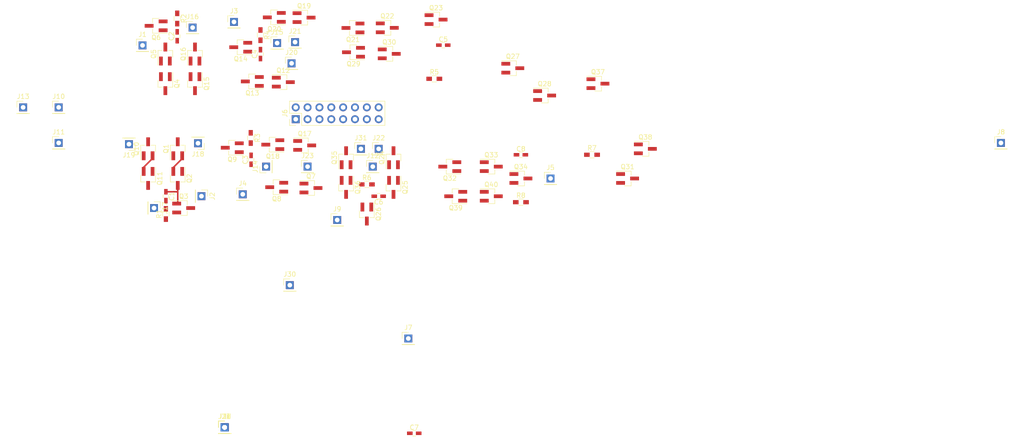
<source format=kicad_pcb>
(kicad_pcb (version 4) (host pcbnew 4.0.6)

  (general
    (links 149)
    (no_connects 139)
    (area 34.336667 76.2 253.953334 171.485)
    (thickness 1.6)
    (drawings 2)
    (tracks 13)
    (zones 0)
    (modules 89)
    (nets 52)
  )

  (page A4)
  (layers
    (0 F.Cu signal)
    (31 B.Cu signal)
    (32 B.Adhes user)
    (33 F.Adhes user)
    (34 B.Paste user)
    (35 F.Paste user)
    (36 B.SilkS user)
    (37 F.SilkS user)
    (38 B.Mask user)
    (39 F.Mask user)
    (40 Dwgs.User user)
    (41 Cmts.User user)
    (42 Eco1.User user)
    (43 Eco2.User user)
    (44 Edge.Cuts user)
    (45 Margin user)
    (46 B.CrtYd user)
    (47 F.CrtYd user)
    (48 B.Fab user)
    (49 F.Fab user)
  )

  (setup
    (last_trace_width 0.33)
    (trace_clearance 0.2)
    (zone_clearance 0.508)
    (zone_45_only no)
    (trace_min 0.2)
    (segment_width 0.2)
    (edge_width 0.15)
    (via_size 0.6)
    (via_drill 0.4)
    (via_min_size 0.4)
    (via_min_drill 0.3)
    (uvia_size 0.3)
    (uvia_drill 0.1)
    (uvias_allowed no)
    (uvia_min_size 0.2)
    (uvia_min_drill 0.1)
    (pcb_text_width 0.3)
    (pcb_text_size 1.5 1.5)
    (mod_edge_width 0.15)
    (mod_text_size 1 1)
    (mod_text_width 0.15)
    (pad_size 1.524 1.524)
    (pad_drill 0.762)
    (pad_to_mask_clearance 0.2)
    (aux_axis_origin 0 0)
    (visible_elements 7FFFFFFF)
    (pcbplotparams
      (layerselection 0x00030_80000001)
      (usegerberextensions false)
      (excludeedgelayer true)
      (linewidth 0.100000)
      (plotframeref false)
      (viasonmask false)
      (mode 1)
      (useauxorigin false)
      (hpglpennumber 1)
      (hpglpenspeed 20)
      (hpglpendiameter 15)
      (hpglpenoverlay 2)
      (psnegative false)
      (psa4output false)
      (plotreference true)
      (plotvalue true)
      (plotinvisibletext false)
      (padsonsilk false)
      (subtractmaskfromsilk false)
      (outputformat 1)
      (mirror false)
      (drillshape 1)
      (scaleselection 1)
      (outputdirectory ""))
  )

  (net 0 "")
  (net 1 "Net-(C1-Pad1)")
  (net 2 GND)
  (net 3 "Net-(C2-Pad1)")
  (net 4 "Net-(C3-Pad1)")
  (net 5 "Net-(C4-Pad1)")
  (net 6 "Net-(C5-Pad1)")
  (net 7 "Net-(C6-Pad1)")
  (net 8 "Net-(C7-Pad1)")
  (net 9 "Net-(C8-Pad1)")
  (net 10 "Net-(J1-Pad1)")
  (net 11 "Net-(J2-Pad1)")
  (net 12 "Net-(J3-Pad1)")
  (net 13 "Net-(J4-Pad1)")
  (net 14 "Net-(J5-Pad1)")
  (net 15 С0)
  (net 16 С1)
  (net 17 С2)
  (net 18 С3)
  (net 19 С4)
  (net 20 С5)
  (net 21 С6)
  (net 22 С7)
  (net 23 Vcntrl)
  (net 24 Vfb)
  (net 25 "Net-(J7-Pad1)")
  (net 26 "Net-(J8-Pad1)")
  (net 27 "Net-(J9-Pad1)")
  (net 28 "Net-(Q1-Pad2)")
  (net 29 "Net-(Q11-Pad3)")
  (net 30 "Net-(Q4-Pad2)")
  (net 31 "Net-(Q16-Pad3)")
  (net 32 "Net-(Q7-Pad2)")
  (net 33 "Net-(Q18-Pad3)")
  (net 34 "Net-(Q10-Pad2)")
  (net 35 "Net-(Q12-Pad2)")
  (net 36 "Net-(Q14-Pad2)")
  (net 37 "Net-(Q15-Pad2)")
  (net 38 "Net-(Q17-Pad2)")
  (net 39 "Net-(Q19-Pad2)")
  (net 40 "Net-(Q21-Pad2)")
  (net 41 "Net-(Q23-Pad2)")
  (net 42 "Net-(Q24-Pad2)")
  (net 43 "Net-(Q26-Pad2)")
  (net 44 "Net-(Q27-Pad2)")
  (net 45 "Net-(Q29-Pad2)")
  (net 46 "Net-(Q31-Pad2)")
  (net 47 "Net-(Q32-Pad2)")
  (net 48 "Net-(Q34-Pad2)")
  (net 49 "Net-(Q35-Pad2)")
  (net 50 "Net-(Q37-Pad2)")
  (net 51 "Net-(Q39-Pad2)")

  (net_class Default "Это класс цепей по умолчанию."
    (clearance 0.2)
    (trace_width 0.33)
    (via_dia 0.6)
    (via_drill 0.4)
    (uvia_dia 0.3)
    (uvia_drill 0.1)
    (add_net GND)
    (add_net "Net-(C1-Pad1)")
    (add_net "Net-(C2-Pad1)")
    (add_net "Net-(C3-Pad1)")
    (add_net "Net-(C4-Pad1)")
    (add_net "Net-(C5-Pad1)")
    (add_net "Net-(C6-Pad1)")
    (add_net "Net-(C7-Pad1)")
    (add_net "Net-(C8-Pad1)")
    (add_net "Net-(J1-Pad1)")
    (add_net "Net-(J2-Pad1)")
    (add_net "Net-(J3-Pad1)")
    (add_net "Net-(J4-Pad1)")
    (add_net "Net-(J5-Pad1)")
    (add_net "Net-(J7-Pad1)")
    (add_net "Net-(J8-Pad1)")
    (add_net "Net-(J9-Pad1)")
    (add_net "Net-(Q1-Pad2)")
    (add_net "Net-(Q10-Pad2)")
    (add_net "Net-(Q11-Pad3)")
    (add_net "Net-(Q12-Pad2)")
    (add_net "Net-(Q14-Pad2)")
    (add_net "Net-(Q15-Pad2)")
    (add_net "Net-(Q16-Pad3)")
    (add_net "Net-(Q17-Pad2)")
    (add_net "Net-(Q18-Pad3)")
    (add_net "Net-(Q19-Pad2)")
    (add_net "Net-(Q21-Pad2)")
    (add_net "Net-(Q23-Pad2)")
    (add_net "Net-(Q24-Pad2)")
    (add_net "Net-(Q26-Pad2)")
    (add_net "Net-(Q27-Pad2)")
    (add_net "Net-(Q29-Pad2)")
    (add_net "Net-(Q31-Pad2)")
    (add_net "Net-(Q32-Pad2)")
    (add_net "Net-(Q34-Pad2)")
    (add_net "Net-(Q35-Pad2)")
    (add_net "Net-(Q37-Pad2)")
    (add_net "Net-(Q39-Pad2)")
    (add_net "Net-(Q4-Pad2)")
    (add_net "Net-(Q7-Pad2)")
    (add_net Vcntrl)
    (add_net Vfb)
    (add_net С0)
    (add_net С1)
    (add_net С2)
    (add_net С3)
    (add_net С4)
    (add_net С5)
    (add_net С6)
    (add_net С7)
  )

  (module Capacitors_SMD:C_0603_HandSoldering (layer F.Cu) (tedit 58AA848B) (tstamp 59BEA74E)
    (at 69.965 118.095 270)
    (descr "Capacitor SMD 0603, hand soldering")
    (tags "capacitor 0603")
    (path /59BE9C8A)
    (attr smd)
    (fp_text reference C1 (at 0 -1.25 270) (layer F.SilkS)
      (effects (font (size 1 1) (thickness 0.15)))
    )
    (fp_text value C (at 0 1.5 270) (layer F.Fab)
      (effects (font (size 1 1) (thickness 0.15)))
    )
    (fp_text user %R (at 0 -1.25 270) (layer F.Fab)
      (effects (font (size 1 1) (thickness 0.15)))
    )
    (fp_line (start -0.8 0.4) (end -0.8 -0.4) (layer F.Fab) (width 0.1))
    (fp_line (start 0.8 0.4) (end -0.8 0.4) (layer F.Fab) (width 0.1))
    (fp_line (start 0.8 -0.4) (end 0.8 0.4) (layer F.Fab) (width 0.1))
    (fp_line (start -0.8 -0.4) (end 0.8 -0.4) (layer F.Fab) (width 0.1))
    (fp_line (start -0.35 -0.6) (end 0.35 -0.6) (layer F.SilkS) (width 0.12))
    (fp_line (start 0.35 0.6) (end -0.35 0.6) (layer F.SilkS) (width 0.12))
    (fp_line (start -1.8 -0.65) (end 1.8 -0.65) (layer F.CrtYd) (width 0.05))
    (fp_line (start -1.8 -0.65) (end -1.8 0.65) (layer F.CrtYd) (width 0.05))
    (fp_line (start 1.8 0.65) (end 1.8 -0.65) (layer F.CrtYd) (width 0.05))
    (fp_line (start 1.8 0.65) (end -1.8 0.65) (layer F.CrtYd) (width 0.05))
    (pad 1 smd rect (at -0.95 0 270) (size 1.2 0.75) (layers F.Cu F.Paste F.Mask)
      (net 1 "Net-(C1-Pad1)"))
    (pad 2 smd rect (at 0.95 0 270) (size 1.2 0.75) (layers F.Cu F.Paste F.Mask)
      (net 2 GND))
    (model Capacitors_SMD.3dshapes/C_0603.wrl
      (at (xyz 0 0 0))
      (scale (xyz 1 1 1))
      (rotate (xyz 0 0 0))
    )
  )

  (module Capacitors_SMD:C_0603_HandSoldering (layer F.Cu) (tedit 58AA848B) (tstamp 59BEA75F)
    (at 72.39 83.82 90)
    (descr "Capacitor SMD 0603, hand soldering")
    (tags "capacitor 0603")
    (path /59BED703)
    (attr smd)
    (fp_text reference C2 (at 0 -1.25 90) (layer F.SilkS)
      (effects (font (size 1 1) (thickness 0.15)))
    )
    (fp_text value C (at 0 1.5 90) (layer F.Fab)
      (effects (font (size 1 1) (thickness 0.15)))
    )
    (fp_text user %R (at 0 -1.25 90) (layer F.Fab)
      (effects (font (size 1 1) (thickness 0.15)))
    )
    (fp_line (start -0.8 0.4) (end -0.8 -0.4) (layer F.Fab) (width 0.1))
    (fp_line (start 0.8 0.4) (end -0.8 0.4) (layer F.Fab) (width 0.1))
    (fp_line (start 0.8 -0.4) (end 0.8 0.4) (layer F.Fab) (width 0.1))
    (fp_line (start -0.8 -0.4) (end 0.8 -0.4) (layer F.Fab) (width 0.1))
    (fp_line (start -0.35 -0.6) (end 0.35 -0.6) (layer F.SilkS) (width 0.12))
    (fp_line (start 0.35 0.6) (end -0.35 0.6) (layer F.SilkS) (width 0.12))
    (fp_line (start -1.8 -0.65) (end 1.8 -0.65) (layer F.CrtYd) (width 0.05))
    (fp_line (start -1.8 -0.65) (end -1.8 0.65) (layer F.CrtYd) (width 0.05))
    (fp_line (start 1.8 0.65) (end 1.8 -0.65) (layer F.CrtYd) (width 0.05))
    (fp_line (start 1.8 0.65) (end -1.8 0.65) (layer F.CrtYd) (width 0.05))
    (pad 1 smd rect (at -0.95 0 90) (size 1.2 0.75) (layers F.Cu F.Paste F.Mask)
      (net 3 "Net-(C2-Pad1)"))
    (pad 2 smd rect (at 0.95 0 90) (size 1.2 0.75) (layers F.Cu F.Paste F.Mask)
      (net 2 GND))
    (model Capacitors_SMD.3dshapes/C_0603.wrl
      (at (xyz 0 0 0))
      (scale (xyz 1 1 1))
      (rotate (xyz 0 0 0))
    )
  )

  (module Capacitors_SMD:C_0603_HandSoldering (layer F.Cu) (tedit 58AA848B) (tstamp 59BEA770)
    (at 88.2269 110.2995 90)
    (descr "Capacitor SMD 0603, hand soldering")
    (tags "capacitor 0603")
    (path /59BED8D5)
    (attr smd)
    (fp_text reference C3 (at 0 -1.25 90) (layer F.SilkS)
      (effects (font (size 1 1) (thickness 0.15)))
    )
    (fp_text value C (at 0 1.5 90) (layer F.Fab)
      (effects (font (size 1 1) (thickness 0.15)))
    )
    (fp_text user %R (at 0 -1.25 90) (layer F.Fab)
      (effects (font (size 1 1) (thickness 0.15)))
    )
    (fp_line (start -0.8 0.4) (end -0.8 -0.4) (layer F.Fab) (width 0.1))
    (fp_line (start 0.8 0.4) (end -0.8 0.4) (layer F.Fab) (width 0.1))
    (fp_line (start 0.8 -0.4) (end 0.8 0.4) (layer F.Fab) (width 0.1))
    (fp_line (start -0.8 -0.4) (end 0.8 -0.4) (layer F.Fab) (width 0.1))
    (fp_line (start -0.35 -0.6) (end 0.35 -0.6) (layer F.SilkS) (width 0.12))
    (fp_line (start 0.35 0.6) (end -0.35 0.6) (layer F.SilkS) (width 0.12))
    (fp_line (start -1.8 -0.65) (end 1.8 -0.65) (layer F.CrtYd) (width 0.05))
    (fp_line (start -1.8 -0.65) (end -1.8 0.65) (layer F.CrtYd) (width 0.05))
    (fp_line (start 1.8 0.65) (end 1.8 -0.65) (layer F.CrtYd) (width 0.05))
    (fp_line (start 1.8 0.65) (end -1.8 0.65) (layer F.CrtYd) (width 0.05))
    (pad 1 smd rect (at -0.95 0 90) (size 1.2 0.75) (layers F.Cu F.Paste F.Mask)
      (net 4 "Net-(C3-Pad1)"))
    (pad 2 smd rect (at 0.95 0 90) (size 1.2 0.75) (layers F.Cu F.Paste F.Mask)
      (net 2 GND))
    (model Capacitors_SMD.3dshapes/C_0603.wrl
      (at (xyz 0 0 0))
      (scale (xyz 1 1 1))
      (rotate (xyz 0 0 0))
    )
  )

  (module Capacitors_SMD:C_0603_HandSoldering (layer F.Cu) (tedit 58AA848B) (tstamp 59BEA781)
    (at 90.2335 87.6427 90)
    (descr "Capacitor SMD 0603, hand soldering")
    (tags "capacitor 0603")
    (path /59BEDD6D)
    (attr smd)
    (fp_text reference C4 (at 0 -1.25 90) (layer F.SilkS)
      (effects (font (size 1 1) (thickness 0.15)))
    )
    (fp_text value C (at 0 1.5 90) (layer F.Fab)
      (effects (font (size 1 1) (thickness 0.15)))
    )
    (fp_text user %R (at 0 -1.25 90) (layer F.Fab)
      (effects (font (size 1 1) (thickness 0.15)))
    )
    (fp_line (start -0.8 0.4) (end -0.8 -0.4) (layer F.Fab) (width 0.1))
    (fp_line (start 0.8 0.4) (end -0.8 0.4) (layer F.Fab) (width 0.1))
    (fp_line (start 0.8 -0.4) (end 0.8 0.4) (layer F.Fab) (width 0.1))
    (fp_line (start -0.8 -0.4) (end 0.8 -0.4) (layer F.Fab) (width 0.1))
    (fp_line (start -0.35 -0.6) (end 0.35 -0.6) (layer F.SilkS) (width 0.12))
    (fp_line (start 0.35 0.6) (end -0.35 0.6) (layer F.SilkS) (width 0.12))
    (fp_line (start -1.8 -0.65) (end 1.8 -0.65) (layer F.CrtYd) (width 0.05))
    (fp_line (start -1.8 -0.65) (end -1.8 0.65) (layer F.CrtYd) (width 0.05))
    (fp_line (start 1.8 0.65) (end 1.8 -0.65) (layer F.CrtYd) (width 0.05))
    (fp_line (start 1.8 0.65) (end -1.8 0.65) (layer F.CrtYd) (width 0.05))
    (pad 1 smd rect (at -0.95 0 90) (size 1.2 0.75) (layers F.Cu F.Paste F.Mask)
      (net 5 "Net-(C4-Pad1)"))
    (pad 2 smd rect (at 0.95 0 90) (size 1.2 0.75) (layers F.Cu F.Paste F.Mask)
      (net 2 GND))
    (model Capacitors_SMD.3dshapes/C_0603.wrl
      (at (xyz 0 0 0))
      (scale (xyz 1 1 1))
      (rotate (xyz 0 0 0))
    )
  )

  (module Capacitors_SMD:C_0603_HandSoldering (layer F.Cu) (tedit 58AA848B) (tstamp 59BEA792)
    (at 129.413 85.725)
    (descr "Capacitor SMD 0603, hand soldering")
    (tags "capacitor 0603")
    (path /59BF0391)
    (attr smd)
    (fp_text reference C5 (at 0 -1.25) (layer F.SilkS)
      (effects (font (size 1 1) (thickness 0.15)))
    )
    (fp_text value C (at 0 1.5) (layer F.Fab)
      (effects (font (size 1 1) (thickness 0.15)))
    )
    (fp_text user %R (at 0 -1.25) (layer F.Fab)
      (effects (font (size 1 1) (thickness 0.15)))
    )
    (fp_line (start -0.8 0.4) (end -0.8 -0.4) (layer F.Fab) (width 0.1))
    (fp_line (start 0.8 0.4) (end -0.8 0.4) (layer F.Fab) (width 0.1))
    (fp_line (start 0.8 -0.4) (end 0.8 0.4) (layer F.Fab) (width 0.1))
    (fp_line (start -0.8 -0.4) (end 0.8 -0.4) (layer F.Fab) (width 0.1))
    (fp_line (start -0.35 -0.6) (end 0.35 -0.6) (layer F.SilkS) (width 0.12))
    (fp_line (start 0.35 0.6) (end -0.35 0.6) (layer F.SilkS) (width 0.12))
    (fp_line (start -1.8 -0.65) (end 1.8 -0.65) (layer F.CrtYd) (width 0.05))
    (fp_line (start -1.8 -0.65) (end -1.8 0.65) (layer F.CrtYd) (width 0.05))
    (fp_line (start 1.8 0.65) (end 1.8 -0.65) (layer F.CrtYd) (width 0.05))
    (fp_line (start 1.8 0.65) (end -1.8 0.65) (layer F.CrtYd) (width 0.05))
    (pad 1 smd rect (at -0.95 0) (size 1.2 0.75) (layers F.Cu F.Paste F.Mask)
      (net 6 "Net-(C5-Pad1)"))
    (pad 2 smd rect (at 0.95 0) (size 1.2 0.75) (layers F.Cu F.Paste F.Mask)
      (net 2 GND))
    (model Capacitors_SMD.3dshapes/C_0603.wrl
      (at (xyz 0 0 0))
      (scale (xyz 1 1 1))
      (rotate (xyz 0 0 0))
    )
  )

  (module Capacitors_SMD:C_0603_HandSoldering (layer F.Cu) (tedit 58AA848B) (tstamp 59BEA7A3)
    (at 115.57 118.11 180)
    (descr "Capacitor SMD 0603, hand soldering")
    (tags "capacitor 0603")
    (path /59BEF980)
    (attr smd)
    (fp_text reference C6 (at 0 -1.25 180) (layer F.SilkS)
      (effects (font (size 1 1) (thickness 0.15)))
    )
    (fp_text value C (at 0 1.5 180) (layer F.Fab)
      (effects (font (size 1 1) (thickness 0.15)))
    )
    (fp_text user %R (at 0 -1.25 180) (layer F.Fab)
      (effects (font (size 1 1) (thickness 0.15)))
    )
    (fp_line (start -0.8 0.4) (end -0.8 -0.4) (layer F.Fab) (width 0.1))
    (fp_line (start 0.8 0.4) (end -0.8 0.4) (layer F.Fab) (width 0.1))
    (fp_line (start 0.8 -0.4) (end 0.8 0.4) (layer F.Fab) (width 0.1))
    (fp_line (start -0.8 -0.4) (end 0.8 -0.4) (layer F.Fab) (width 0.1))
    (fp_line (start -0.35 -0.6) (end 0.35 -0.6) (layer F.SilkS) (width 0.12))
    (fp_line (start 0.35 0.6) (end -0.35 0.6) (layer F.SilkS) (width 0.12))
    (fp_line (start -1.8 -0.65) (end 1.8 -0.65) (layer F.CrtYd) (width 0.05))
    (fp_line (start -1.8 -0.65) (end -1.8 0.65) (layer F.CrtYd) (width 0.05))
    (fp_line (start 1.8 0.65) (end 1.8 -0.65) (layer F.CrtYd) (width 0.05))
    (fp_line (start 1.8 0.65) (end -1.8 0.65) (layer F.CrtYd) (width 0.05))
    (pad 1 smd rect (at -0.95 0 180) (size 1.2 0.75) (layers F.Cu F.Paste F.Mask)
      (net 7 "Net-(C6-Pad1)"))
    (pad 2 smd rect (at 0.95 0 180) (size 1.2 0.75) (layers F.Cu F.Paste F.Mask)
      (net 2 GND))
    (model Capacitors_SMD.3dshapes/C_0603.wrl
      (at (xyz 0 0 0))
      (scale (xyz 1 1 1))
      (rotate (xyz 0 0 0))
    )
  )

  (module Capacitors_SMD:C_0603_HandSoldering (layer F.Cu) (tedit 58AA848B) (tstamp 59BEA7B4)
    (at 123.19 168.91)
    (descr "Capacitor SMD 0603, hand soldering")
    (tags "capacitor 0603")
    (path /59BEF15A)
    (attr smd)
    (fp_text reference C7 (at 0 -1.25) (layer F.SilkS)
      (effects (font (size 1 1) (thickness 0.15)))
    )
    (fp_text value C (at 0 1.5) (layer F.Fab)
      (effects (font (size 1 1) (thickness 0.15)))
    )
    (fp_text user %R (at 0 -1.25) (layer F.Fab)
      (effects (font (size 1 1) (thickness 0.15)))
    )
    (fp_line (start -0.8 0.4) (end -0.8 -0.4) (layer F.Fab) (width 0.1))
    (fp_line (start 0.8 0.4) (end -0.8 0.4) (layer F.Fab) (width 0.1))
    (fp_line (start 0.8 -0.4) (end 0.8 0.4) (layer F.Fab) (width 0.1))
    (fp_line (start -0.8 -0.4) (end 0.8 -0.4) (layer F.Fab) (width 0.1))
    (fp_line (start -0.35 -0.6) (end 0.35 -0.6) (layer F.SilkS) (width 0.12))
    (fp_line (start 0.35 0.6) (end -0.35 0.6) (layer F.SilkS) (width 0.12))
    (fp_line (start -1.8 -0.65) (end 1.8 -0.65) (layer F.CrtYd) (width 0.05))
    (fp_line (start -1.8 -0.65) (end -1.8 0.65) (layer F.CrtYd) (width 0.05))
    (fp_line (start 1.8 0.65) (end 1.8 -0.65) (layer F.CrtYd) (width 0.05))
    (fp_line (start 1.8 0.65) (end -1.8 0.65) (layer F.CrtYd) (width 0.05))
    (pad 1 smd rect (at -0.95 0) (size 1.2 0.75) (layers F.Cu F.Paste F.Mask)
      (net 8 "Net-(C7-Pad1)"))
    (pad 2 smd rect (at 0.95 0) (size 1.2 0.75) (layers F.Cu F.Paste F.Mask)
      (net 2 GND))
    (model Capacitors_SMD.3dshapes/C_0603.wrl
      (at (xyz 0 0 0))
      (scale (xyz 1 1 1))
      (rotate (xyz 0 0 0))
    )
  )

  (module Capacitors_SMD:C_0603_HandSoldering (layer F.Cu) (tedit 58AA848B) (tstamp 59BEA7C5)
    (at 146.05 109.22)
    (descr "Capacitor SMD 0603, hand soldering")
    (tags "capacitor 0603")
    (path /59BEE62C)
    (attr smd)
    (fp_text reference C8 (at 0 -1.25) (layer F.SilkS)
      (effects (font (size 1 1) (thickness 0.15)))
    )
    (fp_text value C (at 0 1.5) (layer F.Fab)
      (effects (font (size 1 1) (thickness 0.15)))
    )
    (fp_text user %R (at 0 -1.25) (layer F.Fab)
      (effects (font (size 1 1) (thickness 0.15)))
    )
    (fp_line (start -0.8 0.4) (end -0.8 -0.4) (layer F.Fab) (width 0.1))
    (fp_line (start 0.8 0.4) (end -0.8 0.4) (layer F.Fab) (width 0.1))
    (fp_line (start 0.8 -0.4) (end 0.8 0.4) (layer F.Fab) (width 0.1))
    (fp_line (start -0.8 -0.4) (end 0.8 -0.4) (layer F.Fab) (width 0.1))
    (fp_line (start -0.35 -0.6) (end 0.35 -0.6) (layer F.SilkS) (width 0.12))
    (fp_line (start 0.35 0.6) (end -0.35 0.6) (layer F.SilkS) (width 0.12))
    (fp_line (start -1.8 -0.65) (end 1.8 -0.65) (layer F.CrtYd) (width 0.05))
    (fp_line (start -1.8 -0.65) (end -1.8 0.65) (layer F.CrtYd) (width 0.05))
    (fp_line (start 1.8 0.65) (end 1.8 -0.65) (layer F.CrtYd) (width 0.05))
    (fp_line (start 1.8 0.65) (end -1.8 0.65) (layer F.CrtYd) (width 0.05))
    (pad 1 smd rect (at -0.95 0) (size 1.2 0.75) (layers F.Cu F.Paste F.Mask)
      (net 9 "Net-(C8-Pad1)"))
    (pad 2 smd rect (at 0.95 0) (size 1.2 0.75) (layers F.Cu F.Paste F.Mask)
      (net 2 GND))
    (model Capacitors_SMD.3dshapes/C_0603.wrl
      (at (xyz 0 0 0))
      (scale (xyz 1 1 1))
      (rotate (xyz 0 0 0))
    )
  )

  (module Pin_Headers:Pin_Header_Straight_1x01_Pitch2.54mm (layer F.Cu) (tedit 59650532) (tstamp 59BEA7DA)
    (at 64.9605 85.7758)
    (descr "Through hole straight pin header, 1x01, 2.54mm pitch, single row")
    (tags "Through hole pin header THT 1x01 2.54mm single row")
    (path /59B07F42)
    (fp_text reference J1 (at 0 -2.33) (layer F.SilkS)
      (effects (font (size 1 1) (thickness 0.15)))
    )
    (fp_text value CONN_01X01 (at 0 2.33) (layer F.Fab)
      (effects (font (size 1 1) (thickness 0.15)))
    )
    (fp_line (start -0.635 -1.27) (end 1.27 -1.27) (layer F.Fab) (width 0.1))
    (fp_line (start 1.27 -1.27) (end 1.27 1.27) (layer F.Fab) (width 0.1))
    (fp_line (start 1.27 1.27) (end -1.27 1.27) (layer F.Fab) (width 0.1))
    (fp_line (start -1.27 1.27) (end -1.27 -0.635) (layer F.Fab) (width 0.1))
    (fp_line (start -1.27 -0.635) (end -0.635 -1.27) (layer F.Fab) (width 0.1))
    (fp_line (start -1.33 1.33) (end 1.33 1.33) (layer F.SilkS) (width 0.12))
    (fp_line (start -1.33 1.27) (end -1.33 1.33) (layer F.SilkS) (width 0.12))
    (fp_line (start 1.33 1.27) (end 1.33 1.33) (layer F.SilkS) (width 0.12))
    (fp_line (start -1.33 1.27) (end 1.33 1.27) (layer F.SilkS) (width 0.12))
    (fp_line (start -1.33 0) (end -1.33 -1.33) (layer F.SilkS) (width 0.12))
    (fp_line (start -1.33 -1.33) (end 0 -1.33) (layer F.SilkS) (width 0.12))
    (fp_line (start -1.8 -1.8) (end -1.8 1.8) (layer F.CrtYd) (width 0.05))
    (fp_line (start -1.8 1.8) (end 1.8 1.8) (layer F.CrtYd) (width 0.05))
    (fp_line (start 1.8 1.8) (end 1.8 -1.8) (layer F.CrtYd) (width 0.05))
    (fp_line (start 1.8 -1.8) (end -1.8 -1.8) (layer F.CrtYd) (width 0.05))
    (fp_text user %R (at 0 0 90) (layer F.Fab)
      (effects (font (size 1 1) (thickness 0.15)))
    )
    (pad 1 thru_hole rect (at 0 0) (size 1.7 1.7) (drill 1) (layers *.Cu *.Mask)
      (net 10 "Net-(J1-Pad1)"))
    (model ${KISYS3DMOD}/Pin_Headers.3dshapes/Pin_Header_Straight_1x01_Pitch2.54mm.wrl
      (at (xyz 0 0 0))
      (scale (xyz 1 1 1))
      (rotate (xyz 0 0 0))
    )
  )

  (module Pin_Headers:Pin_Header_Straight_1x01_Pitch2.54mm (layer F.Cu) (tedit 59650532) (tstamp 59BEA7EF)
    (at 77.585 118.095 270)
    (descr "Through hole straight pin header, 1x01, 2.54mm pitch, single row")
    (tags "Through hole pin header THT 1x01 2.54mm single row")
    (path /59B069A4)
    (fp_text reference J2 (at 0 -2.33 270) (layer F.SilkS)
      (effects (font (size 1 1) (thickness 0.15)))
    )
    (fp_text value CONN_01X01 (at 0 2.33 270) (layer F.Fab)
      (effects (font (size 1 1) (thickness 0.15)))
    )
    (fp_line (start -0.635 -1.27) (end 1.27 -1.27) (layer F.Fab) (width 0.1))
    (fp_line (start 1.27 -1.27) (end 1.27 1.27) (layer F.Fab) (width 0.1))
    (fp_line (start 1.27 1.27) (end -1.27 1.27) (layer F.Fab) (width 0.1))
    (fp_line (start -1.27 1.27) (end -1.27 -0.635) (layer F.Fab) (width 0.1))
    (fp_line (start -1.27 -0.635) (end -0.635 -1.27) (layer F.Fab) (width 0.1))
    (fp_line (start -1.33 1.33) (end 1.33 1.33) (layer F.SilkS) (width 0.12))
    (fp_line (start -1.33 1.27) (end -1.33 1.33) (layer F.SilkS) (width 0.12))
    (fp_line (start 1.33 1.27) (end 1.33 1.33) (layer F.SilkS) (width 0.12))
    (fp_line (start -1.33 1.27) (end 1.33 1.27) (layer F.SilkS) (width 0.12))
    (fp_line (start -1.33 0) (end -1.33 -1.33) (layer F.SilkS) (width 0.12))
    (fp_line (start -1.33 -1.33) (end 0 -1.33) (layer F.SilkS) (width 0.12))
    (fp_line (start -1.8 -1.8) (end -1.8 1.8) (layer F.CrtYd) (width 0.05))
    (fp_line (start -1.8 1.8) (end 1.8 1.8) (layer F.CrtYd) (width 0.05))
    (fp_line (start 1.8 1.8) (end 1.8 -1.8) (layer F.CrtYd) (width 0.05))
    (fp_line (start 1.8 -1.8) (end -1.8 -1.8) (layer F.CrtYd) (width 0.05))
    (fp_text user %R (at 0 0 360) (layer F.Fab)
      (effects (font (size 1 1) (thickness 0.15)))
    )
    (pad 1 thru_hole rect (at 0 0 270) (size 1.7 1.7) (drill 1) (layers *.Cu *.Mask)
      (net 11 "Net-(J2-Pad1)"))
    (model ${KISYS3DMOD}/Pin_Headers.3dshapes/Pin_Header_Straight_1x01_Pitch2.54mm.wrl
      (at (xyz 0 0 0))
      (scale (xyz 1 1 1))
      (rotate (xyz 0 0 0))
    )
  )

  (module Pin_Headers:Pin_Header_Straight_1x01_Pitch2.54mm (layer F.Cu) (tedit 59650532) (tstamp 59BEA804)
    (at 84.5566 80.7466)
    (descr "Through hole straight pin header, 1x01, 2.54mm pitch, single row")
    (tags "Through hole pin header THT 1x01 2.54mm single row")
    (path /59B08388)
    (fp_text reference J3 (at 0 -2.33) (layer F.SilkS)
      (effects (font (size 1 1) (thickness 0.15)))
    )
    (fp_text value CONN_01X01 (at 0 2.33) (layer F.Fab)
      (effects (font (size 1 1) (thickness 0.15)))
    )
    (fp_line (start -0.635 -1.27) (end 1.27 -1.27) (layer F.Fab) (width 0.1))
    (fp_line (start 1.27 -1.27) (end 1.27 1.27) (layer F.Fab) (width 0.1))
    (fp_line (start 1.27 1.27) (end -1.27 1.27) (layer F.Fab) (width 0.1))
    (fp_line (start -1.27 1.27) (end -1.27 -0.635) (layer F.Fab) (width 0.1))
    (fp_line (start -1.27 -0.635) (end -0.635 -1.27) (layer F.Fab) (width 0.1))
    (fp_line (start -1.33 1.33) (end 1.33 1.33) (layer F.SilkS) (width 0.12))
    (fp_line (start -1.33 1.27) (end -1.33 1.33) (layer F.SilkS) (width 0.12))
    (fp_line (start 1.33 1.27) (end 1.33 1.33) (layer F.SilkS) (width 0.12))
    (fp_line (start -1.33 1.27) (end 1.33 1.27) (layer F.SilkS) (width 0.12))
    (fp_line (start -1.33 0) (end -1.33 -1.33) (layer F.SilkS) (width 0.12))
    (fp_line (start -1.33 -1.33) (end 0 -1.33) (layer F.SilkS) (width 0.12))
    (fp_line (start -1.8 -1.8) (end -1.8 1.8) (layer F.CrtYd) (width 0.05))
    (fp_line (start -1.8 1.8) (end 1.8 1.8) (layer F.CrtYd) (width 0.05))
    (fp_line (start 1.8 1.8) (end 1.8 -1.8) (layer F.CrtYd) (width 0.05))
    (fp_line (start 1.8 -1.8) (end -1.8 -1.8) (layer F.CrtYd) (width 0.05))
    (fp_text user %R (at 0 0 90) (layer F.Fab)
      (effects (font (size 1 1) (thickness 0.15)))
    )
    (pad 1 thru_hole rect (at 0 0) (size 1.7 1.7) (drill 1) (layers *.Cu *.Mask)
      (net 12 "Net-(J3-Pad1)"))
    (model ${KISYS3DMOD}/Pin_Headers.3dshapes/Pin_Header_Straight_1x01_Pitch2.54mm.wrl
      (at (xyz 0 0 0))
      (scale (xyz 1 1 1))
      (rotate (xyz 0 0 0))
    )
  )

  (module Pin_Headers:Pin_Header_Straight_1x01_Pitch2.54mm (layer F.Cu) (tedit 59650532) (tstamp 59BEA819)
    (at 86.4362 117.6909)
    (descr "Through hole straight pin header, 1x01, 2.54mm pitch, single row")
    (tags "Through hole pin header THT 1x01 2.54mm single row")
    (path /59B0833D)
    (fp_text reference J4 (at 0 -2.33) (layer F.SilkS)
      (effects (font (size 1 1) (thickness 0.15)))
    )
    (fp_text value CONN_01X01 (at 0 2.33) (layer F.Fab)
      (effects (font (size 1 1) (thickness 0.15)))
    )
    (fp_line (start -0.635 -1.27) (end 1.27 -1.27) (layer F.Fab) (width 0.1))
    (fp_line (start 1.27 -1.27) (end 1.27 1.27) (layer F.Fab) (width 0.1))
    (fp_line (start 1.27 1.27) (end -1.27 1.27) (layer F.Fab) (width 0.1))
    (fp_line (start -1.27 1.27) (end -1.27 -0.635) (layer F.Fab) (width 0.1))
    (fp_line (start -1.27 -0.635) (end -0.635 -1.27) (layer F.Fab) (width 0.1))
    (fp_line (start -1.33 1.33) (end 1.33 1.33) (layer F.SilkS) (width 0.12))
    (fp_line (start -1.33 1.27) (end -1.33 1.33) (layer F.SilkS) (width 0.12))
    (fp_line (start 1.33 1.27) (end 1.33 1.33) (layer F.SilkS) (width 0.12))
    (fp_line (start -1.33 1.27) (end 1.33 1.27) (layer F.SilkS) (width 0.12))
    (fp_line (start -1.33 0) (end -1.33 -1.33) (layer F.SilkS) (width 0.12))
    (fp_line (start -1.33 -1.33) (end 0 -1.33) (layer F.SilkS) (width 0.12))
    (fp_line (start -1.8 -1.8) (end -1.8 1.8) (layer F.CrtYd) (width 0.05))
    (fp_line (start -1.8 1.8) (end 1.8 1.8) (layer F.CrtYd) (width 0.05))
    (fp_line (start 1.8 1.8) (end 1.8 -1.8) (layer F.CrtYd) (width 0.05))
    (fp_line (start 1.8 -1.8) (end -1.8 -1.8) (layer F.CrtYd) (width 0.05))
    (fp_text user %R (at 0 0 90) (layer F.Fab)
      (effects (font (size 1 1) (thickness 0.15)))
    )
    (pad 1 thru_hole rect (at 0 0) (size 1.7 1.7) (drill 1) (layers *.Cu *.Mask)
      (net 13 "Net-(J4-Pad1)"))
    (model ${KISYS3DMOD}/Pin_Headers.3dshapes/Pin_Header_Straight_1x01_Pitch2.54mm.wrl
      (at (xyz 0 0 0))
      (scale (xyz 1 1 1))
      (rotate (xyz 0 0 0))
    )
  )

  (module Pin_Headers:Pin_Header_Straight_1x01_Pitch2.54mm (layer F.Cu) (tedit 59650532) (tstamp 59BEA82E)
    (at 152.4 114.3)
    (descr "Through hole straight pin header, 1x01, 2.54mm pitch, single row")
    (tags "Through hole pin header THT 1x01 2.54mm single row")
    (path /59B087D4)
    (fp_text reference J5 (at 0 -2.33) (layer F.SilkS)
      (effects (font (size 1 1) (thickness 0.15)))
    )
    (fp_text value CONN_01X01 (at 0 2.33) (layer F.Fab)
      (effects (font (size 1 1) (thickness 0.15)))
    )
    (fp_line (start -0.635 -1.27) (end 1.27 -1.27) (layer F.Fab) (width 0.1))
    (fp_line (start 1.27 -1.27) (end 1.27 1.27) (layer F.Fab) (width 0.1))
    (fp_line (start 1.27 1.27) (end -1.27 1.27) (layer F.Fab) (width 0.1))
    (fp_line (start -1.27 1.27) (end -1.27 -0.635) (layer F.Fab) (width 0.1))
    (fp_line (start -1.27 -0.635) (end -0.635 -1.27) (layer F.Fab) (width 0.1))
    (fp_line (start -1.33 1.33) (end 1.33 1.33) (layer F.SilkS) (width 0.12))
    (fp_line (start -1.33 1.27) (end -1.33 1.33) (layer F.SilkS) (width 0.12))
    (fp_line (start 1.33 1.27) (end 1.33 1.33) (layer F.SilkS) (width 0.12))
    (fp_line (start -1.33 1.27) (end 1.33 1.27) (layer F.SilkS) (width 0.12))
    (fp_line (start -1.33 0) (end -1.33 -1.33) (layer F.SilkS) (width 0.12))
    (fp_line (start -1.33 -1.33) (end 0 -1.33) (layer F.SilkS) (width 0.12))
    (fp_line (start -1.8 -1.8) (end -1.8 1.8) (layer F.CrtYd) (width 0.05))
    (fp_line (start -1.8 1.8) (end 1.8 1.8) (layer F.CrtYd) (width 0.05))
    (fp_line (start 1.8 1.8) (end 1.8 -1.8) (layer F.CrtYd) (width 0.05))
    (fp_line (start 1.8 -1.8) (end -1.8 -1.8) (layer F.CrtYd) (width 0.05))
    (fp_text user %R (at 0 0 90) (layer F.Fab)
      (effects (font (size 1 1) (thickness 0.15)))
    )
    (pad 1 thru_hole rect (at 0 0) (size 1.7 1.7) (drill 1) (layers *.Cu *.Mask)
      (net 14 "Net-(J5-Pad1)"))
    (model ${KISYS3DMOD}/Pin_Headers.3dshapes/Pin_Header_Straight_1x01_Pitch2.54mm.wrl
      (at (xyz 0 0 0))
      (scale (xyz 1 1 1))
      (rotate (xyz 0 0 0))
    )
  )

  (module Pin_Headers:Pin_Header_Straight_2x08_Pitch2.54mm (layer F.Cu) (tedit 59650532) (tstamp 59BEA854)
    (at 97.79 101.6 90)
    (descr "Through hole straight pin header, 2x08, 2.54mm pitch, double rows")
    (tags "Through hole pin header THT 2x08 2.54mm double row")
    (path /59B17032)
    (fp_text reference J6 (at 1.27 -2.33 90) (layer F.SilkS)
      (effects (font (size 1 1) (thickness 0.15)))
    )
    (fp_text value CONN_02X08 (at 1.27 20.11 90) (layer F.Fab)
      (effects (font (size 1 1) (thickness 0.15)))
    )
    (fp_line (start 0 -1.27) (end 3.81 -1.27) (layer F.Fab) (width 0.1))
    (fp_line (start 3.81 -1.27) (end 3.81 19.05) (layer F.Fab) (width 0.1))
    (fp_line (start 3.81 19.05) (end -1.27 19.05) (layer F.Fab) (width 0.1))
    (fp_line (start -1.27 19.05) (end -1.27 0) (layer F.Fab) (width 0.1))
    (fp_line (start -1.27 0) (end 0 -1.27) (layer F.Fab) (width 0.1))
    (fp_line (start -1.33 19.11) (end 3.87 19.11) (layer F.SilkS) (width 0.12))
    (fp_line (start -1.33 1.27) (end -1.33 19.11) (layer F.SilkS) (width 0.12))
    (fp_line (start 3.87 -1.33) (end 3.87 19.11) (layer F.SilkS) (width 0.12))
    (fp_line (start -1.33 1.27) (end 1.27 1.27) (layer F.SilkS) (width 0.12))
    (fp_line (start 1.27 1.27) (end 1.27 -1.33) (layer F.SilkS) (width 0.12))
    (fp_line (start 1.27 -1.33) (end 3.87 -1.33) (layer F.SilkS) (width 0.12))
    (fp_line (start -1.33 0) (end -1.33 -1.33) (layer F.SilkS) (width 0.12))
    (fp_line (start -1.33 -1.33) (end 0 -1.33) (layer F.SilkS) (width 0.12))
    (fp_line (start -1.8 -1.8) (end -1.8 19.55) (layer F.CrtYd) (width 0.05))
    (fp_line (start -1.8 19.55) (end 4.35 19.55) (layer F.CrtYd) (width 0.05))
    (fp_line (start 4.35 19.55) (end 4.35 -1.8) (layer F.CrtYd) (width 0.05))
    (fp_line (start 4.35 -1.8) (end -1.8 -1.8) (layer F.CrtYd) (width 0.05))
    (fp_text user %R (at 1.27 8.89 180) (layer F.Fab)
      (effects (font (size 1 1) (thickness 0.15)))
    )
    (pad 1 thru_hole rect (at 0 0 90) (size 1.7 1.7) (drill 1) (layers *.Cu *.Mask)
      (net 15 С0))
    (pad 2 thru_hole oval (at 2.54 0 90) (size 1.7 1.7) (drill 1) (layers *.Cu *.Mask)
      (net 16 С1))
    (pad 3 thru_hole oval (at 0 2.54 90) (size 1.7 1.7) (drill 1) (layers *.Cu *.Mask)
      (net 17 С2))
    (pad 4 thru_hole oval (at 2.54 2.54 90) (size 1.7 1.7) (drill 1) (layers *.Cu *.Mask)
      (net 18 С3))
    (pad 5 thru_hole oval (at 0 5.08 90) (size 1.7 1.7) (drill 1) (layers *.Cu *.Mask)
      (net 19 С4))
    (pad 6 thru_hole oval (at 2.54 5.08 90) (size 1.7 1.7) (drill 1) (layers *.Cu *.Mask)
      (net 20 С5))
    (pad 7 thru_hole oval (at 0 7.62 90) (size 1.7 1.7) (drill 1) (layers *.Cu *.Mask)
      (net 21 С6))
    (pad 8 thru_hole oval (at 2.54 7.62 90) (size 1.7 1.7) (drill 1) (layers *.Cu *.Mask)
      (net 22 С7))
    (pad 9 thru_hole oval (at 0 10.16 90) (size 1.7 1.7) (drill 1) (layers *.Cu *.Mask)
      (net 23 Vcntrl))
    (pad 10 thru_hole oval (at 2.54 10.16 90) (size 1.7 1.7) (drill 1) (layers *.Cu *.Mask)
      (net 2 GND))
    (pad 11 thru_hole oval (at 0 12.7 90) (size 1.7 1.7) (drill 1) (layers *.Cu *.Mask)
      (net 24 Vfb))
    (pad 12 thru_hole oval (at 2.54 12.7 90) (size 1.7 1.7) (drill 1) (layers *.Cu *.Mask)
      (net 2 GND))
    (pad 13 thru_hole oval (at 0 15.24 90) (size 1.7 1.7) (drill 1) (layers *.Cu *.Mask)
      (net 2 GND))
    (pad 14 thru_hole oval (at 2.54 15.24 90) (size 1.7 1.7) (drill 1) (layers *.Cu *.Mask)
      (net 2 GND))
    (pad 15 thru_hole oval (at 0 17.78 90) (size 1.7 1.7) (drill 1) (layers *.Cu *.Mask)
      (net 2 GND))
    (pad 16 thru_hole oval (at 2.54 17.78 90) (size 1.7 1.7) (drill 1) (layers *.Cu *.Mask)
      (net 2 GND))
    (model ${KISYS3DMOD}/Pin_Headers.3dshapes/Pin_Header_Straight_2x08_Pitch2.54mm.wrl
      (at (xyz 0 0 0))
      (scale (xyz 1 1 1))
      (rotate (xyz 0 0 0))
    )
  )

  (module Pin_Headers:Pin_Header_Straight_1x01_Pitch2.54mm (layer F.Cu) (tedit 59650532) (tstamp 59BEA869)
    (at 121.92 148.59)
    (descr "Through hole straight pin header, 1x01, 2.54mm pitch, single row")
    (tags "Through hole pin header THT 1x01 2.54mm single row")
    (path /59B08789)
    (fp_text reference J7 (at 0 -2.33) (layer F.SilkS)
      (effects (font (size 1 1) (thickness 0.15)))
    )
    (fp_text value CONN_01X01 (at 0 2.33) (layer F.Fab)
      (effects (font (size 1 1) (thickness 0.15)))
    )
    (fp_line (start -0.635 -1.27) (end 1.27 -1.27) (layer F.Fab) (width 0.1))
    (fp_line (start 1.27 -1.27) (end 1.27 1.27) (layer F.Fab) (width 0.1))
    (fp_line (start 1.27 1.27) (end -1.27 1.27) (layer F.Fab) (width 0.1))
    (fp_line (start -1.27 1.27) (end -1.27 -0.635) (layer F.Fab) (width 0.1))
    (fp_line (start -1.27 -0.635) (end -0.635 -1.27) (layer F.Fab) (width 0.1))
    (fp_line (start -1.33 1.33) (end 1.33 1.33) (layer F.SilkS) (width 0.12))
    (fp_line (start -1.33 1.27) (end -1.33 1.33) (layer F.SilkS) (width 0.12))
    (fp_line (start 1.33 1.27) (end 1.33 1.33) (layer F.SilkS) (width 0.12))
    (fp_line (start -1.33 1.27) (end 1.33 1.27) (layer F.SilkS) (width 0.12))
    (fp_line (start -1.33 0) (end -1.33 -1.33) (layer F.SilkS) (width 0.12))
    (fp_line (start -1.33 -1.33) (end 0 -1.33) (layer F.SilkS) (width 0.12))
    (fp_line (start -1.8 -1.8) (end -1.8 1.8) (layer F.CrtYd) (width 0.05))
    (fp_line (start -1.8 1.8) (end 1.8 1.8) (layer F.CrtYd) (width 0.05))
    (fp_line (start 1.8 1.8) (end 1.8 -1.8) (layer F.CrtYd) (width 0.05))
    (fp_line (start 1.8 -1.8) (end -1.8 -1.8) (layer F.CrtYd) (width 0.05))
    (fp_text user %R (at 0 0 90) (layer F.Fab)
      (effects (font (size 1 1) (thickness 0.15)))
    )
    (pad 1 thru_hole rect (at 0 0) (size 1.7 1.7) (drill 1) (layers *.Cu *.Mask)
      (net 25 "Net-(J7-Pad1)"))
    (model ${KISYS3DMOD}/Pin_Headers.3dshapes/Pin_Header_Straight_1x01_Pitch2.54mm.wrl
      (at (xyz 0 0 0))
      (scale (xyz 1 1 1))
      (rotate (xyz 0 0 0))
    )
  )

  (module Pin_Headers:Pin_Header_Straight_1x01_Pitch2.54mm (layer F.Cu) (tedit 59650532) (tstamp 59BEA87E)
    (at 248.92 106.68)
    (descr "Through hole straight pin header, 1x01, 2.54mm pitch, single row")
    (tags "Through hole pin header THT 1x01 2.54mm single row")
    (path /59B086F3)
    (fp_text reference J8 (at 0 -2.33) (layer F.SilkS)
      (effects (font (size 1 1) (thickness 0.15)))
    )
    (fp_text value CONN_01X01 (at 0 2.33) (layer F.Fab)
      (effects (font (size 1 1) (thickness 0.15)))
    )
    (fp_line (start -0.635 -1.27) (end 1.27 -1.27) (layer F.Fab) (width 0.1))
    (fp_line (start 1.27 -1.27) (end 1.27 1.27) (layer F.Fab) (width 0.1))
    (fp_line (start 1.27 1.27) (end -1.27 1.27) (layer F.Fab) (width 0.1))
    (fp_line (start -1.27 1.27) (end -1.27 -0.635) (layer F.Fab) (width 0.1))
    (fp_line (start -1.27 -0.635) (end -0.635 -1.27) (layer F.Fab) (width 0.1))
    (fp_line (start -1.33 1.33) (end 1.33 1.33) (layer F.SilkS) (width 0.12))
    (fp_line (start -1.33 1.27) (end -1.33 1.33) (layer F.SilkS) (width 0.12))
    (fp_line (start 1.33 1.27) (end 1.33 1.33) (layer F.SilkS) (width 0.12))
    (fp_line (start -1.33 1.27) (end 1.33 1.27) (layer F.SilkS) (width 0.12))
    (fp_line (start -1.33 0) (end -1.33 -1.33) (layer F.SilkS) (width 0.12))
    (fp_line (start -1.33 -1.33) (end 0 -1.33) (layer F.SilkS) (width 0.12))
    (fp_line (start -1.8 -1.8) (end -1.8 1.8) (layer F.CrtYd) (width 0.05))
    (fp_line (start -1.8 1.8) (end 1.8 1.8) (layer F.CrtYd) (width 0.05))
    (fp_line (start 1.8 1.8) (end 1.8 -1.8) (layer F.CrtYd) (width 0.05))
    (fp_line (start 1.8 -1.8) (end -1.8 -1.8) (layer F.CrtYd) (width 0.05))
    (fp_text user %R (at 0 0 90) (layer F.Fab)
      (effects (font (size 1 1) (thickness 0.15)))
    )
    (pad 1 thru_hole rect (at 0 0) (size 1.7 1.7) (drill 1) (layers *.Cu *.Mask)
      (net 26 "Net-(J8-Pad1)"))
    (model ${KISYS3DMOD}/Pin_Headers.3dshapes/Pin_Header_Straight_1x01_Pitch2.54mm.wrl
      (at (xyz 0 0 0))
      (scale (xyz 1 1 1))
      (rotate (xyz 0 0 0))
    )
  )

  (module Pin_Headers:Pin_Header_Straight_1x01_Pitch2.54mm (layer F.Cu) (tedit 59650532) (tstamp 59BEA893)
    (at 106.68 123.19)
    (descr "Through hole straight pin header, 1x01, 2.54mm pitch, single row")
    (tags "Through hole pin header THT 1x01 2.54mm single row")
    (path /59B0873E)
    (fp_text reference J9 (at 0 -2.33) (layer F.SilkS)
      (effects (font (size 1 1) (thickness 0.15)))
    )
    (fp_text value CONN_01X01 (at 0 2.33) (layer F.Fab)
      (effects (font (size 1 1) (thickness 0.15)))
    )
    (fp_line (start -0.635 -1.27) (end 1.27 -1.27) (layer F.Fab) (width 0.1))
    (fp_line (start 1.27 -1.27) (end 1.27 1.27) (layer F.Fab) (width 0.1))
    (fp_line (start 1.27 1.27) (end -1.27 1.27) (layer F.Fab) (width 0.1))
    (fp_line (start -1.27 1.27) (end -1.27 -0.635) (layer F.Fab) (width 0.1))
    (fp_line (start -1.27 -0.635) (end -0.635 -1.27) (layer F.Fab) (width 0.1))
    (fp_line (start -1.33 1.33) (end 1.33 1.33) (layer F.SilkS) (width 0.12))
    (fp_line (start -1.33 1.27) (end -1.33 1.33) (layer F.SilkS) (width 0.12))
    (fp_line (start 1.33 1.27) (end 1.33 1.33) (layer F.SilkS) (width 0.12))
    (fp_line (start -1.33 1.27) (end 1.33 1.27) (layer F.SilkS) (width 0.12))
    (fp_line (start -1.33 0) (end -1.33 -1.33) (layer F.SilkS) (width 0.12))
    (fp_line (start -1.33 -1.33) (end 0 -1.33) (layer F.SilkS) (width 0.12))
    (fp_line (start -1.8 -1.8) (end -1.8 1.8) (layer F.CrtYd) (width 0.05))
    (fp_line (start -1.8 1.8) (end 1.8 1.8) (layer F.CrtYd) (width 0.05))
    (fp_line (start 1.8 1.8) (end 1.8 -1.8) (layer F.CrtYd) (width 0.05))
    (fp_line (start 1.8 -1.8) (end -1.8 -1.8) (layer F.CrtYd) (width 0.05))
    (fp_text user %R (at 0 0 90) (layer F.Fab)
      (effects (font (size 1 1) (thickness 0.15)))
    )
    (pad 1 thru_hole rect (at 0 0) (size 1.7 1.7) (drill 1) (layers *.Cu *.Mask)
      (net 27 "Net-(J9-Pad1)"))
    (model ${KISYS3DMOD}/Pin_Headers.3dshapes/Pin_Header_Straight_1x01_Pitch2.54mm.wrl
      (at (xyz 0 0 0))
      (scale (xyz 1 1 1))
      (rotate (xyz 0 0 0))
    )
  )

  (module Pin_Headers:Pin_Header_Straight_1x01_Pitch2.54mm (layer F.Cu) (tedit 59650532) (tstamp 59BEA8A8)
    (at 46.99 99.06)
    (descr "Through hole straight pin header, 1x01, 2.54mm pitch, single row")
    (tags "Through hole pin header THT 1x01 2.54mm single row")
    (path /59BFAFC3)
    (fp_text reference J10 (at 0 -2.33) (layer F.SilkS)
      (effects (font (size 1 1) (thickness 0.15)))
    )
    (fp_text value CONN_01X01 (at 0 2.33) (layer F.Fab)
      (effects (font (size 1 1) (thickness 0.15)))
    )
    (fp_line (start -0.635 -1.27) (end 1.27 -1.27) (layer F.Fab) (width 0.1))
    (fp_line (start 1.27 -1.27) (end 1.27 1.27) (layer F.Fab) (width 0.1))
    (fp_line (start 1.27 1.27) (end -1.27 1.27) (layer F.Fab) (width 0.1))
    (fp_line (start -1.27 1.27) (end -1.27 -0.635) (layer F.Fab) (width 0.1))
    (fp_line (start -1.27 -0.635) (end -0.635 -1.27) (layer F.Fab) (width 0.1))
    (fp_line (start -1.33 1.33) (end 1.33 1.33) (layer F.SilkS) (width 0.12))
    (fp_line (start -1.33 1.27) (end -1.33 1.33) (layer F.SilkS) (width 0.12))
    (fp_line (start 1.33 1.27) (end 1.33 1.33) (layer F.SilkS) (width 0.12))
    (fp_line (start -1.33 1.27) (end 1.33 1.27) (layer F.SilkS) (width 0.12))
    (fp_line (start -1.33 0) (end -1.33 -1.33) (layer F.SilkS) (width 0.12))
    (fp_line (start -1.33 -1.33) (end 0 -1.33) (layer F.SilkS) (width 0.12))
    (fp_line (start -1.8 -1.8) (end -1.8 1.8) (layer F.CrtYd) (width 0.05))
    (fp_line (start -1.8 1.8) (end 1.8 1.8) (layer F.CrtYd) (width 0.05))
    (fp_line (start 1.8 1.8) (end 1.8 -1.8) (layer F.CrtYd) (width 0.05))
    (fp_line (start 1.8 -1.8) (end -1.8 -1.8) (layer F.CrtYd) (width 0.05))
    (fp_text user %R (at 0 0 90) (layer F.Fab)
      (effects (font (size 1 1) (thickness 0.15)))
    )
    (pad 1 thru_hole rect (at 0 0) (size 1.7 1.7) (drill 1) (layers *.Cu *.Mask)
      (net 2 GND))
    (model ${KISYS3DMOD}/Pin_Headers.3dshapes/Pin_Header_Straight_1x01_Pitch2.54mm.wrl
      (at (xyz 0 0 0))
      (scale (xyz 1 1 1))
      (rotate (xyz 0 0 0))
    )
  )

  (module Pin_Headers:Pin_Header_Straight_1x01_Pitch2.54mm (layer F.Cu) (tedit 59650532) (tstamp 59BEA8BD)
    (at 46.99 106.68)
    (descr "Through hole straight pin header, 1x01, 2.54mm pitch, single row")
    (tags "Through hole pin header THT 1x01 2.54mm single row")
    (path /59BFB615)
    (fp_text reference J11 (at 0 -2.33) (layer F.SilkS)
      (effects (font (size 1 1) (thickness 0.15)))
    )
    (fp_text value CONN_01X01 (at 0 2.33) (layer F.Fab)
      (effects (font (size 1 1) (thickness 0.15)))
    )
    (fp_line (start -0.635 -1.27) (end 1.27 -1.27) (layer F.Fab) (width 0.1))
    (fp_line (start 1.27 -1.27) (end 1.27 1.27) (layer F.Fab) (width 0.1))
    (fp_line (start 1.27 1.27) (end -1.27 1.27) (layer F.Fab) (width 0.1))
    (fp_line (start -1.27 1.27) (end -1.27 -0.635) (layer F.Fab) (width 0.1))
    (fp_line (start -1.27 -0.635) (end -0.635 -1.27) (layer F.Fab) (width 0.1))
    (fp_line (start -1.33 1.33) (end 1.33 1.33) (layer F.SilkS) (width 0.12))
    (fp_line (start -1.33 1.27) (end -1.33 1.33) (layer F.SilkS) (width 0.12))
    (fp_line (start 1.33 1.27) (end 1.33 1.33) (layer F.SilkS) (width 0.12))
    (fp_line (start -1.33 1.27) (end 1.33 1.27) (layer F.SilkS) (width 0.12))
    (fp_line (start -1.33 0) (end -1.33 -1.33) (layer F.SilkS) (width 0.12))
    (fp_line (start -1.33 -1.33) (end 0 -1.33) (layer F.SilkS) (width 0.12))
    (fp_line (start -1.8 -1.8) (end -1.8 1.8) (layer F.CrtYd) (width 0.05))
    (fp_line (start -1.8 1.8) (end 1.8 1.8) (layer F.CrtYd) (width 0.05))
    (fp_line (start 1.8 1.8) (end 1.8 -1.8) (layer F.CrtYd) (width 0.05))
    (fp_line (start 1.8 -1.8) (end -1.8 -1.8) (layer F.CrtYd) (width 0.05))
    (fp_text user %R (at 0 0 90) (layer F.Fab)
      (effects (font (size 1 1) (thickness 0.15)))
    )
    (pad 1 thru_hole rect (at 0 0) (size 1.7 1.7) (drill 1) (layers *.Cu *.Mask)
      (net 2 GND))
    (model ${KISYS3DMOD}/Pin_Headers.3dshapes/Pin_Header_Straight_1x01_Pitch2.54mm.wrl
      (at (xyz 0 0 0))
      (scale (xyz 1 1 1))
      (rotate (xyz 0 0 0))
    )
  )

  (module Pin_Headers:Pin_Header_Straight_1x01_Pitch2.54mm (layer F.Cu) (tedit 59650532) (tstamp 59BEA8D2)
    (at 114.3 111.76)
    (descr "Through hole straight pin header, 1x01, 2.54mm pitch, single row")
    (tags "Through hole pin header THT 1x01 2.54mm single row")
    (path /59BFB4FD)
    (fp_text reference J12 (at 0 -2.33) (layer F.SilkS)
      (effects (font (size 1 1) (thickness 0.15)))
    )
    (fp_text value CONN_01X01 (at 0 2.33) (layer F.Fab)
      (effects (font (size 1 1) (thickness 0.15)))
    )
    (fp_line (start -0.635 -1.27) (end 1.27 -1.27) (layer F.Fab) (width 0.1))
    (fp_line (start 1.27 -1.27) (end 1.27 1.27) (layer F.Fab) (width 0.1))
    (fp_line (start 1.27 1.27) (end -1.27 1.27) (layer F.Fab) (width 0.1))
    (fp_line (start -1.27 1.27) (end -1.27 -0.635) (layer F.Fab) (width 0.1))
    (fp_line (start -1.27 -0.635) (end -0.635 -1.27) (layer F.Fab) (width 0.1))
    (fp_line (start -1.33 1.33) (end 1.33 1.33) (layer F.SilkS) (width 0.12))
    (fp_line (start -1.33 1.27) (end -1.33 1.33) (layer F.SilkS) (width 0.12))
    (fp_line (start 1.33 1.27) (end 1.33 1.33) (layer F.SilkS) (width 0.12))
    (fp_line (start -1.33 1.27) (end 1.33 1.27) (layer F.SilkS) (width 0.12))
    (fp_line (start -1.33 0) (end -1.33 -1.33) (layer F.SilkS) (width 0.12))
    (fp_line (start -1.33 -1.33) (end 0 -1.33) (layer F.SilkS) (width 0.12))
    (fp_line (start -1.8 -1.8) (end -1.8 1.8) (layer F.CrtYd) (width 0.05))
    (fp_line (start -1.8 1.8) (end 1.8 1.8) (layer F.CrtYd) (width 0.05))
    (fp_line (start 1.8 1.8) (end 1.8 -1.8) (layer F.CrtYd) (width 0.05))
    (fp_line (start 1.8 -1.8) (end -1.8 -1.8) (layer F.CrtYd) (width 0.05))
    (fp_text user %R (at 0 0 90) (layer F.Fab)
      (effects (font (size 1 1) (thickness 0.15)))
    )
    (pad 1 thru_hole rect (at 0 0) (size 1.7 1.7) (drill 1) (layers *.Cu *.Mask)
      (net 2 GND))
    (model ${KISYS3DMOD}/Pin_Headers.3dshapes/Pin_Header_Straight_1x01_Pitch2.54mm.wrl
      (at (xyz 0 0 0))
      (scale (xyz 1 1 1))
      (rotate (xyz 0 0 0))
    )
  )

  (module Pin_Headers:Pin_Header_Straight_1x01_Pitch2.54mm (layer F.Cu) (tedit 59650532) (tstamp 59BEA8E7)
    (at 39.37 99.06)
    (descr "Through hole straight pin header, 1x01, 2.54mm pitch, single row")
    (tags "Through hole pin header THT 1x01 2.54mm single row")
    (path /59BFB61D)
    (fp_text reference J13 (at 0 -2.33) (layer F.SilkS)
      (effects (font (size 1 1) (thickness 0.15)))
    )
    (fp_text value CONN_01X01 (at 0 2.33) (layer F.Fab)
      (effects (font (size 1 1) (thickness 0.15)))
    )
    (fp_line (start -0.635 -1.27) (end 1.27 -1.27) (layer F.Fab) (width 0.1))
    (fp_line (start 1.27 -1.27) (end 1.27 1.27) (layer F.Fab) (width 0.1))
    (fp_line (start 1.27 1.27) (end -1.27 1.27) (layer F.Fab) (width 0.1))
    (fp_line (start -1.27 1.27) (end -1.27 -0.635) (layer F.Fab) (width 0.1))
    (fp_line (start -1.27 -0.635) (end -0.635 -1.27) (layer F.Fab) (width 0.1))
    (fp_line (start -1.33 1.33) (end 1.33 1.33) (layer F.SilkS) (width 0.12))
    (fp_line (start -1.33 1.27) (end -1.33 1.33) (layer F.SilkS) (width 0.12))
    (fp_line (start 1.33 1.27) (end 1.33 1.33) (layer F.SilkS) (width 0.12))
    (fp_line (start -1.33 1.27) (end 1.33 1.27) (layer F.SilkS) (width 0.12))
    (fp_line (start -1.33 0) (end -1.33 -1.33) (layer F.SilkS) (width 0.12))
    (fp_line (start -1.33 -1.33) (end 0 -1.33) (layer F.SilkS) (width 0.12))
    (fp_line (start -1.8 -1.8) (end -1.8 1.8) (layer F.CrtYd) (width 0.05))
    (fp_line (start -1.8 1.8) (end 1.8 1.8) (layer F.CrtYd) (width 0.05))
    (fp_line (start 1.8 1.8) (end 1.8 -1.8) (layer F.CrtYd) (width 0.05))
    (fp_line (start 1.8 -1.8) (end -1.8 -1.8) (layer F.CrtYd) (width 0.05))
    (fp_text user %R (at 0 0 90) (layer F.Fab)
      (effects (font (size 1 1) (thickness 0.15)))
    )
    (pad 1 thru_hole rect (at 0 0) (size 1.7 1.7) (drill 1) (layers *.Cu *.Mask)
      (net 2 GND))
    (model ${KISYS3DMOD}/Pin_Headers.3dshapes/Pin_Header_Straight_1x01_Pitch2.54mm.wrl
      (at (xyz 0 0 0))
      (scale (xyz 1 1 1))
      (rotate (xyz 0 0 0))
    )
  )

  (module Pin_Headers:Pin_Header_Straight_1x01_Pitch2.54mm (layer F.Cu) (tedit 59650532) (tstamp 59BEA8FC)
    (at 91.44 111.76 90)
    (descr "Through hole straight pin header, 1x01, 2.54mm pitch, single row")
    (tags "Through hole pin header THT 1x01 2.54mm single row")
    (path /59BFB580)
    (fp_text reference J14 (at 0 -2.33 90) (layer F.SilkS)
      (effects (font (size 1 1) (thickness 0.15)))
    )
    (fp_text value CONN_01X01 (at 0 2.33 90) (layer F.Fab)
      (effects (font (size 1 1) (thickness 0.15)))
    )
    (fp_line (start -0.635 -1.27) (end 1.27 -1.27) (layer F.Fab) (width 0.1))
    (fp_line (start 1.27 -1.27) (end 1.27 1.27) (layer F.Fab) (width 0.1))
    (fp_line (start 1.27 1.27) (end -1.27 1.27) (layer F.Fab) (width 0.1))
    (fp_line (start -1.27 1.27) (end -1.27 -0.635) (layer F.Fab) (width 0.1))
    (fp_line (start -1.27 -0.635) (end -0.635 -1.27) (layer F.Fab) (width 0.1))
    (fp_line (start -1.33 1.33) (end 1.33 1.33) (layer F.SilkS) (width 0.12))
    (fp_line (start -1.33 1.27) (end -1.33 1.33) (layer F.SilkS) (width 0.12))
    (fp_line (start 1.33 1.27) (end 1.33 1.33) (layer F.SilkS) (width 0.12))
    (fp_line (start -1.33 1.27) (end 1.33 1.27) (layer F.SilkS) (width 0.12))
    (fp_line (start -1.33 0) (end -1.33 -1.33) (layer F.SilkS) (width 0.12))
    (fp_line (start -1.33 -1.33) (end 0 -1.33) (layer F.SilkS) (width 0.12))
    (fp_line (start -1.8 -1.8) (end -1.8 1.8) (layer F.CrtYd) (width 0.05))
    (fp_line (start -1.8 1.8) (end 1.8 1.8) (layer F.CrtYd) (width 0.05))
    (fp_line (start 1.8 1.8) (end 1.8 -1.8) (layer F.CrtYd) (width 0.05))
    (fp_line (start 1.8 -1.8) (end -1.8 -1.8) (layer F.CrtYd) (width 0.05))
    (fp_text user %R (at 0 0 180) (layer F.Fab)
      (effects (font (size 1 1) (thickness 0.15)))
    )
    (pad 1 thru_hole rect (at 0 0 90) (size 1.7 1.7) (drill 1) (layers *.Cu *.Mask)
      (net 2 GND))
    (model ${KISYS3DMOD}/Pin_Headers.3dshapes/Pin_Header_Straight_1x01_Pitch2.54mm.wrl
      (at (xyz 0 0 0))
      (scale (xyz 1 1 1))
      (rotate (xyz 0 0 0))
    )
  )

  (module Pin_Headers:Pin_Header_Straight_1x01_Pitch2.54mm (layer F.Cu) (tedit 59650532) (tstamp 59BEA911)
    (at 93.8022 85.2805)
    (descr "Through hole straight pin header, 1x01, 2.54mm pitch, single row")
    (tags "Through hole pin header THT 1x01 2.54mm single row")
    (path /59BFB625)
    (fp_text reference J15 (at 0 -2.33) (layer F.SilkS)
      (effects (font (size 1 1) (thickness 0.15)))
    )
    (fp_text value CONN_01X01 (at 0 2.33) (layer F.Fab)
      (effects (font (size 1 1) (thickness 0.15)))
    )
    (fp_line (start -0.635 -1.27) (end 1.27 -1.27) (layer F.Fab) (width 0.1))
    (fp_line (start 1.27 -1.27) (end 1.27 1.27) (layer F.Fab) (width 0.1))
    (fp_line (start 1.27 1.27) (end -1.27 1.27) (layer F.Fab) (width 0.1))
    (fp_line (start -1.27 1.27) (end -1.27 -0.635) (layer F.Fab) (width 0.1))
    (fp_line (start -1.27 -0.635) (end -0.635 -1.27) (layer F.Fab) (width 0.1))
    (fp_line (start -1.33 1.33) (end 1.33 1.33) (layer F.SilkS) (width 0.12))
    (fp_line (start -1.33 1.27) (end -1.33 1.33) (layer F.SilkS) (width 0.12))
    (fp_line (start 1.33 1.27) (end 1.33 1.33) (layer F.SilkS) (width 0.12))
    (fp_line (start -1.33 1.27) (end 1.33 1.27) (layer F.SilkS) (width 0.12))
    (fp_line (start -1.33 0) (end -1.33 -1.33) (layer F.SilkS) (width 0.12))
    (fp_line (start -1.33 -1.33) (end 0 -1.33) (layer F.SilkS) (width 0.12))
    (fp_line (start -1.8 -1.8) (end -1.8 1.8) (layer F.CrtYd) (width 0.05))
    (fp_line (start -1.8 1.8) (end 1.8 1.8) (layer F.CrtYd) (width 0.05))
    (fp_line (start 1.8 1.8) (end 1.8 -1.8) (layer F.CrtYd) (width 0.05))
    (fp_line (start 1.8 -1.8) (end -1.8 -1.8) (layer F.CrtYd) (width 0.05))
    (fp_text user %R (at 0 0 90) (layer F.Fab)
      (effects (font (size 1 1) (thickness 0.15)))
    )
    (pad 1 thru_hole rect (at 0 0) (size 1.7 1.7) (drill 1) (layers *.Cu *.Mask)
      (net 2 GND))
    (model ${KISYS3DMOD}/Pin_Headers.3dshapes/Pin_Header_Straight_1x01_Pitch2.54mm.wrl
      (at (xyz 0 0 0))
      (scale (xyz 1 1 1))
      (rotate (xyz 0 0 0))
    )
  )

  (module Pin_Headers:Pin_Header_Straight_1x01_Pitch2.54mm (layer F.Cu) (tedit 59650532) (tstamp 59BEA926)
    (at 75.692 81.9658)
    (descr "Through hole straight pin header, 1x01, 2.54mm pitch, single row")
    (tags "Through hole pin header THT 1x01 2.54mm single row")
    (path /59BFB588)
    (fp_text reference J16 (at 0 -2.33) (layer F.SilkS)
      (effects (font (size 1 1) (thickness 0.15)))
    )
    (fp_text value CONN_01X01 (at 0 2.33) (layer F.Fab)
      (effects (font (size 1 1) (thickness 0.15)))
    )
    (fp_line (start -0.635 -1.27) (end 1.27 -1.27) (layer F.Fab) (width 0.1))
    (fp_line (start 1.27 -1.27) (end 1.27 1.27) (layer F.Fab) (width 0.1))
    (fp_line (start 1.27 1.27) (end -1.27 1.27) (layer F.Fab) (width 0.1))
    (fp_line (start -1.27 1.27) (end -1.27 -0.635) (layer F.Fab) (width 0.1))
    (fp_line (start -1.27 -0.635) (end -0.635 -1.27) (layer F.Fab) (width 0.1))
    (fp_line (start -1.33 1.33) (end 1.33 1.33) (layer F.SilkS) (width 0.12))
    (fp_line (start -1.33 1.27) (end -1.33 1.33) (layer F.SilkS) (width 0.12))
    (fp_line (start 1.33 1.27) (end 1.33 1.33) (layer F.SilkS) (width 0.12))
    (fp_line (start -1.33 1.27) (end 1.33 1.27) (layer F.SilkS) (width 0.12))
    (fp_line (start -1.33 0) (end -1.33 -1.33) (layer F.SilkS) (width 0.12))
    (fp_line (start -1.33 -1.33) (end 0 -1.33) (layer F.SilkS) (width 0.12))
    (fp_line (start -1.8 -1.8) (end -1.8 1.8) (layer F.CrtYd) (width 0.05))
    (fp_line (start -1.8 1.8) (end 1.8 1.8) (layer F.CrtYd) (width 0.05))
    (fp_line (start 1.8 1.8) (end 1.8 -1.8) (layer F.CrtYd) (width 0.05))
    (fp_line (start 1.8 -1.8) (end -1.8 -1.8) (layer F.CrtYd) (width 0.05))
    (fp_text user %R (at 0 0 90) (layer F.Fab)
      (effects (font (size 1 1) (thickness 0.15)))
    )
    (pad 1 thru_hole rect (at 0 0) (size 1.7 1.7) (drill 1) (layers *.Cu *.Mask)
      (net 2 GND))
    (model ${KISYS3DMOD}/Pin_Headers.3dshapes/Pin_Header_Straight_1x01_Pitch2.54mm.wrl
      (at (xyz 0 0 0))
      (scale (xyz 1 1 1))
      (rotate (xyz 0 0 0))
    )
  )

  (module Pin_Headers:Pin_Header_Straight_1x01_Pitch2.54mm (layer F.Cu) (tedit 59650532) (tstamp 59BEA93B)
    (at 67.425 120.635 270)
    (descr "Through hole straight pin header, 1x01, 2.54mm pitch, single row")
    (tags "Through hole pin header THT 1x01 2.54mm single row")
    (path /59BFB62D)
    (fp_text reference J17 (at 0 -2.33 270) (layer F.SilkS)
      (effects (font (size 1 1) (thickness 0.15)))
    )
    (fp_text value CONN_01X01 (at 0 2.33 270) (layer F.Fab)
      (effects (font (size 1 1) (thickness 0.15)))
    )
    (fp_line (start -0.635 -1.27) (end 1.27 -1.27) (layer F.Fab) (width 0.1))
    (fp_line (start 1.27 -1.27) (end 1.27 1.27) (layer F.Fab) (width 0.1))
    (fp_line (start 1.27 1.27) (end -1.27 1.27) (layer F.Fab) (width 0.1))
    (fp_line (start -1.27 1.27) (end -1.27 -0.635) (layer F.Fab) (width 0.1))
    (fp_line (start -1.27 -0.635) (end -0.635 -1.27) (layer F.Fab) (width 0.1))
    (fp_line (start -1.33 1.33) (end 1.33 1.33) (layer F.SilkS) (width 0.12))
    (fp_line (start -1.33 1.27) (end -1.33 1.33) (layer F.SilkS) (width 0.12))
    (fp_line (start 1.33 1.27) (end 1.33 1.33) (layer F.SilkS) (width 0.12))
    (fp_line (start -1.33 1.27) (end 1.33 1.27) (layer F.SilkS) (width 0.12))
    (fp_line (start -1.33 0) (end -1.33 -1.33) (layer F.SilkS) (width 0.12))
    (fp_line (start -1.33 -1.33) (end 0 -1.33) (layer F.SilkS) (width 0.12))
    (fp_line (start -1.8 -1.8) (end -1.8 1.8) (layer F.CrtYd) (width 0.05))
    (fp_line (start -1.8 1.8) (end 1.8 1.8) (layer F.CrtYd) (width 0.05))
    (fp_line (start 1.8 1.8) (end 1.8 -1.8) (layer F.CrtYd) (width 0.05))
    (fp_line (start 1.8 -1.8) (end -1.8 -1.8) (layer F.CrtYd) (width 0.05))
    (fp_text user %R (at 0 0 360) (layer F.Fab)
      (effects (font (size 1 1) (thickness 0.15)))
    )
    (pad 1 thru_hole rect (at 0 0 270) (size 1.7 1.7) (drill 1) (layers *.Cu *.Mask)
      (net 2 GND))
    (model ${KISYS3DMOD}/Pin_Headers.3dshapes/Pin_Header_Straight_1x01_Pitch2.54mm.wrl
      (at (xyz 0 0 0))
      (scale (xyz 1 1 1))
      (rotate (xyz 0 0 0))
    )
  )

  (module TO_SOT_Packages_SMD:SOT-23_Handsoldering (layer F.Cu) (tedit 58CE4E7E) (tstamp 59BEA950)
    (at 72.505 107.935 90)
    (descr "SOT-23, Handsoldering")
    (tags SOT-23)
    (path /59BE88EE)
    (attr smd)
    (fp_text reference Q1 (at 0 -2.5 90) (layer F.SilkS)
      (effects (font (size 1 1) (thickness 0.15)))
    )
    (fp_text value Q_NMOS_GSD (at 0 2.5 90) (layer F.Fab)
      (effects (font (size 1 1) (thickness 0.15)))
    )
    (fp_text user %R (at 0 0 180) (layer F.Fab)
      (effects (font (size 0.5 0.5) (thickness 0.075)))
    )
    (fp_line (start 0.76 1.58) (end 0.76 0.65) (layer F.SilkS) (width 0.12))
    (fp_line (start 0.76 -1.58) (end 0.76 -0.65) (layer F.SilkS) (width 0.12))
    (fp_line (start -2.7 -1.75) (end 2.7 -1.75) (layer F.CrtYd) (width 0.05))
    (fp_line (start 2.7 -1.75) (end 2.7 1.75) (layer F.CrtYd) (width 0.05))
    (fp_line (start 2.7 1.75) (end -2.7 1.75) (layer F.CrtYd) (width 0.05))
    (fp_line (start -2.7 1.75) (end -2.7 -1.75) (layer F.CrtYd) (width 0.05))
    (fp_line (start 0.76 -1.58) (end -2.4 -1.58) (layer F.SilkS) (width 0.12))
    (fp_line (start -0.7 -0.95) (end -0.7 1.5) (layer F.Fab) (width 0.1))
    (fp_line (start -0.15 -1.52) (end 0.7 -1.52) (layer F.Fab) (width 0.1))
    (fp_line (start -0.7 -0.95) (end -0.15 -1.52) (layer F.Fab) (width 0.1))
    (fp_line (start 0.7 -1.52) (end 0.7 1.52) (layer F.Fab) (width 0.1))
    (fp_line (start -0.7 1.52) (end 0.7 1.52) (layer F.Fab) (width 0.1))
    (fp_line (start 0.76 1.58) (end -0.7 1.58) (layer F.SilkS) (width 0.12))
    (pad 1 smd rect (at -1.5 -0.95 90) (size 1.9 0.8) (layers F.Cu F.Paste F.Mask)
      (net 15 С0))
    (pad 2 smd rect (at -1.5 0.95 90) (size 1.9 0.8) (layers F.Cu F.Paste F.Mask)
      (net 28 "Net-(Q1-Pad2)"))
    (pad 3 smd rect (at 1.5 0 90) (size 1.9 0.8) (layers F.Cu F.Paste F.Mask)
      (net 23 Vcntrl))
    (model ${KISYS3DMOD}/TO_SOT_Packages_SMD.3dshapes\SOT-23.wrl
      (at (xyz 0 0 0))
      (scale (xyz 1 1 1))
      (rotate (xyz 0 0 0))
    )
  )

  (module TO_SOT_Packages_SMD:SOT-23_Handsoldering (layer F.Cu) (tedit 58CE4E7E) (tstamp 59BEA965)
    (at 72.505 114.285 270)
    (descr "SOT-23, Handsoldering")
    (tags SOT-23)
    (path /59BE8999)
    (attr smd)
    (fp_text reference Q2 (at 0 -2.5 270) (layer F.SilkS)
      (effects (font (size 1 1) (thickness 0.15)))
    )
    (fp_text value Q_NMOS_GSD (at 0 2.5 270) (layer F.Fab)
      (effects (font (size 1 1) (thickness 0.15)))
    )
    (fp_text user %R (at 0 0 360) (layer F.Fab)
      (effects (font (size 0.5 0.5) (thickness 0.075)))
    )
    (fp_line (start 0.76 1.58) (end 0.76 0.65) (layer F.SilkS) (width 0.12))
    (fp_line (start 0.76 -1.58) (end 0.76 -0.65) (layer F.SilkS) (width 0.12))
    (fp_line (start -2.7 -1.75) (end 2.7 -1.75) (layer F.CrtYd) (width 0.05))
    (fp_line (start 2.7 -1.75) (end 2.7 1.75) (layer F.CrtYd) (width 0.05))
    (fp_line (start 2.7 1.75) (end -2.7 1.75) (layer F.CrtYd) (width 0.05))
    (fp_line (start -2.7 1.75) (end -2.7 -1.75) (layer F.CrtYd) (width 0.05))
    (fp_line (start 0.76 -1.58) (end -2.4 -1.58) (layer F.SilkS) (width 0.12))
    (fp_line (start -0.7 -0.95) (end -0.7 1.5) (layer F.Fab) (width 0.1))
    (fp_line (start -0.15 -1.52) (end 0.7 -1.52) (layer F.Fab) (width 0.1))
    (fp_line (start -0.7 -0.95) (end -0.15 -1.52) (layer F.Fab) (width 0.1))
    (fp_line (start 0.7 -1.52) (end 0.7 1.52) (layer F.Fab) (width 0.1))
    (fp_line (start -0.7 1.52) (end 0.7 1.52) (layer F.Fab) (width 0.1))
    (fp_line (start 0.76 1.58) (end -0.7 1.58) (layer F.SilkS) (width 0.12))
    (pad 1 smd rect (at -1.5 -0.95 270) (size 1.9 0.8) (layers F.Cu F.Paste F.Mask)
      (net 15 С0))
    (pad 2 smd rect (at -1.5 0.95 270) (size 1.9 0.8) (layers F.Cu F.Paste F.Mask)
      (net 28 "Net-(Q1-Pad2)"))
    (pad 3 smd rect (at 1.5 0 270) (size 1.9 0.8) (layers F.Cu F.Paste F.Mask)
      (net 1 "Net-(C1-Pad1)"))
    (model ${KISYS3DMOD}/TO_SOT_Packages_SMD.3dshapes\SOT-23.wrl
      (at (xyz 0 0 0))
      (scale (xyz 1 1 1))
      (rotate (xyz 0 0 0))
    )
  )

  (module TO_SOT_Packages_SMD:SOT-23_Handsoldering (layer F.Cu) (tedit 58CE4E7E) (tstamp 59BEA97A)
    (at 73.775 120.635)
    (descr "SOT-23, Handsoldering")
    (tags SOT-23)
    (path /59BE988F)
    (attr smd)
    (fp_text reference Q3 (at 0 -2.5) (layer F.SilkS)
      (effects (font (size 1 1) (thickness 0.15)))
    )
    (fp_text value Q_NMOS_GSD (at 0 2.5) (layer F.Fab)
      (effects (font (size 1 1) (thickness 0.15)))
    )
    (fp_text user %R (at 0 0 90) (layer F.Fab)
      (effects (font (size 0.5 0.5) (thickness 0.075)))
    )
    (fp_line (start 0.76 1.58) (end 0.76 0.65) (layer F.SilkS) (width 0.12))
    (fp_line (start 0.76 -1.58) (end 0.76 -0.65) (layer F.SilkS) (width 0.12))
    (fp_line (start -2.7 -1.75) (end 2.7 -1.75) (layer F.CrtYd) (width 0.05))
    (fp_line (start 2.7 -1.75) (end 2.7 1.75) (layer F.CrtYd) (width 0.05))
    (fp_line (start 2.7 1.75) (end -2.7 1.75) (layer F.CrtYd) (width 0.05))
    (fp_line (start -2.7 1.75) (end -2.7 -1.75) (layer F.CrtYd) (width 0.05))
    (fp_line (start 0.76 -1.58) (end -2.4 -1.58) (layer F.SilkS) (width 0.12))
    (fp_line (start -0.7 -0.95) (end -0.7 1.5) (layer F.Fab) (width 0.1))
    (fp_line (start -0.15 -1.52) (end 0.7 -1.52) (layer F.Fab) (width 0.1))
    (fp_line (start -0.7 -0.95) (end -0.15 -1.52) (layer F.Fab) (width 0.1))
    (fp_line (start 0.7 -1.52) (end 0.7 1.52) (layer F.Fab) (width 0.1))
    (fp_line (start -0.7 1.52) (end 0.7 1.52) (layer F.Fab) (width 0.1))
    (fp_line (start 0.76 1.58) (end -0.7 1.58) (layer F.SilkS) (width 0.12))
    (pad 1 smd rect (at -1.5 -0.95) (size 1.9 0.8) (layers F.Cu F.Paste F.Mask)
      (net 1 "Net-(C1-Pad1)"))
    (pad 2 smd rect (at -1.5 0.95) (size 1.9 0.8) (layers F.Cu F.Paste F.Mask)
      (net 29 "Net-(Q11-Pad3)"))
    (pad 3 smd rect (at 1.5 0) (size 1.9 0.8) (layers F.Cu F.Paste F.Mask)
      (net 11 "Net-(J2-Pad1)"))
    (model ${KISYS3DMOD}/TO_SOT_Packages_SMD.3dshapes\SOT-23.wrl
      (at (xyz 0 0 0))
      (scale (xyz 1 1 1))
      (rotate (xyz 0 0 0))
    )
  )

  (module TO_SOT_Packages_SMD:SOT-23_Handsoldering (layer F.Cu) (tedit 58CE4E7E) (tstamp 59BEA98F)
    (at 69.85 93.98 270)
    (descr "SOT-23, Handsoldering")
    (tags SOT-23)
    (path /59BED6E5)
    (attr smd)
    (fp_text reference Q4 (at 0 -2.5 270) (layer F.SilkS)
      (effects (font (size 1 1) (thickness 0.15)))
    )
    (fp_text value Q_NMOS_GSD (at 0 2.5 270) (layer F.Fab)
      (effects (font (size 1 1) (thickness 0.15)))
    )
    (fp_text user %R (at 0 0 360) (layer F.Fab)
      (effects (font (size 0.5 0.5) (thickness 0.075)))
    )
    (fp_line (start 0.76 1.58) (end 0.76 0.65) (layer F.SilkS) (width 0.12))
    (fp_line (start 0.76 -1.58) (end 0.76 -0.65) (layer F.SilkS) (width 0.12))
    (fp_line (start -2.7 -1.75) (end 2.7 -1.75) (layer F.CrtYd) (width 0.05))
    (fp_line (start 2.7 -1.75) (end 2.7 1.75) (layer F.CrtYd) (width 0.05))
    (fp_line (start 2.7 1.75) (end -2.7 1.75) (layer F.CrtYd) (width 0.05))
    (fp_line (start -2.7 1.75) (end -2.7 -1.75) (layer F.CrtYd) (width 0.05))
    (fp_line (start 0.76 -1.58) (end -2.4 -1.58) (layer F.SilkS) (width 0.12))
    (fp_line (start -0.7 -0.95) (end -0.7 1.5) (layer F.Fab) (width 0.1))
    (fp_line (start -0.15 -1.52) (end 0.7 -1.52) (layer F.Fab) (width 0.1))
    (fp_line (start -0.7 -0.95) (end -0.15 -1.52) (layer F.Fab) (width 0.1))
    (fp_line (start 0.7 -1.52) (end 0.7 1.52) (layer F.Fab) (width 0.1))
    (fp_line (start -0.7 1.52) (end 0.7 1.52) (layer F.Fab) (width 0.1))
    (fp_line (start 0.76 1.58) (end -0.7 1.58) (layer F.SilkS) (width 0.12))
    (pad 1 smd rect (at -1.5 -0.95 270) (size 1.9 0.8) (layers F.Cu F.Paste F.Mask)
      (net 16 С1))
    (pad 2 smd rect (at -1.5 0.95 270) (size 1.9 0.8) (layers F.Cu F.Paste F.Mask)
      (net 30 "Net-(Q4-Pad2)"))
    (pad 3 smd rect (at 1.5 0 270) (size 1.9 0.8) (layers F.Cu F.Paste F.Mask)
      (net 23 Vcntrl))
    (model ${KISYS3DMOD}/TO_SOT_Packages_SMD.3dshapes\SOT-23.wrl
      (at (xyz 0 0 0))
      (scale (xyz 1 1 1))
      (rotate (xyz 0 0 0))
    )
  )

  (module TO_SOT_Packages_SMD:SOT-23_Handsoldering (layer F.Cu) (tedit 58CE4E7E) (tstamp 59BEA9A4)
    (at 69.85 87.63 90)
    (descr "SOT-23, Handsoldering")
    (tags SOT-23)
    (path /59BED6EB)
    (attr smd)
    (fp_text reference Q5 (at 0 -2.5 90) (layer F.SilkS)
      (effects (font (size 1 1) (thickness 0.15)))
    )
    (fp_text value Q_NMOS_GSD (at 0 2.5 90) (layer F.Fab)
      (effects (font (size 1 1) (thickness 0.15)))
    )
    (fp_text user %R (at 0 0 180) (layer F.Fab)
      (effects (font (size 0.5 0.5) (thickness 0.075)))
    )
    (fp_line (start 0.76 1.58) (end 0.76 0.65) (layer F.SilkS) (width 0.12))
    (fp_line (start 0.76 -1.58) (end 0.76 -0.65) (layer F.SilkS) (width 0.12))
    (fp_line (start -2.7 -1.75) (end 2.7 -1.75) (layer F.CrtYd) (width 0.05))
    (fp_line (start 2.7 -1.75) (end 2.7 1.75) (layer F.CrtYd) (width 0.05))
    (fp_line (start 2.7 1.75) (end -2.7 1.75) (layer F.CrtYd) (width 0.05))
    (fp_line (start -2.7 1.75) (end -2.7 -1.75) (layer F.CrtYd) (width 0.05))
    (fp_line (start 0.76 -1.58) (end -2.4 -1.58) (layer F.SilkS) (width 0.12))
    (fp_line (start -0.7 -0.95) (end -0.7 1.5) (layer F.Fab) (width 0.1))
    (fp_line (start -0.15 -1.52) (end 0.7 -1.52) (layer F.Fab) (width 0.1))
    (fp_line (start -0.7 -0.95) (end -0.15 -1.52) (layer F.Fab) (width 0.1))
    (fp_line (start 0.7 -1.52) (end 0.7 1.52) (layer F.Fab) (width 0.1))
    (fp_line (start -0.7 1.52) (end 0.7 1.52) (layer F.Fab) (width 0.1))
    (fp_line (start 0.76 1.58) (end -0.7 1.58) (layer F.SilkS) (width 0.12))
    (pad 1 smd rect (at -1.5 -0.95 90) (size 1.9 0.8) (layers F.Cu F.Paste F.Mask)
      (net 16 С1))
    (pad 2 smd rect (at -1.5 0.95 90) (size 1.9 0.8) (layers F.Cu F.Paste F.Mask)
      (net 30 "Net-(Q4-Pad2)"))
    (pad 3 smd rect (at 1.5 0 90) (size 1.9 0.8) (layers F.Cu F.Paste F.Mask)
      (net 3 "Net-(C2-Pad1)"))
    (model ${KISYS3DMOD}/TO_SOT_Packages_SMD.3dshapes\SOT-23.wrl
      (at (xyz 0 0 0))
      (scale (xyz 1 1 1))
      (rotate (xyz 0 0 0))
    )
  )

  (module TO_SOT_Packages_SMD:SOT-23_Handsoldering (layer F.Cu) (tedit 58CE4E7E) (tstamp 59BEA9B9)
    (at 67.8688 81.5848 180)
    (descr "SOT-23, Handsoldering")
    (tags SOT-23)
    (path /59BED6FD)
    (attr smd)
    (fp_text reference Q6 (at 0 -2.5 180) (layer F.SilkS)
      (effects (font (size 1 1) (thickness 0.15)))
    )
    (fp_text value Q_NMOS_GSD (at 0 2.5 180) (layer F.Fab)
      (effects (font (size 1 1) (thickness 0.15)))
    )
    (fp_text user %R (at 0 0 270) (layer F.Fab)
      (effects (font (size 0.5 0.5) (thickness 0.075)))
    )
    (fp_line (start 0.76 1.58) (end 0.76 0.65) (layer F.SilkS) (width 0.12))
    (fp_line (start 0.76 -1.58) (end 0.76 -0.65) (layer F.SilkS) (width 0.12))
    (fp_line (start -2.7 -1.75) (end 2.7 -1.75) (layer F.CrtYd) (width 0.05))
    (fp_line (start 2.7 -1.75) (end 2.7 1.75) (layer F.CrtYd) (width 0.05))
    (fp_line (start 2.7 1.75) (end -2.7 1.75) (layer F.CrtYd) (width 0.05))
    (fp_line (start -2.7 1.75) (end -2.7 -1.75) (layer F.CrtYd) (width 0.05))
    (fp_line (start 0.76 -1.58) (end -2.4 -1.58) (layer F.SilkS) (width 0.12))
    (fp_line (start -0.7 -0.95) (end -0.7 1.5) (layer F.Fab) (width 0.1))
    (fp_line (start -0.15 -1.52) (end 0.7 -1.52) (layer F.Fab) (width 0.1))
    (fp_line (start -0.7 -0.95) (end -0.15 -1.52) (layer F.Fab) (width 0.1))
    (fp_line (start 0.7 -1.52) (end 0.7 1.52) (layer F.Fab) (width 0.1))
    (fp_line (start -0.7 1.52) (end 0.7 1.52) (layer F.Fab) (width 0.1))
    (fp_line (start 0.76 1.58) (end -0.7 1.58) (layer F.SilkS) (width 0.12))
    (pad 1 smd rect (at -1.5 -0.95 180) (size 1.9 0.8) (layers F.Cu F.Paste F.Mask)
      (net 3 "Net-(C2-Pad1)"))
    (pad 2 smd rect (at -1.5 0.95 180) (size 1.9 0.8) (layers F.Cu F.Paste F.Mask)
      (net 31 "Net-(Q16-Pad3)"))
    (pad 3 smd rect (at 1.5 0 180) (size 1.9 0.8) (layers F.Cu F.Paste F.Mask)
      (net 10 "Net-(J1-Pad1)"))
    (model ${KISYS3DMOD}/TO_SOT_Packages_SMD.3dshapes\SOT-23.wrl
      (at (xyz 0 0 0))
      (scale (xyz 1 1 1))
      (rotate (xyz 0 0 0))
    )
  )

  (module TO_SOT_Packages_SMD:SOT-23_Handsoldering (layer F.Cu) (tedit 58CE4E7E) (tstamp 59BEA9CE)
    (at 101.0539 116.3447)
    (descr "SOT-23, Handsoldering")
    (tags SOT-23)
    (path /59BED8B7)
    (attr smd)
    (fp_text reference Q7 (at 0 -2.5) (layer F.SilkS)
      (effects (font (size 1 1) (thickness 0.15)))
    )
    (fp_text value Q_NMOS_GSD (at 0 2.5) (layer F.Fab)
      (effects (font (size 1 1) (thickness 0.15)))
    )
    (fp_text user %R (at 0 0 90) (layer F.Fab)
      (effects (font (size 0.5 0.5) (thickness 0.075)))
    )
    (fp_line (start 0.76 1.58) (end 0.76 0.65) (layer F.SilkS) (width 0.12))
    (fp_line (start 0.76 -1.58) (end 0.76 -0.65) (layer F.SilkS) (width 0.12))
    (fp_line (start -2.7 -1.75) (end 2.7 -1.75) (layer F.CrtYd) (width 0.05))
    (fp_line (start 2.7 -1.75) (end 2.7 1.75) (layer F.CrtYd) (width 0.05))
    (fp_line (start 2.7 1.75) (end -2.7 1.75) (layer F.CrtYd) (width 0.05))
    (fp_line (start -2.7 1.75) (end -2.7 -1.75) (layer F.CrtYd) (width 0.05))
    (fp_line (start 0.76 -1.58) (end -2.4 -1.58) (layer F.SilkS) (width 0.12))
    (fp_line (start -0.7 -0.95) (end -0.7 1.5) (layer F.Fab) (width 0.1))
    (fp_line (start -0.15 -1.52) (end 0.7 -1.52) (layer F.Fab) (width 0.1))
    (fp_line (start -0.7 -0.95) (end -0.15 -1.52) (layer F.Fab) (width 0.1))
    (fp_line (start 0.7 -1.52) (end 0.7 1.52) (layer F.Fab) (width 0.1))
    (fp_line (start -0.7 1.52) (end 0.7 1.52) (layer F.Fab) (width 0.1))
    (fp_line (start 0.76 1.58) (end -0.7 1.58) (layer F.SilkS) (width 0.12))
    (pad 1 smd rect (at -1.5 -0.95) (size 1.9 0.8) (layers F.Cu F.Paste F.Mask)
      (net 17 С2))
    (pad 2 smd rect (at -1.5 0.95) (size 1.9 0.8) (layers F.Cu F.Paste F.Mask)
      (net 32 "Net-(Q7-Pad2)"))
    (pad 3 smd rect (at 1.5 0) (size 1.9 0.8) (layers F.Cu F.Paste F.Mask)
      (net 23 Vcntrl))
    (model ${KISYS3DMOD}/TO_SOT_Packages_SMD.3dshapes\SOT-23.wrl
      (at (xyz 0 0 0))
      (scale (xyz 1 1 1))
      (rotate (xyz 0 0 0))
    )
  )

  (module TO_SOT_Packages_SMD:SOT-23_Handsoldering (layer F.Cu) (tedit 58CE4E7E) (tstamp 59BEA9E3)
    (at 93.7133 116.1669 180)
    (descr "SOT-23, Handsoldering")
    (tags SOT-23)
    (path /59BED8BD)
    (attr smd)
    (fp_text reference Q8 (at 0 -2.5 180) (layer F.SilkS)
      (effects (font (size 1 1) (thickness 0.15)))
    )
    (fp_text value Q_NMOS_GSD (at 0 2.5 180) (layer F.Fab)
      (effects (font (size 1 1) (thickness 0.15)))
    )
    (fp_text user %R (at 0 0 270) (layer F.Fab)
      (effects (font (size 0.5 0.5) (thickness 0.075)))
    )
    (fp_line (start 0.76 1.58) (end 0.76 0.65) (layer F.SilkS) (width 0.12))
    (fp_line (start 0.76 -1.58) (end 0.76 -0.65) (layer F.SilkS) (width 0.12))
    (fp_line (start -2.7 -1.75) (end 2.7 -1.75) (layer F.CrtYd) (width 0.05))
    (fp_line (start 2.7 -1.75) (end 2.7 1.75) (layer F.CrtYd) (width 0.05))
    (fp_line (start 2.7 1.75) (end -2.7 1.75) (layer F.CrtYd) (width 0.05))
    (fp_line (start -2.7 1.75) (end -2.7 -1.75) (layer F.CrtYd) (width 0.05))
    (fp_line (start 0.76 -1.58) (end -2.4 -1.58) (layer F.SilkS) (width 0.12))
    (fp_line (start -0.7 -0.95) (end -0.7 1.5) (layer F.Fab) (width 0.1))
    (fp_line (start -0.15 -1.52) (end 0.7 -1.52) (layer F.Fab) (width 0.1))
    (fp_line (start -0.7 -0.95) (end -0.15 -1.52) (layer F.Fab) (width 0.1))
    (fp_line (start 0.7 -1.52) (end 0.7 1.52) (layer F.Fab) (width 0.1))
    (fp_line (start -0.7 1.52) (end 0.7 1.52) (layer F.Fab) (width 0.1))
    (fp_line (start 0.76 1.58) (end -0.7 1.58) (layer F.SilkS) (width 0.12))
    (pad 1 smd rect (at -1.5 -0.95 180) (size 1.9 0.8) (layers F.Cu F.Paste F.Mask)
      (net 17 С2))
    (pad 2 smd rect (at -1.5 0.95 180) (size 1.9 0.8) (layers F.Cu F.Paste F.Mask)
      (net 32 "Net-(Q7-Pad2)"))
    (pad 3 smd rect (at 1.5 0 180) (size 1.9 0.8) (layers F.Cu F.Paste F.Mask)
      (net 4 "Net-(C3-Pad1)"))
    (model ${KISYS3DMOD}/TO_SOT_Packages_SMD.3dshapes\SOT-23.wrl
      (at (xyz 0 0 0))
      (scale (xyz 1 1 1))
      (rotate (xyz 0 0 0))
    )
  )

  (module TO_SOT_Packages_SMD:SOT-23_Handsoldering (layer F.Cu) (tedit 58CE4E7E) (tstamp 59BEA9F8)
    (at 84.1883 107.7087 180)
    (descr "SOT-23, Handsoldering")
    (tags SOT-23)
    (path /59BED8CF)
    (attr smd)
    (fp_text reference Q9 (at 0 -2.5 180) (layer F.SilkS)
      (effects (font (size 1 1) (thickness 0.15)))
    )
    (fp_text value Q_NMOS_GSD (at 0 2.5 180) (layer F.Fab)
      (effects (font (size 1 1) (thickness 0.15)))
    )
    (fp_text user %R (at 0 0 270) (layer F.Fab)
      (effects (font (size 0.5 0.5) (thickness 0.075)))
    )
    (fp_line (start 0.76 1.58) (end 0.76 0.65) (layer F.SilkS) (width 0.12))
    (fp_line (start 0.76 -1.58) (end 0.76 -0.65) (layer F.SilkS) (width 0.12))
    (fp_line (start -2.7 -1.75) (end 2.7 -1.75) (layer F.CrtYd) (width 0.05))
    (fp_line (start 2.7 -1.75) (end 2.7 1.75) (layer F.CrtYd) (width 0.05))
    (fp_line (start 2.7 1.75) (end -2.7 1.75) (layer F.CrtYd) (width 0.05))
    (fp_line (start -2.7 1.75) (end -2.7 -1.75) (layer F.CrtYd) (width 0.05))
    (fp_line (start 0.76 -1.58) (end -2.4 -1.58) (layer F.SilkS) (width 0.12))
    (fp_line (start -0.7 -0.95) (end -0.7 1.5) (layer F.Fab) (width 0.1))
    (fp_line (start -0.15 -1.52) (end 0.7 -1.52) (layer F.Fab) (width 0.1))
    (fp_line (start -0.7 -0.95) (end -0.15 -1.52) (layer F.Fab) (width 0.1))
    (fp_line (start 0.7 -1.52) (end 0.7 1.52) (layer F.Fab) (width 0.1))
    (fp_line (start -0.7 1.52) (end 0.7 1.52) (layer F.Fab) (width 0.1))
    (fp_line (start 0.76 1.58) (end -0.7 1.58) (layer F.SilkS) (width 0.12))
    (pad 1 smd rect (at -1.5 -0.95 180) (size 1.9 0.8) (layers F.Cu F.Paste F.Mask)
      (net 4 "Net-(C3-Pad1)"))
    (pad 2 smd rect (at -1.5 0.95 180) (size 1.9 0.8) (layers F.Cu F.Paste F.Mask)
      (net 33 "Net-(Q18-Pad3)"))
    (pad 3 smd rect (at 1.5 0 180) (size 1.9 0.8) (layers F.Cu F.Paste F.Mask)
      (net 13 "Net-(J4-Pad1)"))
    (model ${KISYS3DMOD}/TO_SOT_Packages_SMD.3dshapes\SOT-23.wrl
      (at (xyz 0 0 0))
      (scale (xyz 1 1 1))
      (rotate (xyz 0 0 0))
    )
  )

  (module TO_SOT_Packages_SMD:SOT-23_Handsoldering (layer F.Cu) (tedit 58CE4E7E) (tstamp 59BEAA0D)
    (at 66.155 107.935 90)
    (descr "SOT-23, Handsoldering")
    (tags SOT-23)
    (path /59BE9155)
    (attr smd)
    (fp_text reference Q10 (at 0 -2.5 90) (layer F.SilkS)
      (effects (font (size 1 1) (thickness 0.15)))
    )
    (fp_text value Q_NMOS_GSD (at 0 2.5 90) (layer F.Fab)
      (effects (font (size 1 1) (thickness 0.15)))
    )
    (fp_text user %R (at 0 0 180) (layer F.Fab)
      (effects (font (size 0.5 0.5) (thickness 0.075)))
    )
    (fp_line (start 0.76 1.58) (end 0.76 0.65) (layer F.SilkS) (width 0.12))
    (fp_line (start 0.76 -1.58) (end 0.76 -0.65) (layer F.SilkS) (width 0.12))
    (fp_line (start -2.7 -1.75) (end 2.7 -1.75) (layer F.CrtYd) (width 0.05))
    (fp_line (start 2.7 -1.75) (end 2.7 1.75) (layer F.CrtYd) (width 0.05))
    (fp_line (start 2.7 1.75) (end -2.7 1.75) (layer F.CrtYd) (width 0.05))
    (fp_line (start -2.7 1.75) (end -2.7 -1.75) (layer F.CrtYd) (width 0.05))
    (fp_line (start 0.76 -1.58) (end -2.4 -1.58) (layer F.SilkS) (width 0.12))
    (fp_line (start -0.7 -0.95) (end -0.7 1.5) (layer F.Fab) (width 0.1))
    (fp_line (start -0.15 -1.52) (end 0.7 -1.52) (layer F.Fab) (width 0.1))
    (fp_line (start -0.7 -0.95) (end -0.15 -1.52) (layer F.Fab) (width 0.1))
    (fp_line (start 0.7 -1.52) (end 0.7 1.52) (layer F.Fab) (width 0.1))
    (fp_line (start -0.7 1.52) (end 0.7 1.52) (layer F.Fab) (width 0.1))
    (fp_line (start 0.76 1.58) (end -0.7 1.58) (layer F.SilkS) (width 0.12))
    (pad 1 smd rect (at -1.5 -0.95 90) (size 1.9 0.8) (layers F.Cu F.Paste F.Mask)
      (net 15 С0))
    (pad 2 smd rect (at -1.5 0.95 90) (size 1.9 0.8) (layers F.Cu F.Paste F.Mask)
      (net 34 "Net-(Q10-Pad2)"))
    (pad 3 smd rect (at 1.5 0 90) (size 1.9 0.8) (layers F.Cu F.Paste F.Mask)
      (net 24 Vfb))
    (model ${KISYS3DMOD}/TO_SOT_Packages_SMD.3dshapes\SOT-23.wrl
      (at (xyz 0 0 0))
      (scale (xyz 1 1 1))
      (rotate (xyz 0 0 0))
    )
  )

  (module TO_SOT_Packages_SMD:SOT-23_Handsoldering (layer F.Cu) (tedit 58CE4E7E) (tstamp 59BEAA22)
    (at 66.155 114.285 270)
    (descr "SOT-23, Handsoldering")
    (tags SOT-23)
    (path /59BE915B)
    (attr smd)
    (fp_text reference Q11 (at 0 -2.5 270) (layer F.SilkS)
      (effects (font (size 1 1) (thickness 0.15)))
    )
    (fp_text value Q_NMOS_GSD (at 0 2.5 270) (layer F.Fab)
      (effects (font (size 1 1) (thickness 0.15)))
    )
    (fp_text user %R (at 0 0 360) (layer F.Fab)
      (effects (font (size 0.5 0.5) (thickness 0.075)))
    )
    (fp_line (start 0.76 1.58) (end 0.76 0.65) (layer F.SilkS) (width 0.12))
    (fp_line (start 0.76 -1.58) (end 0.76 -0.65) (layer F.SilkS) (width 0.12))
    (fp_line (start -2.7 -1.75) (end 2.7 -1.75) (layer F.CrtYd) (width 0.05))
    (fp_line (start 2.7 -1.75) (end 2.7 1.75) (layer F.CrtYd) (width 0.05))
    (fp_line (start 2.7 1.75) (end -2.7 1.75) (layer F.CrtYd) (width 0.05))
    (fp_line (start -2.7 1.75) (end -2.7 -1.75) (layer F.CrtYd) (width 0.05))
    (fp_line (start 0.76 -1.58) (end -2.4 -1.58) (layer F.SilkS) (width 0.12))
    (fp_line (start -0.7 -0.95) (end -0.7 1.5) (layer F.Fab) (width 0.1))
    (fp_line (start -0.15 -1.52) (end 0.7 -1.52) (layer F.Fab) (width 0.1))
    (fp_line (start -0.7 -0.95) (end -0.15 -1.52) (layer F.Fab) (width 0.1))
    (fp_line (start 0.7 -1.52) (end 0.7 1.52) (layer F.Fab) (width 0.1))
    (fp_line (start -0.7 1.52) (end 0.7 1.52) (layer F.Fab) (width 0.1))
    (fp_line (start 0.76 1.58) (end -0.7 1.58) (layer F.SilkS) (width 0.12))
    (pad 1 smd rect (at -1.5 -0.95 270) (size 1.9 0.8) (layers F.Cu F.Paste F.Mask)
      (net 15 С0))
    (pad 2 smd rect (at -1.5 0.95 270) (size 1.9 0.8) (layers F.Cu F.Paste F.Mask)
      (net 34 "Net-(Q10-Pad2)"))
    (pad 3 smd rect (at 1.5 0 270) (size 1.9 0.8) (layers F.Cu F.Paste F.Mask)
      (net 29 "Net-(Q11-Pad3)"))
    (model ${KISYS3DMOD}/TO_SOT_Packages_SMD.3dshapes\SOT-23.wrl
      (at (xyz 0 0 0))
      (scale (xyz 1 1 1))
      (rotate (xyz 0 0 0))
    )
  )

  (module TO_SOT_Packages_SMD:SOT-23_Handsoldering (layer F.Cu) (tedit 58CE4E7E) (tstamp 59BEAA37)
    (at 95.12935 93.65615)
    (descr "SOT-23, Handsoldering")
    (tags SOT-23)
    (path /59BEDD4F)
    (attr smd)
    (fp_text reference Q12 (at 0 -2.5) (layer F.SilkS)
      (effects (font (size 1 1) (thickness 0.15)))
    )
    (fp_text value Q_NMOS_GSD (at 0 2.5) (layer F.Fab)
      (effects (font (size 1 1) (thickness 0.15)))
    )
    (fp_text user %R (at 0 0 90) (layer F.Fab)
      (effects (font (size 0.5 0.5) (thickness 0.075)))
    )
    (fp_line (start 0.76 1.58) (end 0.76 0.65) (layer F.SilkS) (width 0.12))
    (fp_line (start 0.76 -1.58) (end 0.76 -0.65) (layer F.SilkS) (width 0.12))
    (fp_line (start -2.7 -1.75) (end 2.7 -1.75) (layer F.CrtYd) (width 0.05))
    (fp_line (start 2.7 -1.75) (end 2.7 1.75) (layer F.CrtYd) (width 0.05))
    (fp_line (start 2.7 1.75) (end -2.7 1.75) (layer F.CrtYd) (width 0.05))
    (fp_line (start -2.7 1.75) (end -2.7 -1.75) (layer F.CrtYd) (width 0.05))
    (fp_line (start 0.76 -1.58) (end -2.4 -1.58) (layer F.SilkS) (width 0.12))
    (fp_line (start -0.7 -0.95) (end -0.7 1.5) (layer F.Fab) (width 0.1))
    (fp_line (start -0.15 -1.52) (end 0.7 -1.52) (layer F.Fab) (width 0.1))
    (fp_line (start -0.7 -0.95) (end -0.15 -1.52) (layer F.Fab) (width 0.1))
    (fp_line (start 0.7 -1.52) (end 0.7 1.52) (layer F.Fab) (width 0.1))
    (fp_line (start -0.7 1.52) (end 0.7 1.52) (layer F.Fab) (width 0.1))
    (fp_line (start 0.76 1.58) (end -0.7 1.58) (layer F.SilkS) (width 0.12))
    (pad 1 smd rect (at -1.5 -0.95) (size 1.9 0.8) (layers F.Cu F.Paste F.Mask)
      (net 18 С3))
    (pad 2 smd rect (at -1.5 0.95) (size 1.9 0.8) (layers F.Cu F.Paste F.Mask)
      (net 35 "Net-(Q12-Pad2)"))
    (pad 3 smd rect (at 1.5 0) (size 1.9 0.8) (layers F.Cu F.Paste F.Mask)
      (net 23 Vcntrl))
    (model ${KISYS3DMOD}/TO_SOT_Packages_SMD.3dshapes\SOT-23.wrl
      (at (xyz 0 0 0))
      (scale (xyz 1 1 1))
      (rotate (xyz 0 0 0))
    )
  )

  (module TO_SOT_Packages_SMD:SOT-23_Handsoldering (layer F.Cu) (tedit 58CE4E7E) (tstamp 59BEAA4C)
    (at 88.48725 93.50375 180)
    (descr "SOT-23, Handsoldering")
    (tags SOT-23)
    (path /59BEDD55)
    (attr smd)
    (fp_text reference Q13 (at 0 -2.5 180) (layer F.SilkS)
      (effects (font (size 1 1) (thickness 0.15)))
    )
    (fp_text value Q_NMOS_GSD (at 0 2.5 180) (layer F.Fab)
      (effects (font (size 1 1) (thickness 0.15)))
    )
    (fp_text user %R (at 0 0 270) (layer F.Fab)
      (effects (font (size 0.5 0.5) (thickness 0.075)))
    )
    (fp_line (start 0.76 1.58) (end 0.76 0.65) (layer F.SilkS) (width 0.12))
    (fp_line (start 0.76 -1.58) (end 0.76 -0.65) (layer F.SilkS) (width 0.12))
    (fp_line (start -2.7 -1.75) (end 2.7 -1.75) (layer F.CrtYd) (width 0.05))
    (fp_line (start 2.7 -1.75) (end 2.7 1.75) (layer F.CrtYd) (width 0.05))
    (fp_line (start 2.7 1.75) (end -2.7 1.75) (layer F.CrtYd) (width 0.05))
    (fp_line (start -2.7 1.75) (end -2.7 -1.75) (layer F.CrtYd) (width 0.05))
    (fp_line (start 0.76 -1.58) (end -2.4 -1.58) (layer F.SilkS) (width 0.12))
    (fp_line (start -0.7 -0.95) (end -0.7 1.5) (layer F.Fab) (width 0.1))
    (fp_line (start -0.15 -1.52) (end 0.7 -1.52) (layer F.Fab) (width 0.1))
    (fp_line (start -0.7 -0.95) (end -0.15 -1.52) (layer F.Fab) (width 0.1))
    (fp_line (start 0.7 -1.52) (end 0.7 1.52) (layer F.Fab) (width 0.1))
    (fp_line (start -0.7 1.52) (end 0.7 1.52) (layer F.Fab) (width 0.1))
    (fp_line (start 0.76 1.58) (end -0.7 1.58) (layer F.SilkS) (width 0.12))
    (pad 1 smd rect (at -1.5 -0.95 180) (size 1.9 0.8) (layers F.Cu F.Paste F.Mask)
      (net 18 С3))
    (pad 2 smd rect (at -1.5 0.95 180) (size 1.9 0.8) (layers F.Cu F.Paste F.Mask)
      (net 35 "Net-(Q12-Pad2)"))
    (pad 3 smd rect (at 1.5 0 180) (size 1.9 0.8) (layers F.Cu F.Paste F.Mask)
      (net 5 "Net-(C4-Pad1)"))
    (model ${KISYS3DMOD}/TO_SOT_Packages_SMD.3dshapes\SOT-23.wrl
      (at (xyz 0 0 0))
      (scale (xyz 1 1 1))
      (rotate (xyz 0 0 0))
    )
  )

  (module TO_SOT_Packages_SMD:SOT-23_Handsoldering (layer F.Cu) (tedit 58CE4E7E) (tstamp 59BEAA61)
    (at 86.0044 86.1695 180)
    (descr "SOT-23, Handsoldering")
    (tags SOT-23)
    (path /59BEDD67)
    (attr smd)
    (fp_text reference Q14 (at 0 -2.5 180) (layer F.SilkS)
      (effects (font (size 1 1) (thickness 0.15)))
    )
    (fp_text value Q_NMOS_GSD (at 0 2.5 180) (layer F.Fab)
      (effects (font (size 1 1) (thickness 0.15)))
    )
    (fp_text user %R (at 0 0 270) (layer F.Fab)
      (effects (font (size 0.5 0.5) (thickness 0.075)))
    )
    (fp_line (start 0.76 1.58) (end 0.76 0.65) (layer F.SilkS) (width 0.12))
    (fp_line (start 0.76 -1.58) (end 0.76 -0.65) (layer F.SilkS) (width 0.12))
    (fp_line (start -2.7 -1.75) (end 2.7 -1.75) (layer F.CrtYd) (width 0.05))
    (fp_line (start 2.7 -1.75) (end 2.7 1.75) (layer F.CrtYd) (width 0.05))
    (fp_line (start 2.7 1.75) (end -2.7 1.75) (layer F.CrtYd) (width 0.05))
    (fp_line (start -2.7 1.75) (end -2.7 -1.75) (layer F.CrtYd) (width 0.05))
    (fp_line (start 0.76 -1.58) (end -2.4 -1.58) (layer F.SilkS) (width 0.12))
    (fp_line (start -0.7 -0.95) (end -0.7 1.5) (layer F.Fab) (width 0.1))
    (fp_line (start -0.15 -1.52) (end 0.7 -1.52) (layer F.Fab) (width 0.1))
    (fp_line (start -0.7 -0.95) (end -0.15 -1.52) (layer F.Fab) (width 0.1))
    (fp_line (start 0.7 -1.52) (end 0.7 1.52) (layer F.Fab) (width 0.1))
    (fp_line (start -0.7 1.52) (end 0.7 1.52) (layer F.Fab) (width 0.1))
    (fp_line (start 0.76 1.58) (end -0.7 1.58) (layer F.SilkS) (width 0.12))
    (pad 1 smd rect (at -1.5 -0.95 180) (size 1.9 0.8) (layers F.Cu F.Paste F.Mask)
      (net 5 "Net-(C4-Pad1)"))
    (pad 2 smd rect (at -1.5 0.95 180) (size 1.9 0.8) (layers F.Cu F.Paste F.Mask)
      (net 36 "Net-(Q14-Pad2)"))
    (pad 3 smd rect (at 1.5 0 180) (size 1.9 0.8) (layers F.Cu F.Paste F.Mask)
      (net 12 "Net-(J3-Pad1)"))
    (model ${KISYS3DMOD}/TO_SOT_Packages_SMD.3dshapes\SOT-23.wrl
      (at (xyz 0 0 0))
      (scale (xyz 1 1 1))
      (rotate (xyz 0 0 0))
    )
  )

  (module TO_SOT_Packages_SMD:SOT-23_Handsoldering (layer F.Cu) (tedit 58CE4E7E) (tstamp 59BEAA76)
    (at 76.2 93.98 270)
    (descr "SOT-23, Handsoldering")
    (tags SOT-23)
    (path /59BED6F1)
    (attr smd)
    (fp_text reference Q15 (at 0 -2.5 270) (layer F.SilkS)
      (effects (font (size 1 1) (thickness 0.15)))
    )
    (fp_text value Q_NMOS_GSD (at 0 2.5 270) (layer F.Fab)
      (effects (font (size 1 1) (thickness 0.15)))
    )
    (fp_text user %R (at 0 0 360) (layer F.Fab)
      (effects (font (size 0.5 0.5) (thickness 0.075)))
    )
    (fp_line (start 0.76 1.58) (end 0.76 0.65) (layer F.SilkS) (width 0.12))
    (fp_line (start 0.76 -1.58) (end 0.76 -0.65) (layer F.SilkS) (width 0.12))
    (fp_line (start -2.7 -1.75) (end 2.7 -1.75) (layer F.CrtYd) (width 0.05))
    (fp_line (start 2.7 -1.75) (end 2.7 1.75) (layer F.CrtYd) (width 0.05))
    (fp_line (start 2.7 1.75) (end -2.7 1.75) (layer F.CrtYd) (width 0.05))
    (fp_line (start -2.7 1.75) (end -2.7 -1.75) (layer F.CrtYd) (width 0.05))
    (fp_line (start 0.76 -1.58) (end -2.4 -1.58) (layer F.SilkS) (width 0.12))
    (fp_line (start -0.7 -0.95) (end -0.7 1.5) (layer F.Fab) (width 0.1))
    (fp_line (start -0.15 -1.52) (end 0.7 -1.52) (layer F.Fab) (width 0.1))
    (fp_line (start -0.7 -0.95) (end -0.15 -1.52) (layer F.Fab) (width 0.1))
    (fp_line (start 0.7 -1.52) (end 0.7 1.52) (layer F.Fab) (width 0.1))
    (fp_line (start -0.7 1.52) (end 0.7 1.52) (layer F.Fab) (width 0.1))
    (fp_line (start 0.76 1.58) (end -0.7 1.58) (layer F.SilkS) (width 0.12))
    (pad 1 smd rect (at -1.5 -0.95 270) (size 1.9 0.8) (layers F.Cu F.Paste F.Mask)
      (net 16 С1))
    (pad 2 smd rect (at -1.5 0.95 270) (size 1.9 0.8) (layers F.Cu F.Paste F.Mask)
      (net 37 "Net-(Q15-Pad2)"))
    (pad 3 smd rect (at 1.5 0 270) (size 1.9 0.8) (layers F.Cu F.Paste F.Mask)
      (net 24 Vfb))
    (model ${KISYS3DMOD}/TO_SOT_Packages_SMD.3dshapes\SOT-23.wrl
      (at (xyz 0 0 0))
      (scale (xyz 1 1 1))
      (rotate (xyz 0 0 0))
    )
  )

  (module TO_SOT_Packages_SMD:SOT-23_Handsoldering (layer F.Cu) (tedit 58CE4E7E) (tstamp 59BEAA8B)
    (at 76.2 87.63 90)
    (descr "SOT-23, Handsoldering")
    (tags SOT-23)
    (path /59BED6F7)
    (attr smd)
    (fp_text reference Q16 (at 0 -2.5 90) (layer F.SilkS)
      (effects (font (size 1 1) (thickness 0.15)))
    )
    (fp_text value Q_NMOS_GSD (at 0 2.5 90) (layer F.Fab)
      (effects (font (size 1 1) (thickness 0.15)))
    )
    (fp_text user %R (at 0 0 180) (layer F.Fab)
      (effects (font (size 0.5 0.5) (thickness 0.075)))
    )
    (fp_line (start 0.76 1.58) (end 0.76 0.65) (layer F.SilkS) (width 0.12))
    (fp_line (start 0.76 -1.58) (end 0.76 -0.65) (layer F.SilkS) (width 0.12))
    (fp_line (start -2.7 -1.75) (end 2.7 -1.75) (layer F.CrtYd) (width 0.05))
    (fp_line (start 2.7 -1.75) (end 2.7 1.75) (layer F.CrtYd) (width 0.05))
    (fp_line (start 2.7 1.75) (end -2.7 1.75) (layer F.CrtYd) (width 0.05))
    (fp_line (start -2.7 1.75) (end -2.7 -1.75) (layer F.CrtYd) (width 0.05))
    (fp_line (start 0.76 -1.58) (end -2.4 -1.58) (layer F.SilkS) (width 0.12))
    (fp_line (start -0.7 -0.95) (end -0.7 1.5) (layer F.Fab) (width 0.1))
    (fp_line (start -0.15 -1.52) (end 0.7 -1.52) (layer F.Fab) (width 0.1))
    (fp_line (start -0.7 -0.95) (end -0.15 -1.52) (layer F.Fab) (width 0.1))
    (fp_line (start 0.7 -1.52) (end 0.7 1.52) (layer F.Fab) (width 0.1))
    (fp_line (start -0.7 1.52) (end 0.7 1.52) (layer F.Fab) (width 0.1))
    (fp_line (start 0.76 1.58) (end -0.7 1.58) (layer F.SilkS) (width 0.12))
    (pad 1 smd rect (at -1.5 -0.95 90) (size 1.9 0.8) (layers F.Cu F.Paste F.Mask)
      (net 16 С1))
    (pad 2 smd rect (at -1.5 0.95 90) (size 1.9 0.8) (layers F.Cu F.Paste F.Mask)
      (net 37 "Net-(Q15-Pad2)"))
    (pad 3 smd rect (at 1.5 0 90) (size 1.9 0.8) (layers F.Cu F.Paste F.Mask)
      (net 31 "Net-(Q16-Pad3)"))
    (model ${KISYS3DMOD}/TO_SOT_Packages_SMD.3dshapes\SOT-23.wrl
      (at (xyz 0 0 0))
      (scale (xyz 1 1 1))
      (rotate (xyz 0 0 0))
    )
  )

  (module TO_SOT_Packages_SMD:SOT-23_Handsoldering (layer F.Cu) (tedit 58CE4E7E) (tstamp 59BEAAA0)
    (at 99.7077 107.2134)
    (descr "SOT-23, Handsoldering")
    (tags SOT-23)
    (path /59BED8C3)
    (attr smd)
    (fp_text reference Q17 (at 0 -2.5) (layer F.SilkS)
      (effects (font (size 1 1) (thickness 0.15)))
    )
    (fp_text value Q_NMOS_GSD (at 0 2.5) (layer F.Fab)
      (effects (font (size 1 1) (thickness 0.15)))
    )
    (fp_text user %R (at 0 0 90) (layer F.Fab)
      (effects (font (size 0.5 0.5) (thickness 0.075)))
    )
    (fp_line (start 0.76 1.58) (end 0.76 0.65) (layer F.SilkS) (width 0.12))
    (fp_line (start 0.76 -1.58) (end 0.76 -0.65) (layer F.SilkS) (width 0.12))
    (fp_line (start -2.7 -1.75) (end 2.7 -1.75) (layer F.CrtYd) (width 0.05))
    (fp_line (start 2.7 -1.75) (end 2.7 1.75) (layer F.CrtYd) (width 0.05))
    (fp_line (start 2.7 1.75) (end -2.7 1.75) (layer F.CrtYd) (width 0.05))
    (fp_line (start -2.7 1.75) (end -2.7 -1.75) (layer F.CrtYd) (width 0.05))
    (fp_line (start 0.76 -1.58) (end -2.4 -1.58) (layer F.SilkS) (width 0.12))
    (fp_line (start -0.7 -0.95) (end -0.7 1.5) (layer F.Fab) (width 0.1))
    (fp_line (start -0.15 -1.52) (end 0.7 -1.52) (layer F.Fab) (width 0.1))
    (fp_line (start -0.7 -0.95) (end -0.15 -1.52) (layer F.Fab) (width 0.1))
    (fp_line (start 0.7 -1.52) (end 0.7 1.52) (layer F.Fab) (width 0.1))
    (fp_line (start -0.7 1.52) (end 0.7 1.52) (layer F.Fab) (width 0.1))
    (fp_line (start 0.76 1.58) (end -0.7 1.58) (layer F.SilkS) (width 0.12))
    (pad 1 smd rect (at -1.5 -0.95) (size 1.9 0.8) (layers F.Cu F.Paste F.Mask)
      (net 17 С2))
    (pad 2 smd rect (at -1.5 0.95) (size 1.9 0.8) (layers F.Cu F.Paste F.Mask)
      (net 38 "Net-(Q17-Pad2)"))
    (pad 3 smd rect (at 1.5 0) (size 1.9 0.8) (layers F.Cu F.Paste F.Mask)
      (net 24 Vfb))
    (model ${KISYS3DMOD}/TO_SOT_Packages_SMD.3dshapes\SOT-23.wrl
      (at (xyz 0 0 0))
      (scale (xyz 1 1 1))
      (rotate (xyz 0 0 0))
    )
  )

  (module TO_SOT_Packages_SMD:SOT-23_Handsoldering (layer F.Cu) (tedit 58CE4E7E) (tstamp 59BEAAB5)
    (at 92.8751 107.0483 180)
    (descr "SOT-23, Handsoldering")
    (tags SOT-23)
    (path /59BED8C9)
    (attr smd)
    (fp_text reference Q18 (at 0 -2.5 180) (layer F.SilkS)
      (effects (font (size 1 1) (thickness 0.15)))
    )
    (fp_text value Q_NMOS_GSD (at 0 2.5 180) (layer F.Fab)
      (effects (font (size 1 1) (thickness 0.15)))
    )
    (fp_text user %R (at 0 0 270) (layer F.Fab)
      (effects (font (size 0.5 0.5) (thickness 0.075)))
    )
    (fp_line (start 0.76 1.58) (end 0.76 0.65) (layer F.SilkS) (width 0.12))
    (fp_line (start 0.76 -1.58) (end 0.76 -0.65) (layer F.SilkS) (width 0.12))
    (fp_line (start -2.7 -1.75) (end 2.7 -1.75) (layer F.CrtYd) (width 0.05))
    (fp_line (start 2.7 -1.75) (end 2.7 1.75) (layer F.CrtYd) (width 0.05))
    (fp_line (start 2.7 1.75) (end -2.7 1.75) (layer F.CrtYd) (width 0.05))
    (fp_line (start -2.7 1.75) (end -2.7 -1.75) (layer F.CrtYd) (width 0.05))
    (fp_line (start 0.76 -1.58) (end -2.4 -1.58) (layer F.SilkS) (width 0.12))
    (fp_line (start -0.7 -0.95) (end -0.7 1.5) (layer F.Fab) (width 0.1))
    (fp_line (start -0.15 -1.52) (end 0.7 -1.52) (layer F.Fab) (width 0.1))
    (fp_line (start -0.7 -0.95) (end -0.15 -1.52) (layer F.Fab) (width 0.1))
    (fp_line (start 0.7 -1.52) (end 0.7 1.52) (layer F.Fab) (width 0.1))
    (fp_line (start -0.7 1.52) (end 0.7 1.52) (layer F.Fab) (width 0.1))
    (fp_line (start 0.76 1.58) (end -0.7 1.58) (layer F.SilkS) (width 0.12))
    (pad 1 smd rect (at -1.5 -0.95 180) (size 1.9 0.8) (layers F.Cu F.Paste F.Mask)
      (net 17 С2))
    (pad 2 smd rect (at -1.5 0.95 180) (size 1.9 0.8) (layers F.Cu F.Paste F.Mask)
      (net 38 "Net-(Q17-Pad2)"))
    (pad 3 smd rect (at 1.5 0 180) (size 1.9 0.8) (layers F.Cu F.Paste F.Mask)
      (net 33 "Net-(Q18-Pad3)"))
    (model ${KISYS3DMOD}/TO_SOT_Packages_SMD.3dshapes\SOT-23.wrl
      (at (xyz 0 0 0))
      (scale (xyz 1 1 1))
      (rotate (xyz 0 0 0))
    )
  )

  (module TO_SOT_Packages_SMD:SOT-23_Handsoldering (layer F.Cu) (tedit 58CE4E7E) (tstamp 59BEAACA)
    (at 99.57435 79.82585)
    (descr "SOT-23, Handsoldering")
    (tags SOT-23)
    (path /59BEDD5B)
    (attr smd)
    (fp_text reference Q19 (at 0 -2.5) (layer F.SilkS)
      (effects (font (size 1 1) (thickness 0.15)))
    )
    (fp_text value Q_NMOS_GSD (at 0 2.5) (layer F.Fab)
      (effects (font (size 1 1) (thickness 0.15)))
    )
    (fp_text user %R (at 0 0 90) (layer F.Fab)
      (effects (font (size 0.5 0.5) (thickness 0.075)))
    )
    (fp_line (start 0.76 1.58) (end 0.76 0.65) (layer F.SilkS) (width 0.12))
    (fp_line (start 0.76 -1.58) (end 0.76 -0.65) (layer F.SilkS) (width 0.12))
    (fp_line (start -2.7 -1.75) (end 2.7 -1.75) (layer F.CrtYd) (width 0.05))
    (fp_line (start 2.7 -1.75) (end 2.7 1.75) (layer F.CrtYd) (width 0.05))
    (fp_line (start 2.7 1.75) (end -2.7 1.75) (layer F.CrtYd) (width 0.05))
    (fp_line (start -2.7 1.75) (end -2.7 -1.75) (layer F.CrtYd) (width 0.05))
    (fp_line (start 0.76 -1.58) (end -2.4 -1.58) (layer F.SilkS) (width 0.12))
    (fp_line (start -0.7 -0.95) (end -0.7 1.5) (layer F.Fab) (width 0.1))
    (fp_line (start -0.15 -1.52) (end 0.7 -1.52) (layer F.Fab) (width 0.1))
    (fp_line (start -0.7 -0.95) (end -0.15 -1.52) (layer F.Fab) (width 0.1))
    (fp_line (start 0.7 -1.52) (end 0.7 1.52) (layer F.Fab) (width 0.1))
    (fp_line (start -0.7 1.52) (end 0.7 1.52) (layer F.Fab) (width 0.1))
    (fp_line (start 0.76 1.58) (end -0.7 1.58) (layer F.SilkS) (width 0.12))
    (pad 1 smd rect (at -1.5 -0.95) (size 1.9 0.8) (layers F.Cu F.Paste F.Mask)
      (net 18 С3))
    (pad 2 smd rect (at -1.5 0.95) (size 1.9 0.8) (layers F.Cu F.Paste F.Mask)
      (net 39 "Net-(Q19-Pad2)"))
    (pad 3 smd rect (at 1.5 0) (size 1.9 0.8) (layers F.Cu F.Paste F.Mask)
      (net 24 Vfb))
    (model ${KISYS3DMOD}/TO_SOT_Packages_SMD.3dshapes\SOT-23.wrl
      (at (xyz 0 0 0))
      (scale (xyz 1 1 1))
      (rotate (xyz 0 0 0))
    )
  )

  (module TO_SOT_Packages_SMD:SOT-23_Handsoldering (layer F.Cu) (tedit 58CE4E7E) (tstamp 59BEAADF)
    (at 93.19895 79.77505 180)
    (descr "SOT-23, Handsoldering")
    (tags SOT-23)
    (path /59BEDD61)
    (attr smd)
    (fp_text reference Q20 (at 0 -2.5 180) (layer F.SilkS)
      (effects (font (size 1 1) (thickness 0.15)))
    )
    (fp_text value Q_NMOS_GSD (at 0 2.5 180) (layer F.Fab)
      (effects (font (size 1 1) (thickness 0.15)))
    )
    (fp_text user %R (at 0 0 270) (layer F.Fab)
      (effects (font (size 0.5 0.5) (thickness 0.075)))
    )
    (fp_line (start 0.76 1.58) (end 0.76 0.65) (layer F.SilkS) (width 0.12))
    (fp_line (start 0.76 -1.58) (end 0.76 -0.65) (layer F.SilkS) (width 0.12))
    (fp_line (start -2.7 -1.75) (end 2.7 -1.75) (layer F.CrtYd) (width 0.05))
    (fp_line (start 2.7 -1.75) (end 2.7 1.75) (layer F.CrtYd) (width 0.05))
    (fp_line (start 2.7 1.75) (end -2.7 1.75) (layer F.CrtYd) (width 0.05))
    (fp_line (start -2.7 1.75) (end -2.7 -1.75) (layer F.CrtYd) (width 0.05))
    (fp_line (start 0.76 -1.58) (end -2.4 -1.58) (layer F.SilkS) (width 0.12))
    (fp_line (start -0.7 -0.95) (end -0.7 1.5) (layer F.Fab) (width 0.1))
    (fp_line (start -0.15 -1.52) (end 0.7 -1.52) (layer F.Fab) (width 0.1))
    (fp_line (start -0.7 -0.95) (end -0.15 -1.52) (layer F.Fab) (width 0.1))
    (fp_line (start 0.7 -1.52) (end 0.7 1.52) (layer F.Fab) (width 0.1))
    (fp_line (start -0.7 1.52) (end 0.7 1.52) (layer F.Fab) (width 0.1))
    (fp_line (start 0.76 1.58) (end -0.7 1.58) (layer F.SilkS) (width 0.12))
    (pad 1 smd rect (at -1.5 -0.95 180) (size 1.9 0.8) (layers F.Cu F.Paste F.Mask)
      (net 18 С3))
    (pad 2 smd rect (at -1.5 0.95 180) (size 1.9 0.8) (layers F.Cu F.Paste F.Mask)
      (net 39 "Net-(Q19-Pad2)"))
    (pad 3 smd rect (at 1.5 0 180) (size 1.9 0.8) (layers F.Cu F.Paste F.Mask)
      (net 36 "Net-(Q14-Pad2)"))
    (model ${KISYS3DMOD}/TO_SOT_Packages_SMD.3dshapes\SOT-23.wrl
      (at (xyz 0 0 0))
      (scale (xyz 1 1 1))
      (rotate (xyz 0 0 0))
    )
  )

  (module TO_SOT_Packages_SMD:SOT-23_Handsoldering (layer F.Cu) (tedit 58CE4E7E) (tstamp 59BEAAF4)
    (at 110.0582 82.042 180)
    (descr "SOT-23, Handsoldering")
    (tags SOT-23)
    (path /59BF0373)
    (attr smd)
    (fp_text reference Q21 (at 0 -2.5 180) (layer F.SilkS)
      (effects (font (size 1 1) (thickness 0.15)))
    )
    (fp_text value Q_NMOS_GSD (at 0 2.5 180) (layer F.Fab)
      (effects (font (size 1 1) (thickness 0.15)))
    )
    (fp_text user %R (at 0 0 270) (layer F.Fab)
      (effects (font (size 0.5 0.5) (thickness 0.075)))
    )
    (fp_line (start 0.76 1.58) (end 0.76 0.65) (layer F.SilkS) (width 0.12))
    (fp_line (start 0.76 -1.58) (end 0.76 -0.65) (layer F.SilkS) (width 0.12))
    (fp_line (start -2.7 -1.75) (end 2.7 -1.75) (layer F.CrtYd) (width 0.05))
    (fp_line (start 2.7 -1.75) (end 2.7 1.75) (layer F.CrtYd) (width 0.05))
    (fp_line (start 2.7 1.75) (end -2.7 1.75) (layer F.CrtYd) (width 0.05))
    (fp_line (start -2.7 1.75) (end -2.7 -1.75) (layer F.CrtYd) (width 0.05))
    (fp_line (start 0.76 -1.58) (end -2.4 -1.58) (layer F.SilkS) (width 0.12))
    (fp_line (start -0.7 -0.95) (end -0.7 1.5) (layer F.Fab) (width 0.1))
    (fp_line (start -0.15 -1.52) (end 0.7 -1.52) (layer F.Fab) (width 0.1))
    (fp_line (start -0.7 -0.95) (end -0.15 -1.52) (layer F.Fab) (width 0.1))
    (fp_line (start 0.7 -1.52) (end 0.7 1.52) (layer F.Fab) (width 0.1))
    (fp_line (start -0.7 1.52) (end 0.7 1.52) (layer F.Fab) (width 0.1))
    (fp_line (start 0.76 1.58) (end -0.7 1.58) (layer F.SilkS) (width 0.12))
    (pad 1 smd rect (at -1.5 -0.95 180) (size 1.9 0.8) (layers F.Cu F.Paste F.Mask)
      (net 22 С7))
    (pad 2 smd rect (at -1.5 0.95 180) (size 1.9 0.8) (layers F.Cu F.Paste F.Mask)
      (net 40 "Net-(Q21-Pad2)"))
    (pad 3 smd rect (at 1.5 0 180) (size 1.9 0.8) (layers F.Cu F.Paste F.Mask)
      (net 23 Vcntrl))
    (model ${KISYS3DMOD}/TO_SOT_Packages_SMD.3dshapes\SOT-23.wrl
      (at (xyz 0 0 0))
      (scale (xyz 1 1 1))
      (rotate (xyz 0 0 0))
    )
  )

  (module TO_SOT_Packages_SMD:SOT-23_Handsoldering (layer F.Cu) (tedit 58CE4E7E) (tstamp 59BEAB09)
    (at 117.4115 82.0166)
    (descr "SOT-23, Handsoldering")
    (tags SOT-23)
    (path /59BF0379)
    (attr smd)
    (fp_text reference Q22 (at 0 -2.5) (layer F.SilkS)
      (effects (font (size 1 1) (thickness 0.15)))
    )
    (fp_text value Q_NMOS_GSD (at 0 2.5) (layer F.Fab)
      (effects (font (size 1 1) (thickness 0.15)))
    )
    (fp_text user %R (at 0 0 90) (layer F.Fab)
      (effects (font (size 0.5 0.5) (thickness 0.075)))
    )
    (fp_line (start 0.76 1.58) (end 0.76 0.65) (layer F.SilkS) (width 0.12))
    (fp_line (start 0.76 -1.58) (end 0.76 -0.65) (layer F.SilkS) (width 0.12))
    (fp_line (start -2.7 -1.75) (end 2.7 -1.75) (layer F.CrtYd) (width 0.05))
    (fp_line (start 2.7 -1.75) (end 2.7 1.75) (layer F.CrtYd) (width 0.05))
    (fp_line (start 2.7 1.75) (end -2.7 1.75) (layer F.CrtYd) (width 0.05))
    (fp_line (start -2.7 1.75) (end -2.7 -1.75) (layer F.CrtYd) (width 0.05))
    (fp_line (start 0.76 -1.58) (end -2.4 -1.58) (layer F.SilkS) (width 0.12))
    (fp_line (start -0.7 -0.95) (end -0.7 1.5) (layer F.Fab) (width 0.1))
    (fp_line (start -0.15 -1.52) (end 0.7 -1.52) (layer F.Fab) (width 0.1))
    (fp_line (start -0.7 -0.95) (end -0.15 -1.52) (layer F.Fab) (width 0.1))
    (fp_line (start 0.7 -1.52) (end 0.7 1.52) (layer F.Fab) (width 0.1))
    (fp_line (start -0.7 1.52) (end 0.7 1.52) (layer F.Fab) (width 0.1))
    (fp_line (start 0.76 1.58) (end -0.7 1.58) (layer F.SilkS) (width 0.12))
    (pad 1 smd rect (at -1.5 -0.95) (size 1.9 0.8) (layers F.Cu F.Paste F.Mask)
      (net 22 С7))
    (pad 2 smd rect (at -1.5 0.95) (size 1.9 0.8) (layers F.Cu F.Paste F.Mask)
      (net 40 "Net-(Q21-Pad2)"))
    (pad 3 smd rect (at 1.5 0) (size 1.9 0.8) (layers F.Cu F.Paste F.Mask)
      (net 6 "Net-(C5-Pad1)"))
    (model ${KISYS3DMOD}/TO_SOT_Packages_SMD.3dshapes\SOT-23.wrl
      (at (xyz 0 0 0))
      (scale (xyz 1 1 1))
      (rotate (xyz 0 0 0))
    )
  )

  (module TO_SOT_Packages_SMD:SOT-23_Handsoldering (layer F.Cu) (tedit 58CE4E7E) (tstamp 59BEAB1E)
    (at 127.8636 80.2513)
    (descr "SOT-23, Handsoldering")
    (tags SOT-23)
    (path /59BF038B)
    (attr smd)
    (fp_text reference Q23 (at 0 -2.5) (layer F.SilkS)
      (effects (font (size 1 1) (thickness 0.15)))
    )
    (fp_text value Q_NMOS_GSD (at 0 2.5) (layer F.Fab)
      (effects (font (size 1 1) (thickness 0.15)))
    )
    (fp_text user %R (at 0 0 90) (layer F.Fab)
      (effects (font (size 0.5 0.5) (thickness 0.075)))
    )
    (fp_line (start 0.76 1.58) (end 0.76 0.65) (layer F.SilkS) (width 0.12))
    (fp_line (start 0.76 -1.58) (end 0.76 -0.65) (layer F.SilkS) (width 0.12))
    (fp_line (start -2.7 -1.75) (end 2.7 -1.75) (layer F.CrtYd) (width 0.05))
    (fp_line (start 2.7 -1.75) (end 2.7 1.75) (layer F.CrtYd) (width 0.05))
    (fp_line (start 2.7 1.75) (end -2.7 1.75) (layer F.CrtYd) (width 0.05))
    (fp_line (start -2.7 1.75) (end -2.7 -1.75) (layer F.CrtYd) (width 0.05))
    (fp_line (start 0.76 -1.58) (end -2.4 -1.58) (layer F.SilkS) (width 0.12))
    (fp_line (start -0.7 -0.95) (end -0.7 1.5) (layer F.Fab) (width 0.1))
    (fp_line (start -0.15 -1.52) (end 0.7 -1.52) (layer F.Fab) (width 0.1))
    (fp_line (start -0.7 -0.95) (end -0.15 -1.52) (layer F.Fab) (width 0.1))
    (fp_line (start 0.7 -1.52) (end 0.7 1.52) (layer F.Fab) (width 0.1))
    (fp_line (start -0.7 1.52) (end 0.7 1.52) (layer F.Fab) (width 0.1))
    (fp_line (start 0.76 1.58) (end -0.7 1.58) (layer F.SilkS) (width 0.12))
    (pad 1 smd rect (at -1.5 -0.95) (size 1.9 0.8) (layers F.Cu F.Paste F.Mask)
      (net 6 "Net-(C5-Pad1)"))
    (pad 2 smd rect (at -1.5 0.95) (size 1.9 0.8) (layers F.Cu F.Paste F.Mask)
      (net 41 "Net-(Q23-Pad2)"))
    (pad 3 smd rect (at 1.5 0) (size 1.9 0.8) (layers F.Cu F.Paste F.Mask)
      (net 26 "Net-(J8-Pad1)"))
    (model ${KISYS3DMOD}/TO_SOT_Packages_SMD.3dshapes\SOT-23.wrl
      (at (xyz 0 0 0))
      (scale (xyz 1 1 1))
      (rotate (xyz 0 0 0))
    )
  )

  (module TO_SOT_Packages_SMD:SOT-23_Handsoldering (layer F.Cu) (tedit 58CE4E7E) (tstamp 59BEAB33)
    (at 118.745 109.855 90)
    (descr "SOT-23, Handsoldering")
    (tags SOT-23)
    (path /59BEF962)
    (attr smd)
    (fp_text reference Q24 (at 0 -2.5 90) (layer F.SilkS)
      (effects (font (size 1 1) (thickness 0.15)))
    )
    (fp_text value Q_NMOS_GSD (at 0 2.5 90) (layer F.Fab)
      (effects (font (size 1 1) (thickness 0.15)))
    )
    (fp_text user %R (at 0 0 180) (layer F.Fab)
      (effects (font (size 0.5 0.5) (thickness 0.075)))
    )
    (fp_line (start 0.76 1.58) (end 0.76 0.65) (layer F.SilkS) (width 0.12))
    (fp_line (start 0.76 -1.58) (end 0.76 -0.65) (layer F.SilkS) (width 0.12))
    (fp_line (start -2.7 -1.75) (end 2.7 -1.75) (layer F.CrtYd) (width 0.05))
    (fp_line (start 2.7 -1.75) (end 2.7 1.75) (layer F.CrtYd) (width 0.05))
    (fp_line (start 2.7 1.75) (end -2.7 1.75) (layer F.CrtYd) (width 0.05))
    (fp_line (start -2.7 1.75) (end -2.7 -1.75) (layer F.CrtYd) (width 0.05))
    (fp_line (start 0.76 -1.58) (end -2.4 -1.58) (layer F.SilkS) (width 0.12))
    (fp_line (start -0.7 -0.95) (end -0.7 1.5) (layer F.Fab) (width 0.1))
    (fp_line (start -0.15 -1.52) (end 0.7 -1.52) (layer F.Fab) (width 0.1))
    (fp_line (start -0.7 -0.95) (end -0.15 -1.52) (layer F.Fab) (width 0.1))
    (fp_line (start 0.7 -1.52) (end 0.7 1.52) (layer F.Fab) (width 0.1))
    (fp_line (start -0.7 1.52) (end 0.7 1.52) (layer F.Fab) (width 0.1))
    (fp_line (start 0.76 1.58) (end -0.7 1.58) (layer F.SilkS) (width 0.12))
    (pad 1 smd rect (at -1.5 -0.95 90) (size 1.9 0.8) (layers F.Cu F.Paste F.Mask)
      (net 21 С6))
    (pad 2 smd rect (at -1.5 0.95 90) (size 1.9 0.8) (layers F.Cu F.Paste F.Mask)
      (net 42 "Net-(Q24-Pad2)"))
    (pad 3 smd rect (at 1.5 0 90) (size 1.9 0.8) (layers F.Cu F.Paste F.Mask)
      (net 23 Vcntrl))
    (model ${KISYS3DMOD}/TO_SOT_Packages_SMD.3dshapes\SOT-23.wrl
      (at (xyz 0 0 0))
      (scale (xyz 1 1 1))
      (rotate (xyz 0 0 0))
    )
  )

  (module TO_SOT_Packages_SMD:SOT-23_Handsoldering (layer F.Cu) (tedit 58CE4E7E) (tstamp 59BEAB48)
    (at 118.745 116.205 270)
    (descr "SOT-23, Handsoldering")
    (tags SOT-23)
    (path /59BEF968)
    (attr smd)
    (fp_text reference Q25 (at 0 -2.5 270) (layer F.SilkS)
      (effects (font (size 1 1) (thickness 0.15)))
    )
    (fp_text value Q_NMOS_GSD (at 0 2.5 270) (layer F.Fab)
      (effects (font (size 1 1) (thickness 0.15)))
    )
    (fp_text user %R (at 0 0 360) (layer F.Fab)
      (effects (font (size 0.5 0.5) (thickness 0.075)))
    )
    (fp_line (start 0.76 1.58) (end 0.76 0.65) (layer F.SilkS) (width 0.12))
    (fp_line (start 0.76 -1.58) (end 0.76 -0.65) (layer F.SilkS) (width 0.12))
    (fp_line (start -2.7 -1.75) (end 2.7 -1.75) (layer F.CrtYd) (width 0.05))
    (fp_line (start 2.7 -1.75) (end 2.7 1.75) (layer F.CrtYd) (width 0.05))
    (fp_line (start 2.7 1.75) (end -2.7 1.75) (layer F.CrtYd) (width 0.05))
    (fp_line (start -2.7 1.75) (end -2.7 -1.75) (layer F.CrtYd) (width 0.05))
    (fp_line (start 0.76 -1.58) (end -2.4 -1.58) (layer F.SilkS) (width 0.12))
    (fp_line (start -0.7 -0.95) (end -0.7 1.5) (layer F.Fab) (width 0.1))
    (fp_line (start -0.15 -1.52) (end 0.7 -1.52) (layer F.Fab) (width 0.1))
    (fp_line (start -0.7 -0.95) (end -0.15 -1.52) (layer F.Fab) (width 0.1))
    (fp_line (start 0.7 -1.52) (end 0.7 1.52) (layer F.Fab) (width 0.1))
    (fp_line (start -0.7 1.52) (end 0.7 1.52) (layer F.Fab) (width 0.1))
    (fp_line (start 0.76 1.58) (end -0.7 1.58) (layer F.SilkS) (width 0.12))
    (pad 1 smd rect (at -1.5 -0.95 270) (size 1.9 0.8) (layers F.Cu F.Paste F.Mask)
      (net 21 С6))
    (pad 2 smd rect (at -1.5 0.95 270) (size 1.9 0.8) (layers F.Cu F.Paste F.Mask)
      (net 42 "Net-(Q24-Pad2)"))
    (pad 3 smd rect (at 1.5 0 270) (size 1.9 0.8) (layers F.Cu F.Paste F.Mask)
      (net 7 "Net-(C6-Pad1)"))
    (model ${KISYS3DMOD}/TO_SOT_Packages_SMD.3dshapes\SOT-23.wrl
      (at (xyz 0 0 0))
      (scale (xyz 1 1 1))
      (rotate (xyz 0 0 0))
    )
  )

  (module TO_SOT_Packages_SMD:SOT-23_Handsoldering (layer F.Cu) (tedit 58CE4E7E) (tstamp 59BEAB5D)
    (at 113.03 121.92 270)
    (descr "SOT-23, Handsoldering")
    (tags SOT-23)
    (path /59BEF97A)
    (attr smd)
    (fp_text reference Q26 (at 0 -2.5 270) (layer F.SilkS)
      (effects (font (size 1 1) (thickness 0.15)))
    )
    (fp_text value Q_NMOS_GSD (at 0 2.5 270) (layer F.Fab)
      (effects (font (size 1 1) (thickness 0.15)))
    )
    (fp_text user %R (at 0 0 360) (layer F.Fab)
      (effects (font (size 0.5 0.5) (thickness 0.075)))
    )
    (fp_line (start 0.76 1.58) (end 0.76 0.65) (layer F.SilkS) (width 0.12))
    (fp_line (start 0.76 -1.58) (end 0.76 -0.65) (layer F.SilkS) (width 0.12))
    (fp_line (start -2.7 -1.75) (end 2.7 -1.75) (layer F.CrtYd) (width 0.05))
    (fp_line (start 2.7 -1.75) (end 2.7 1.75) (layer F.CrtYd) (width 0.05))
    (fp_line (start 2.7 1.75) (end -2.7 1.75) (layer F.CrtYd) (width 0.05))
    (fp_line (start -2.7 1.75) (end -2.7 -1.75) (layer F.CrtYd) (width 0.05))
    (fp_line (start 0.76 -1.58) (end -2.4 -1.58) (layer F.SilkS) (width 0.12))
    (fp_line (start -0.7 -0.95) (end -0.7 1.5) (layer F.Fab) (width 0.1))
    (fp_line (start -0.15 -1.52) (end 0.7 -1.52) (layer F.Fab) (width 0.1))
    (fp_line (start -0.7 -0.95) (end -0.15 -1.52) (layer F.Fab) (width 0.1))
    (fp_line (start 0.7 -1.52) (end 0.7 1.52) (layer F.Fab) (width 0.1))
    (fp_line (start -0.7 1.52) (end 0.7 1.52) (layer F.Fab) (width 0.1))
    (fp_line (start 0.76 1.58) (end -0.7 1.58) (layer F.SilkS) (width 0.12))
    (pad 1 smd rect (at -1.5 -0.95 270) (size 1.9 0.8) (layers F.Cu F.Paste F.Mask)
      (net 7 "Net-(C6-Pad1)"))
    (pad 2 smd rect (at -1.5 0.95 270) (size 1.9 0.8) (layers F.Cu F.Paste F.Mask)
      (net 43 "Net-(Q26-Pad2)"))
    (pad 3 smd rect (at 1.5 0 270) (size 1.9 0.8) (layers F.Cu F.Paste F.Mask)
      (net 27 "Net-(J9-Pad1)"))
    (model ${KISYS3DMOD}/TO_SOT_Packages_SMD.3dshapes\SOT-23.wrl
      (at (xyz 0 0 0))
      (scale (xyz 1 1 1))
      (rotate (xyz 0 0 0))
    )
  )

  (module TO_SOT_Packages_SMD:SOT-23_Handsoldering (layer F.Cu) (tedit 58CE4E7E) (tstamp 59BEAB72)
    (at 144.3101 90.6653)
    (descr "SOT-23, Handsoldering")
    (tags SOT-23)
    (path /59BEF13C)
    (attr smd)
    (fp_text reference Q27 (at 0 -2.5) (layer F.SilkS)
      (effects (font (size 1 1) (thickness 0.15)))
    )
    (fp_text value Q_NMOS_GSD (at 0 2.5) (layer F.Fab)
      (effects (font (size 1 1) (thickness 0.15)))
    )
    (fp_text user %R (at 0 0 90) (layer F.Fab)
      (effects (font (size 0.5 0.5) (thickness 0.075)))
    )
    (fp_line (start 0.76 1.58) (end 0.76 0.65) (layer F.SilkS) (width 0.12))
    (fp_line (start 0.76 -1.58) (end 0.76 -0.65) (layer F.SilkS) (width 0.12))
    (fp_line (start -2.7 -1.75) (end 2.7 -1.75) (layer F.CrtYd) (width 0.05))
    (fp_line (start 2.7 -1.75) (end 2.7 1.75) (layer F.CrtYd) (width 0.05))
    (fp_line (start 2.7 1.75) (end -2.7 1.75) (layer F.CrtYd) (width 0.05))
    (fp_line (start -2.7 1.75) (end -2.7 -1.75) (layer F.CrtYd) (width 0.05))
    (fp_line (start 0.76 -1.58) (end -2.4 -1.58) (layer F.SilkS) (width 0.12))
    (fp_line (start -0.7 -0.95) (end -0.7 1.5) (layer F.Fab) (width 0.1))
    (fp_line (start -0.15 -1.52) (end 0.7 -1.52) (layer F.Fab) (width 0.1))
    (fp_line (start -0.7 -0.95) (end -0.15 -1.52) (layer F.Fab) (width 0.1))
    (fp_line (start 0.7 -1.52) (end 0.7 1.52) (layer F.Fab) (width 0.1))
    (fp_line (start -0.7 1.52) (end 0.7 1.52) (layer F.Fab) (width 0.1))
    (fp_line (start 0.76 1.58) (end -0.7 1.58) (layer F.SilkS) (width 0.12))
    (pad 1 smd rect (at -1.5 -0.95) (size 1.9 0.8) (layers F.Cu F.Paste F.Mask)
      (net 20 С5))
    (pad 2 smd rect (at -1.5 0.95) (size 1.9 0.8) (layers F.Cu F.Paste F.Mask)
      (net 44 "Net-(Q27-Pad2)"))
    (pad 3 smd rect (at 1.5 0) (size 1.9 0.8) (layers F.Cu F.Paste F.Mask)
      (net 23 Vcntrl))
    (model ${KISYS3DMOD}/TO_SOT_Packages_SMD.3dshapes\SOT-23.wrl
      (at (xyz 0 0 0))
      (scale (xyz 1 1 1))
      (rotate (xyz 0 0 0))
    )
  )

  (module TO_SOT_Packages_SMD:SOT-23_Handsoldering (layer F.Cu) (tedit 58CE4E7E) (tstamp 59BEAB87)
    (at 151.13 96.52)
    (descr "SOT-23, Handsoldering")
    (tags SOT-23)
    (path /59BEF142)
    (attr smd)
    (fp_text reference Q28 (at 0 -2.5) (layer F.SilkS)
      (effects (font (size 1 1) (thickness 0.15)))
    )
    (fp_text value Q_NMOS_GSD (at 0 2.5) (layer F.Fab)
      (effects (font (size 1 1) (thickness 0.15)))
    )
    (fp_text user %R (at 0 0 90) (layer F.Fab)
      (effects (font (size 0.5 0.5) (thickness 0.075)))
    )
    (fp_line (start 0.76 1.58) (end 0.76 0.65) (layer F.SilkS) (width 0.12))
    (fp_line (start 0.76 -1.58) (end 0.76 -0.65) (layer F.SilkS) (width 0.12))
    (fp_line (start -2.7 -1.75) (end 2.7 -1.75) (layer F.CrtYd) (width 0.05))
    (fp_line (start 2.7 -1.75) (end 2.7 1.75) (layer F.CrtYd) (width 0.05))
    (fp_line (start 2.7 1.75) (end -2.7 1.75) (layer F.CrtYd) (width 0.05))
    (fp_line (start -2.7 1.75) (end -2.7 -1.75) (layer F.CrtYd) (width 0.05))
    (fp_line (start 0.76 -1.58) (end -2.4 -1.58) (layer F.SilkS) (width 0.12))
    (fp_line (start -0.7 -0.95) (end -0.7 1.5) (layer F.Fab) (width 0.1))
    (fp_line (start -0.15 -1.52) (end 0.7 -1.52) (layer F.Fab) (width 0.1))
    (fp_line (start -0.7 -0.95) (end -0.15 -1.52) (layer F.Fab) (width 0.1))
    (fp_line (start 0.7 -1.52) (end 0.7 1.52) (layer F.Fab) (width 0.1))
    (fp_line (start -0.7 1.52) (end 0.7 1.52) (layer F.Fab) (width 0.1))
    (fp_line (start 0.76 1.58) (end -0.7 1.58) (layer F.SilkS) (width 0.12))
    (pad 1 smd rect (at -1.5 -0.95) (size 1.9 0.8) (layers F.Cu F.Paste F.Mask)
      (net 20 С5))
    (pad 2 smd rect (at -1.5 0.95) (size 1.9 0.8) (layers F.Cu F.Paste F.Mask)
      (net 44 "Net-(Q27-Pad2)"))
    (pad 3 smd rect (at 1.5 0) (size 1.9 0.8) (layers F.Cu F.Paste F.Mask)
      (net 8 "Net-(C7-Pad1)"))
    (model ${KISYS3DMOD}/TO_SOT_Packages_SMD.3dshapes\SOT-23.wrl
      (at (xyz 0 0 0))
      (scale (xyz 1 1 1))
      (rotate (xyz 0 0 0))
    )
  )

  (module TO_SOT_Packages_SMD:SOT-23_Handsoldering (layer F.Cu) (tedit 58CE4E7E) (tstamp 59BEAB9C)
    (at 110.1725 87.249 180)
    (descr "SOT-23, Handsoldering")
    (tags SOT-23)
    (path /59BF037F)
    (attr smd)
    (fp_text reference Q29 (at 0 -2.5 180) (layer F.SilkS)
      (effects (font (size 1 1) (thickness 0.15)))
    )
    (fp_text value Q_NMOS_GSD (at 0 2.5 180) (layer F.Fab)
      (effects (font (size 1 1) (thickness 0.15)))
    )
    (fp_text user %R (at 0 0 270) (layer F.Fab)
      (effects (font (size 0.5 0.5) (thickness 0.075)))
    )
    (fp_line (start 0.76 1.58) (end 0.76 0.65) (layer F.SilkS) (width 0.12))
    (fp_line (start 0.76 -1.58) (end 0.76 -0.65) (layer F.SilkS) (width 0.12))
    (fp_line (start -2.7 -1.75) (end 2.7 -1.75) (layer F.CrtYd) (width 0.05))
    (fp_line (start 2.7 -1.75) (end 2.7 1.75) (layer F.CrtYd) (width 0.05))
    (fp_line (start 2.7 1.75) (end -2.7 1.75) (layer F.CrtYd) (width 0.05))
    (fp_line (start -2.7 1.75) (end -2.7 -1.75) (layer F.CrtYd) (width 0.05))
    (fp_line (start 0.76 -1.58) (end -2.4 -1.58) (layer F.SilkS) (width 0.12))
    (fp_line (start -0.7 -0.95) (end -0.7 1.5) (layer F.Fab) (width 0.1))
    (fp_line (start -0.15 -1.52) (end 0.7 -1.52) (layer F.Fab) (width 0.1))
    (fp_line (start -0.7 -0.95) (end -0.15 -1.52) (layer F.Fab) (width 0.1))
    (fp_line (start 0.7 -1.52) (end 0.7 1.52) (layer F.Fab) (width 0.1))
    (fp_line (start -0.7 1.52) (end 0.7 1.52) (layer F.Fab) (width 0.1))
    (fp_line (start 0.76 1.58) (end -0.7 1.58) (layer F.SilkS) (width 0.12))
    (pad 1 smd rect (at -1.5 -0.95 180) (size 1.9 0.8) (layers F.Cu F.Paste F.Mask)
      (net 22 С7))
    (pad 2 smd rect (at -1.5 0.95 180) (size 1.9 0.8) (layers F.Cu F.Paste F.Mask)
      (net 45 "Net-(Q29-Pad2)"))
    (pad 3 smd rect (at 1.5 0 180) (size 1.9 0.8) (layers F.Cu F.Paste F.Mask)
      (net 24 Vfb))
    (model ${KISYS3DMOD}/TO_SOT_Packages_SMD.3dshapes\SOT-23.wrl
      (at (xyz 0 0 0))
      (scale (xyz 1 1 1))
      (rotate (xyz 0 0 0))
    )
  )

  (module TO_SOT_Packages_SMD:SOT-23_Handsoldering (layer F.Cu) (tedit 58CE4E7E) (tstamp 59BEABB1)
    (at 117.8306 87.5919)
    (descr "SOT-23, Handsoldering")
    (tags SOT-23)
    (path /59BF0385)
    (attr smd)
    (fp_text reference Q30 (at 0 -2.5) (layer F.SilkS)
      (effects (font (size 1 1) (thickness 0.15)))
    )
    (fp_text value Q_NMOS_GSD (at 0 2.5) (layer F.Fab)
      (effects (font (size 1 1) (thickness 0.15)))
    )
    (fp_text user %R (at 0 0 90) (layer F.Fab)
      (effects (font (size 0.5 0.5) (thickness 0.075)))
    )
    (fp_line (start 0.76 1.58) (end 0.76 0.65) (layer F.SilkS) (width 0.12))
    (fp_line (start 0.76 -1.58) (end 0.76 -0.65) (layer F.SilkS) (width 0.12))
    (fp_line (start -2.7 -1.75) (end 2.7 -1.75) (layer F.CrtYd) (width 0.05))
    (fp_line (start 2.7 -1.75) (end 2.7 1.75) (layer F.CrtYd) (width 0.05))
    (fp_line (start 2.7 1.75) (end -2.7 1.75) (layer F.CrtYd) (width 0.05))
    (fp_line (start -2.7 1.75) (end -2.7 -1.75) (layer F.CrtYd) (width 0.05))
    (fp_line (start 0.76 -1.58) (end -2.4 -1.58) (layer F.SilkS) (width 0.12))
    (fp_line (start -0.7 -0.95) (end -0.7 1.5) (layer F.Fab) (width 0.1))
    (fp_line (start -0.15 -1.52) (end 0.7 -1.52) (layer F.Fab) (width 0.1))
    (fp_line (start -0.7 -0.95) (end -0.15 -1.52) (layer F.Fab) (width 0.1))
    (fp_line (start 0.7 -1.52) (end 0.7 1.52) (layer F.Fab) (width 0.1))
    (fp_line (start -0.7 1.52) (end 0.7 1.52) (layer F.Fab) (width 0.1))
    (fp_line (start 0.76 1.58) (end -0.7 1.58) (layer F.SilkS) (width 0.12))
    (pad 1 smd rect (at -1.5 -0.95) (size 1.9 0.8) (layers F.Cu F.Paste F.Mask)
      (net 22 С7))
    (pad 2 smd rect (at -1.5 0.95) (size 1.9 0.8) (layers F.Cu F.Paste F.Mask)
      (net 45 "Net-(Q29-Pad2)"))
    (pad 3 smd rect (at 1.5 0) (size 1.9 0.8) (layers F.Cu F.Paste F.Mask)
      (net 41 "Net-(Q23-Pad2)"))
    (model ${KISYS3DMOD}/TO_SOT_Packages_SMD.3dshapes\SOT-23.wrl
      (at (xyz 0 0 0))
      (scale (xyz 1 1 1))
      (rotate (xyz 0 0 0))
    )
  )

  (module TO_SOT_Packages_SMD:SOT-23_Handsoldering (layer F.Cu) (tedit 58CE4E7E) (tstamp 59BEABC6)
    (at 168.91 114.3)
    (descr "SOT-23, Handsoldering")
    (tags SOT-23)
    (path /59BEF154)
    (attr smd)
    (fp_text reference Q31 (at 0 -2.5) (layer F.SilkS)
      (effects (font (size 1 1) (thickness 0.15)))
    )
    (fp_text value Q_NMOS_GSD (at 0 2.5) (layer F.Fab)
      (effects (font (size 1 1) (thickness 0.15)))
    )
    (fp_text user %R (at 0 0 90) (layer F.Fab)
      (effects (font (size 0.5 0.5) (thickness 0.075)))
    )
    (fp_line (start 0.76 1.58) (end 0.76 0.65) (layer F.SilkS) (width 0.12))
    (fp_line (start 0.76 -1.58) (end 0.76 -0.65) (layer F.SilkS) (width 0.12))
    (fp_line (start -2.7 -1.75) (end 2.7 -1.75) (layer F.CrtYd) (width 0.05))
    (fp_line (start 2.7 -1.75) (end 2.7 1.75) (layer F.CrtYd) (width 0.05))
    (fp_line (start 2.7 1.75) (end -2.7 1.75) (layer F.CrtYd) (width 0.05))
    (fp_line (start -2.7 1.75) (end -2.7 -1.75) (layer F.CrtYd) (width 0.05))
    (fp_line (start 0.76 -1.58) (end -2.4 -1.58) (layer F.SilkS) (width 0.12))
    (fp_line (start -0.7 -0.95) (end -0.7 1.5) (layer F.Fab) (width 0.1))
    (fp_line (start -0.15 -1.52) (end 0.7 -1.52) (layer F.Fab) (width 0.1))
    (fp_line (start -0.7 -0.95) (end -0.15 -1.52) (layer F.Fab) (width 0.1))
    (fp_line (start 0.7 -1.52) (end 0.7 1.52) (layer F.Fab) (width 0.1))
    (fp_line (start -0.7 1.52) (end 0.7 1.52) (layer F.Fab) (width 0.1))
    (fp_line (start 0.76 1.58) (end -0.7 1.58) (layer F.SilkS) (width 0.12))
    (pad 1 smd rect (at -1.5 -0.95) (size 1.9 0.8) (layers F.Cu F.Paste F.Mask)
      (net 8 "Net-(C7-Pad1)"))
    (pad 2 smd rect (at -1.5 0.95) (size 1.9 0.8) (layers F.Cu F.Paste F.Mask)
      (net 46 "Net-(Q31-Pad2)"))
    (pad 3 smd rect (at 1.5 0) (size 1.9 0.8) (layers F.Cu F.Paste F.Mask)
      (net 25 "Net-(J7-Pad1)"))
    (model ${KISYS3DMOD}/TO_SOT_Packages_SMD.3dshapes\SOT-23.wrl
      (at (xyz 0 0 0))
      (scale (xyz 1 1 1))
      (rotate (xyz 0 0 0))
    )
  )

  (module TO_SOT_Packages_SMD:SOT-23_Handsoldering (layer F.Cu) (tedit 58CE4E7E) (tstamp 59BEABDB)
    (at 130.81 111.76 180)
    (descr "SOT-23, Handsoldering")
    (tags SOT-23)
    (path /59BEE60E)
    (attr smd)
    (fp_text reference Q32 (at 0 -2.5 180) (layer F.SilkS)
      (effects (font (size 1 1) (thickness 0.15)))
    )
    (fp_text value Q_NMOS_GSD (at 0 2.5 180) (layer F.Fab)
      (effects (font (size 1 1) (thickness 0.15)))
    )
    (fp_text user %R (at 0 0 270) (layer F.Fab)
      (effects (font (size 0.5 0.5) (thickness 0.075)))
    )
    (fp_line (start 0.76 1.58) (end 0.76 0.65) (layer F.SilkS) (width 0.12))
    (fp_line (start 0.76 -1.58) (end 0.76 -0.65) (layer F.SilkS) (width 0.12))
    (fp_line (start -2.7 -1.75) (end 2.7 -1.75) (layer F.CrtYd) (width 0.05))
    (fp_line (start 2.7 -1.75) (end 2.7 1.75) (layer F.CrtYd) (width 0.05))
    (fp_line (start 2.7 1.75) (end -2.7 1.75) (layer F.CrtYd) (width 0.05))
    (fp_line (start -2.7 1.75) (end -2.7 -1.75) (layer F.CrtYd) (width 0.05))
    (fp_line (start 0.76 -1.58) (end -2.4 -1.58) (layer F.SilkS) (width 0.12))
    (fp_line (start -0.7 -0.95) (end -0.7 1.5) (layer F.Fab) (width 0.1))
    (fp_line (start -0.15 -1.52) (end 0.7 -1.52) (layer F.Fab) (width 0.1))
    (fp_line (start -0.7 -0.95) (end -0.15 -1.52) (layer F.Fab) (width 0.1))
    (fp_line (start 0.7 -1.52) (end 0.7 1.52) (layer F.Fab) (width 0.1))
    (fp_line (start -0.7 1.52) (end 0.7 1.52) (layer F.Fab) (width 0.1))
    (fp_line (start 0.76 1.58) (end -0.7 1.58) (layer F.SilkS) (width 0.12))
    (pad 1 smd rect (at -1.5 -0.95 180) (size 1.9 0.8) (layers F.Cu F.Paste F.Mask)
      (net 19 С4))
    (pad 2 smd rect (at -1.5 0.95 180) (size 1.9 0.8) (layers F.Cu F.Paste F.Mask)
      (net 47 "Net-(Q32-Pad2)"))
    (pad 3 smd rect (at 1.5 0 180) (size 1.9 0.8) (layers F.Cu F.Paste F.Mask)
      (net 23 Vcntrl))
    (model ${KISYS3DMOD}/TO_SOT_Packages_SMD.3dshapes\SOT-23.wrl
      (at (xyz 0 0 0))
      (scale (xyz 1 1 1))
      (rotate (xyz 0 0 0))
    )
  )

  (module TO_SOT_Packages_SMD:SOT-23_Handsoldering (layer F.Cu) (tedit 58CE4E7E) (tstamp 59BEABF0)
    (at 139.7 111.76)
    (descr "SOT-23, Handsoldering")
    (tags SOT-23)
    (path /59BEE614)
    (attr smd)
    (fp_text reference Q33 (at 0 -2.5) (layer F.SilkS)
      (effects (font (size 1 1) (thickness 0.15)))
    )
    (fp_text value Q_NMOS_GSD (at 0 2.5) (layer F.Fab)
      (effects (font (size 1 1) (thickness 0.15)))
    )
    (fp_text user %R (at 0 0 90) (layer F.Fab)
      (effects (font (size 0.5 0.5) (thickness 0.075)))
    )
    (fp_line (start 0.76 1.58) (end 0.76 0.65) (layer F.SilkS) (width 0.12))
    (fp_line (start 0.76 -1.58) (end 0.76 -0.65) (layer F.SilkS) (width 0.12))
    (fp_line (start -2.7 -1.75) (end 2.7 -1.75) (layer F.CrtYd) (width 0.05))
    (fp_line (start 2.7 -1.75) (end 2.7 1.75) (layer F.CrtYd) (width 0.05))
    (fp_line (start 2.7 1.75) (end -2.7 1.75) (layer F.CrtYd) (width 0.05))
    (fp_line (start -2.7 1.75) (end -2.7 -1.75) (layer F.CrtYd) (width 0.05))
    (fp_line (start 0.76 -1.58) (end -2.4 -1.58) (layer F.SilkS) (width 0.12))
    (fp_line (start -0.7 -0.95) (end -0.7 1.5) (layer F.Fab) (width 0.1))
    (fp_line (start -0.15 -1.52) (end 0.7 -1.52) (layer F.Fab) (width 0.1))
    (fp_line (start -0.7 -0.95) (end -0.15 -1.52) (layer F.Fab) (width 0.1))
    (fp_line (start 0.7 -1.52) (end 0.7 1.52) (layer F.Fab) (width 0.1))
    (fp_line (start -0.7 1.52) (end 0.7 1.52) (layer F.Fab) (width 0.1))
    (fp_line (start 0.76 1.58) (end -0.7 1.58) (layer F.SilkS) (width 0.12))
    (pad 1 smd rect (at -1.5 -0.95) (size 1.9 0.8) (layers F.Cu F.Paste F.Mask)
      (net 19 С4))
    (pad 2 smd rect (at -1.5 0.95) (size 1.9 0.8) (layers F.Cu F.Paste F.Mask)
      (net 47 "Net-(Q32-Pad2)"))
    (pad 3 smd rect (at 1.5 0) (size 1.9 0.8) (layers F.Cu F.Paste F.Mask)
      (net 9 "Net-(C8-Pad1)"))
    (model ${KISYS3DMOD}/TO_SOT_Packages_SMD.3dshapes\SOT-23.wrl
      (at (xyz 0 0 0))
      (scale (xyz 1 1 1))
      (rotate (xyz 0 0 0))
    )
  )

  (module TO_SOT_Packages_SMD:SOT-23_Handsoldering (layer F.Cu) (tedit 58CE4E7E) (tstamp 59BEAC05)
    (at 146.05 114.3)
    (descr "SOT-23, Handsoldering")
    (tags SOT-23)
    (path /59BEE626)
    (attr smd)
    (fp_text reference Q34 (at 0 -2.5) (layer F.SilkS)
      (effects (font (size 1 1) (thickness 0.15)))
    )
    (fp_text value Q_NMOS_GSD (at 0 2.5) (layer F.Fab)
      (effects (font (size 1 1) (thickness 0.15)))
    )
    (fp_text user %R (at 0 0 90) (layer F.Fab)
      (effects (font (size 0.5 0.5) (thickness 0.075)))
    )
    (fp_line (start 0.76 1.58) (end 0.76 0.65) (layer F.SilkS) (width 0.12))
    (fp_line (start 0.76 -1.58) (end 0.76 -0.65) (layer F.SilkS) (width 0.12))
    (fp_line (start -2.7 -1.75) (end 2.7 -1.75) (layer F.CrtYd) (width 0.05))
    (fp_line (start 2.7 -1.75) (end 2.7 1.75) (layer F.CrtYd) (width 0.05))
    (fp_line (start 2.7 1.75) (end -2.7 1.75) (layer F.CrtYd) (width 0.05))
    (fp_line (start -2.7 1.75) (end -2.7 -1.75) (layer F.CrtYd) (width 0.05))
    (fp_line (start 0.76 -1.58) (end -2.4 -1.58) (layer F.SilkS) (width 0.12))
    (fp_line (start -0.7 -0.95) (end -0.7 1.5) (layer F.Fab) (width 0.1))
    (fp_line (start -0.15 -1.52) (end 0.7 -1.52) (layer F.Fab) (width 0.1))
    (fp_line (start -0.7 -0.95) (end -0.15 -1.52) (layer F.Fab) (width 0.1))
    (fp_line (start 0.7 -1.52) (end 0.7 1.52) (layer F.Fab) (width 0.1))
    (fp_line (start -0.7 1.52) (end 0.7 1.52) (layer F.Fab) (width 0.1))
    (fp_line (start 0.76 1.58) (end -0.7 1.58) (layer F.SilkS) (width 0.12))
    (pad 1 smd rect (at -1.5 -0.95) (size 1.9 0.8) (layers F.Cu F.Paste F.Mask)
      (net 9 "Net-(C8-Pad1)"))
    (pad 2 smd rect (at -1.5 0.95) (size 1.9 0.8) (layers F.Cu F.Paste F.Mask)
      (net 48 "Net-(Q34-Pad2)"))
    (pad 3 smd rect (at 1.5 0) (size 1.9 0.8) (layers F.Cu F.Paste F.Mask)
      (net 14 "Net-(J5-Pad1)"))
    (model ${KISYS3DMOD}/TO_SOT_Packages_SMD.3dshapes\SOT-23.wrl
      (at (xyz 0 0 0))
      (scale (xyz 1 1 1))
      (rotate (xyz 0 0 0))
    )
  )

  (module TO_SOT_Packages_SMD:SOT-23_Handsoldering (layer F.Cu) (tedit 58CE4E7E) (tstamp 59BEAC1A)
    (at 108.585 109.855 90)
    (descr "SOT-23, Handsoldering")
    (tags SOT-23)
    (path /59BEF96E)
    (attr smd)
    (fp_text reference Q35 (at 0 -2.5 90) (layer F.SilkS)
      (effects (font (size 1 1) (thickness 0.15)))
    )
    (fp_text value Q_NMOS_GSD (at 0 2.5 90) (layer F.Fab)
      (effects (font (size 1 1) (thickness 0.15)))
    )
    (fp_text user %R (at 0 0 180) (layer F.Fab)
      (effects (font (size 0.5 0.5) (thickness 0.075)))
    )
    (fp_line (start 0.76 1.58) (end 0.76 0.65) (layer F.SilkS) (width 0.12))
    (fp_line (start 0.76 -1.58) (end 0.76 -0.65) (layer F.SilkS) (width 0.12))
    (fp_line (start -2.7 -1.75) (end 2.7 -1.75) (layer F.CrtYd) (width 0.05))
    (fp_line (start 2.7 -1.75) (end 2.7 1.75) (layer F.CrtYd) (width 0.05))
    (fp_line (start 2.7 1.75) (end -2.7 1.75) (layer F.CrtYd) (width 0.05))
    (fp_line (start -2.7 1.75) (end -2.7 -1.75) (layer F.CrtYd) (width 0.05))
    (fp_line (start 0.76 -1.58) (end -2.4 -1.58) (layer F.SilkS) (width 0.12))
    (fp_line (start -0.7 -0.95) (end -0.7 1.5) (layer F.Fab) (width 0.1))
    (fp_line (start -0.15 -1.52) (end 0.7 -1.52) (layer F.Fab) (width 0.1))
    (fp_line (start -0.7 -0.95) (end -0.15 -1.52) (layer F.Fab) (width 0.1))
    (fp_line (start 0.7 -1.52) (end 0.7 1.52) (layer F.Fab) (width 0.1))
    (fp_line (start -0.7 1.52) (end 0.7 1.52) (layer F.Fab) (width 0.1))
    (fp_line (start 0.76 1.58) (end -0.7 1.58) (layer F.SilkS) (width 0.12))
    (pad 1 smd rect (at -1.5 -0.95 90) (size 1.9 0.8) (layers F.Cu F.Paste F.Mask)
      (net 21 С6))
    (pad 2 smd rect (at -1.5 0.95 90) (size 1.9 0.8) (layers F.Cu F.Paste F.Mask)
      (net 49 "Net-(Q35-Pad2)"))
    (pad 3 smd rect (at 1.5 0 90) (size 1.9 0.8) (layers F.Cu F.Paste F.Mask)
      (net 24 Vfb))
    (model ${KISYS3DMOD}/TO_SOT_Packages_SMD.3dshapes\SOT-23.wrl
      (at (xyz 0 0 0))
      (scale (xyz 1 1 1))
      (rotate (xyz 0 0 0))
    )
  )

  (module TO_SOT_Packages_SMD:SOT-23_Handsoldering (layer F.Cu) (tedit 58CE4E7E) (tstamp 59BEAC2F)
    (at 108.585 116.205 270)
    (descr "SOT-23, Handsoldering")
    (tags SOT-23)
    (path /59BEF974)
    (attr smd)
    (fp_text reference Q36 (at 0 -2.5 270) (layer F.SilkS)
      (effects (font (size 1 1) (thickness 0.15)))
    )
    (fp_text value Q_NMOS_GSD (at 0 2.5 270) (layer F.Fab)
      (effects (font (size 1 1) (thickness 0.15)))
    )
    (fp_text user %R (at 0 0 360) (layer F.Fab)
      (effects (font (size 0.5 0.5) (thickness 0.075)))
    )
    (fp_line (start 0.76 1.58) (end 0.76 0.65) (layer F.SilkS) (width 0.12))
    (fp_line (start 0.76 -1.58) (end 0.76 -0.65) (layer F.SilkS) (width 0.12))
    (fp_line (start -2.7 -1.75) (end 2.7 -1.75) (layer F.CrtYd) (width 0.05))
    (fp_line (start 2.7 -1.75) (end 2.7 1.75) (layer F.CrtYd) (width 0.05))
    (fp_line (start 2.7 1.75) (end -2.7 1.75) (layer F.CrtYd) (width 0.05))
    (fp_line (start -2.7 1.75) (end -2.7 -1.75) (layer F.CrtYd) (width 0.05))
    (fp_line (start 0.76 -1.58) (end -2.4 -1.58) (layer F.SilkS) (width 0.12))
    (fp_line (start -0.7 -0.95) (end -0.7 1.5) (layer F.Fab) (width 0.1))
    (fp_line (start -0.15 -1.52) (end 0.7 -1.52) (layer F.Fab) (width 0.1))
    (fp_line (start -0.7 -0.95) (end -0.15 -1.52) (layer F.Fab) (width 0.1))
    (fp_line (start 0.7 -1.52) (end 0.7 1.52) (layer F.Fab) (width 0.1))
    (fp_line (start -0.7 1.52) (end 0.7 1.52) (layer F.Fab) (width 0.1))
    (fp_line (start 0.76 1.58) (end -0.7 1.58) (layer F.SilkS) (width 0.12))
    (pad 1 smd rect (at -1.5 -0.95 270) (size 1.9 0.8) (layers F.Cu F.Paste F.Mask)
      (net 21 С6))
    (pad 2 smd rect (at -1.5 0.95 270) (size 1.9 0.8) (layers F.Cu F.Paste F.Mask)
      (net 49 "Net-(Q35-Pad2)"))
    (pad 3 smd rect (at 1.5 0 270) (size 1.9 0.8) (layers F.Cu F.Paste F.Mask)
      (net 43 "Net-(Q26-Pad2)"))
    (model ${KISYS3DMOD}/TO_SOT_Packages_SMD.3dshapes\SOT-23.wrl
      (at (xyz 0 0 0))
      (scale (xyz 1 1 1))
      (rotate (xyz 0 0 0))
    )
  )

  (module TO_SOT_Packages_SMD:SOT-23_Handsoldering (layer F.Cu) (tedit 58CE4E7E) (tstamp 59BEAC44)
    (at 162.56 93.98)
    (descr "SOT-23, Handsoldering")
    (tags SOT-23)
    (path /59BEF148)
    (attr smd)
    (fp_text reference Q37 (at 0 -2.5) (layer F.SilkS)
      (effects (font (size 1 1) (thickness 0.15)))
    )
    (fp_text value Q_NMOS_GSD (at 0 2.5) (layer F.Fab)
      (effects (font (size 1 1) (thickness 0.15)))
    )
    (fp_text user %R (at 0 0 90) (layer F.Fab)
      (effects (font (size 0.5 0.5) (thickness 0.075)))
    )
    (fp_line (start 0.76 1.58) (end 0.76 0.65) (layer F.SilkS) (width 0.12))
    (fp_line (start 0.76 -1.58) (end 0.76 -0.65) (layer F.SilkS) (width 0.12))
    (fp_line (start -2.7 -1.75) (end 2.7 -1.75) (layer F.CrtYd) (width 0.05))
    (fp_line (start 2.7 -1.75) (end 2.7 1.75) (layer F.CrtYd) (width 0.05))
    (fp_line (start 2.7 1.75) (end -2.7 1.75) (layer F.CrtYd) (width 0.05))
    (fp_line (start -2.7 1.75) (end -2.7 -1.75) (layer F.CrtYd) (width 0.05))
    (fp_line (start 0.76 -1.58) (end -2.4 -1.58) (layer F.SilkS) (width 0.12))
    (fp_line (start -0.7 -0.95) (end -0.7 1.5) (layer F.Fab) (width 0.1))
    (fp_line (start -0.15 -1.52) (end 0.7 -1.52) (layer F.Fab) (width 0.1))
    (fp_line (start -0.7 -0.95) (end -0.15 -1.52) (layer F.Fab) (width 0.1))
    (fp_line (start 0.7 -1.52) (end 0.7 1.52) (layer F.Fab) (width 0.1))
    (fp_line (start -0.7 1.52) (end 0.7 1.52) (layer F.Fab) (width 0.1))
    (fp_line (start 0.76 1.58) (end -0.7 1.58) (layer F.SilkS) (width 0.12))
    (pad 1 smd rect (at -1.5 -0.95) (size 1.9 0.8) (layers F.Cu F.Paste F.Mask)
      (net 20 С5))
    (pad 2 smd rect (at -1.5 0.95) (size 1.9 0.8) (layers F.Cu F.Paste F.Mask)
      (net 50 "Net-(Q37-Pad2)"))
    (pad 3 smd rect (at 1.5 0) (size 1.9 0.8) (layers F.Cu F.Paste F.Mask)
      (net 24 Vfb))
    (model ${KISYS3DMOD}/TO_SOT_Packages_SMD.3dshapes\SOT-23.wrl
      (at (xyz 0 0 0))
      (scale (xyz 1 1 1))
      (rotate (xyz 0 0 0))
    )
  )

  (module TO_SOT_Packages_SMD:SOT-23_Handsoldering (layer F.Cu) (tedit 58CE4E7E) (tstamp 59BEAC59)
    (at 172.72 107.95)
    (descr "SOT-23, Handsoldering")
    (tags SOT-23)
    (path /59BEF14E)
    (attr smd)
    (fp_text reference Q38 (at 0 -2.5) (layer F.SilkS)
      (effects (font (size 1 1) (thickness 0.15)))
    )
    (fp_text value Q_NMOS_GSD (at 0 2.5) (layer F.Fab)
      (effects (font (size 1 1) (thickness 0.15)))
    )
    (fp_text user %R (at 0 0 90) (layer F.Fab)
      (effects (font (size 0.5 0.5) (thickness 0.075)))
    )
    (fp_line (start 0.76 1.58) (end 0.76 0.65) (layer F.SilkS) (width 0.12))
    (fp_line (start 0.76 -1.58) (end 0.76 -0.65) (layer F.SilkS) (width 0.12))
    (fp_line (start -2.7 -1.75) (end 2.7 -1.75) (layer F.CrtYd) (width 0.05))
    (fp_line (start 2.7 -1.75) (end 2.7 1.75) (layer F.CrtYd) (width 0.05))
    (fp_line (start 2.7 1.75) (end -2.7 1.75) (layer F.CrtYd) (width 0.05))
    (fp_line (start -2.7 1.75) (end -2.7 -1.75) (layer F.CrtYd) (width 0.05))
    (fp_line (start 0.76 -1.58) (end -2.4 -1.58) (layer F.SilkS) (width 0.12))
    (fp_line (start -0.7 -0.95) (end -0.7 1.5) (layer F.Fab) (width 0.1))
    (fp_line (start -0.15 -1.52) (end 0.7 -1.52) (layer F.Fab) (width 0.1))
    (fp_line (start -0.7 -0.95) (end -0.15 -1.52) (layer F.Fab) (width 0.1))
    (fp_line (start 0.7 -1.52) (end 0.7 1.52) (layer F.Fab) (width 0.1))
    (fp_line (start -0.7 1.52) (end 0.7 1.52) (layer F.Fab) (width 0.1))
    (fp_line (start 0.76 1.58) (end -0.7 1.58) (layer F.SilkS) (width 0.12))
    (pad 1 smd rect (at -1.5 -0.95) (size 1.9 0.8) (layers F.Cu F.Paste F.Mask)
      (net 20 С5))
    (pad 2 smd rect (at -1.5 0.95) (size 1.9 0.8) (layers F.Cu F.Paste F.Mask)
      (net 50 "Net-(Q37-Pad2)"))
    (pad 3 smd rect (at 1.5 0) (size 1.9 0.8) (layers F.Cu F.Paste F.Mask)
      (net 46 "Net-(Q31-Pad2)"))
    (model ${KISYS3DMOD}/TO_SOT_Packages_SMD.3dshapes\SOT-23.wrl
      (at (xyz 0 0 0))
      (scale (xyz 1 1 1))
      (rotate (xyz 0 0 0))
    )
  )

  (module TO_SOT_Packages_SMD:SOT-23_Handsoldering (layer F.Cu) (tedit 58CE4E7E) (tstamp 59BEAC6E)
    (at 132.08 118.11 180)
    (descr "SOT-23, Handsoldering")
    (tags SOT-23)
    (path /59BEE61A)
    (attr smd)
    (fp_text reference Q39 (at 0 -2.5 180) (layer F.SilkS)
      (effects (font (size 1 1) (thickness 0.15)))
    )
    (fp_text value Q_NMOS_GSD (at 0 2.5 180) (layer F.Fab)
      (effects (font (size 1 1) (thickness 0.15)))
    )
    (fp_text user %R (at 0 0 270) (layer F.Fab)
      (effects (font (size 0.5 0.5) (thickness 0.075)))
    )
    (fp_line (start 0.76 1.58) (end 0.76 0.65) (layer F.SilkS) (width 0.12))
    (fp_line (start 0.76 -1.58) (end 0.76 -0.65) (layer F.SilkS) (width 0.12))
    (fp_line (start -2.7 -1.75) (end 2.7 -1.75) (layer F.CrtYd) (width 0.05))
    (fp_line (start 2.7 -1.75) (end 2.7 1.75) (layer F.CrtYd) (width 0.05))
    (fp_line (start 2.7 1.75) (end -2.7 1.75) (layer F.CrtYd) (width 0.05))
    (fp_line (start -2.7 1.75) (end -2.7 -1.75) (layer F.CrtYd) (width 0.05))
    (fp_line (start 0.76 -1.58) (end -2.4 -1.58) (layer F.SilkS) (width 0.12))
    (fp_line (start -0.7 -0.95) (end -0.7 1.5) (layer F.Fab) (width 0.1))
    (fp_line (start -0.15 -1.52) (end 0.7 -1.52) (layer F.Fab) (width 0.1))
    (fp_line (start -0.7 -0.95) (end -0.15 -1.52) (layer F.Fab) (width 0.1))
    (fp_line (start 0.7 -1.52) (end 0.7 1.52) (layer F.Fab) (width 0.1))
    (fp_line (start -0.7 1.52) (end 0.7 1.52) (layer F.Fab) (width 0.1))
    (fp_line (start 0.76 1.58) (end -0.7 1.58) (layer F.SilkS) (width 0.12))
    (pad 1 smd rect (at -1.5 -0.95 180) (size 1.9 0.8) (layers F.Cu F.Paste F.Mask)
      (net 19 С4))
    (pad 2 smd rect (at -1.5 0.95 180) (size 1.9 0.8) (layers F.Cu F.Paste F.Mask)
      (net 51 "Net-(Q39-Pad2)"))
    (pad 3 smd rect (at 1.5 0 180) (size 1.9 0.8) (layers F.Cu F.Paste F.Mask)
      (net 24 Vfb))
    (model ${KISYS3DMOD}/TO_SOT_Packages_SMD.3dshapes\SOT-23.wrl
      (at (xyz 0 0 0))
      (scale (xyz 1 1 1))
      (rotate (xyz 0 0 0))
    )
  )

  (module TO_SOT_Packages_SMD:SOT-23_Handsoldering (layer F.Cu) (tedit 58CE4E7E) (tstamp 59BEAC83)
    (at 139.7 118.11)
    (descr "SOT-23, Handsoldering")
    (tags SOT-23)
    (path /59BEE620)
    (attr smd)
    (fp_text reference Q40 (at 0 -2.5) (layer F.SilkS)
      (effects (font (size 1 1) (thickness 0.15)))
    )
    (fp_text value Q_NMOS_GSD (at 0 2.5) (layer F.Fab)
      (effects (font (size 1 1) (thickness 0.15)))
    )
    (fp_text user %R (at 0 0 90) (layer F.Fab)
      (effects (font (size 0.5 0.5) (thickness 0.075)))
    )
    (fp_line (start 0.76 1.58) (end 0.76 0.65) (layer F.SilkS) (width 0.12))
    (fp_line (start 0.76 -1.58) (end 0.76 -0.65) (layer F.SilkS) (width 0.12))
    (fp_line (start -2.7 -1.75) (end 2.7 -1.75) (layer F.CrtYd) (width 0.05))
    (fp_line (start 2.7 -1.75) (end 2.7 1.75) (layer F.CrtYd) (width 0.05))
    (fp_line (start 2.7 1.75) (end -2.7 1.75) (layer F.CrtYd) (width 0.05))
    (fp_line (start -2.7 1.75) (end -2.7 -1.75) (layer F.CrtYd) (width 0.05))
    (fp_line (start 0.76 -1.58) (end -2.4 -1.58) (layer F.SilkS) (width 0.12))
    (fp_line (start -0.7 -0.95) (end -0.7 1.5) (layer F.Fab) (width 0.1))
    (fp_line (start -0.15 -1.52) (end 0.7 -1.52) (layer F.Fab) (width 0.1))
    (fp_line (start -0.7 -0.95) (end -0.15 -1.52) (layer F.Fab) (width 0.1))
    (fp_line (start 0.7 -1.52) (end 0.7 1.52) (layer F.Fab) (width 0.1))
    (fp_line (start -0.7 1.52) (end 0.7 1.52) (layer F.Fab) (width 0.1))
    (fp_line (start 0.76 1.58) (end -0.7 1.58) (layer F.SilkS) (width 0.12))
    (pad 1 smd rect (at -1.5 -0.95) (size 1.9 0.8) (layers F.Cu F.Paste F.Mask)
      (net 19 С4))
    (pad 2 smd rect (at -1.5 0.95) (size 1.9 0.8) (layers F.Cu F.Paste F.Mask)
      (net 51 "Net-(Q39-Pad2)"))
    (pad 3 smd rect (at 1.5 0) (size 1.9 0.8) (layers F.Cu F.Paste F.Mask)
      (net 48 "Net-(Q34-Pad2)"))
    (model ${KISYS3DMOD}/TO_SOT_Packages_SMD.3dshapes\SOT-23.wrl
      (at (xyz 0 0 0))
      (scale (xyz 1 1 1))
      (rotate (xyz 0 0 0))
    )
  )

  (module Resistors_SMD:R_0603_HandSoldering (layer F.Cu) (tedit 58E0A804) (tstamp 59BEAC94)
    (at 69.965 121.905 90)
    (descr "Resistor SMD 0603, hand soldering")
    (tags "resistor 0603")
    (path /59BE9D31)
    (attr smd)
    (fp_text reference R1 (at 0 -1.45 90) (layer F.SilkS)
      (effects (font (size 1 1) (thickness 0.15)))
    )
    (fp_text value R (at 0 1.55 90) (layer F.Fab)
      (effects (font (size 1 1) (thickness 0.15)))
    )
    (fp_text user %R (at 0 0 90) (layer F.Fab)
      (effects (font (size 0.4 0.4) (thickness 0.075)))
    )
    (fp_line (start -0.8 0.4) (end -0.8 -0.4) (layer F.Fab) (width 0.1))
    (fp_line (start 0.8 0.4) (end -0.8 0.4) (layer F.Fab) (width 0.1))
    (fp_line (start 0.8 -0.4) (end 0.8 0.4) (layer F.Fab) (width 0.1))
    (fp_line (start -0.8 -0.4) (end 0.8 -0.4) (layer F.Fab) (width 0.1))
    (fp_line (start 0.5 0.68) (end -0.5 0.68) (layer F.SilkS) (width 0.12))
    (fp_line (start -0.5 -0.68) (end 0.5 -0.68) (layer F.SilkS) (width 0.12))
    (fp_line (start -1.96 -0.7) (end 1.95 -0.7) (layer F.CrtYd) (width 0.05))
    (fp_line (start -1.96 -0.7) (end -1.96 0.7) (layer F.CrtYd) (width 0.05))
    (fp_line (start 1.95 0.7) (end 1.95 -0.7) (layer F.CrtYd) (width 0.05))
    (fp_line (start 1.95 0.7) (end -1.96 0.7) (layer F.CrtYd) (width 0.05))
    (pad 1 smd rect (at -1.1 0 90) (size 1.2 0.9) (layers F.Cu F.Paste F.Mask)
      (net 29 "Net-(Q11-Pad3)"))
    (pad 2 smd rect (at 1.1 0 90) (size 1.2 0.9) (layers F.Cu F.Paste F.Mask)
      (net 2 GND))
    (model ${KISYS3DMOD}/Resistors_SMD.3dshapes/R_0603.wrl
      (at (xyz 0 0 0))
      (scale (xyz 1 1 1))
      (rotate (xyz 0 0 0))
    )
  )

  (module Resistors_SMD:R_0603_HandSoldering (layer F.Cu) (tedit 58E0A804) (tstamp 59BEACA5)
    (at 72.39 80.01 270)
    (descr "Resistor SMD 0603, hand soldering")
    (tags "resistor 0603")
    (path /59BED709)
    (attr smd)
    (fp_text reference R2 (at 0 -1.45 270) (layer F.SilkS)
      (effects (font (size 1 1) (thickness 0.15)))
    )
    (fp_text value R (at 0 1.55 270) (layer F.Fab)
      (effects (font (size 1 1) (thickness 0.15)))
    )
    (fp_text user %R (at 0 0 270) (layer F.Fab)
      (effects (font (size 0.4 0.4) (thickness 0.075)))
    )
    (fp_line (start -0.8 0.4) (end -0.8 -0.4) (layer F.Fab) (width 0.1))
    (fp_line (start 0.8 0.4) (end -0.8 0.4) (layer F.Fab) (width 0.1))
    (fp_line (start 0.8 -0.4) (end 0.8 0.4) (layer F.Fab) (width 0.1))
    (fp_line (start -0.8 -0.4) (end 0.8 -0.4) (layer F.Fab) (width 0.1))
    (fp_line (start 0.5 0.68) (end -0.5 0.68) (layer F.SilkS) (width 0.12))
    (fp_line (start -0.5 -0.68) (end 0.5 -0.68) (layer F.SilkS) (width 0.12))
    (fp_line (start -1.96 -0.7) (end 1.95 -0.7) (layer F.CrtYd) (width 0.05))
    (fp_line (start -1.96 -0.7) (end -1.96 0.7) (layer F.CrtYd) (width 0.05))
    (fp_line (start 1.95 0.7) (end 1.95 -0.7) (layer F.CrtYd) (width 0.05))
    (fp_line (start 1.95 0.7) (end -1.96 0.7) (layer F.CrtYd) (width 0.05))
    (pad 1 smd rect (at -1.1 0 270) (size 1.2 0.9) (layers F.Cu F.Paste F.Mask)
      (net 31 "Net-(Q16-Pad3)"))
    (pad 2 smd rect (at 1.1 0 270) (size 1.2 0.9) (layers F.Cu F.Paste F.Mask)
      (net 2 GND))
    (model ${KISYS3DMOD}/Resistors_SMD.3dshapes/R_0603.wrl
      (at (xyz 0 0 0))
      (scale (xyz 1 1 1))
      (rotate (xyz 0 0 0))
    )
  )

  (module Resistors_SMD:R_0603_HandSoldering (layer F.Cu) (tedit 58E0A804) (tstamp 59BEACB6)
    (at 88.1507 105.6132 270)
    (descr "Resistor SMD 0603, hand soldering")
    (tags "resistor 0603")
    (path /59BED8DB)
    (attr smd)
    (fp_text reference R3 (at 0 -1.45 270) (layer F.SilkS)
      (effects (font (size 1 1) (thickness 0.15)))
    )
    (fp_text value R (at 0 1.55 270) (layer F.Fab)
      (effects (font (size 1 1) (thickness 0.15)))
    )
    (fp_text user %R (at 0 0 270) (layer F.Fab)
      (effects (font (size 0.4 0.4) (thickness 0.075)))
    )
    (fp_line (start -0.8 0.4) (end -0.8 -0.4) (layer F.Fab) (width 0.1))
    (fp_line (start 0.8 0.4) (end -0.8 0.4) (layer F.Fab) (width 0.1))
    (fp_line (start 0.8 -0.4) (end 0.8 0.4) (layer F.Fab) (width 0.1))
    (fp_line (start -0.8 -0.4) (end 0.8 -0.4) (layer F.Fab) (width 0.1))
    (fp_line (start 0.5 0.68) (end -0.5 0.68) (layer F.SilkS) (width 0.12))
    (fp_line (start -0.5 -0.68) (end 0.5 -0.68) (layer F.SilkS) (width 0.12))
    (fp_line (start -1.96 -0.7) (end 1.95 -0.7) (layer F.CrtYd) (width 0.05))
    (fp_line (start -1.96 -0.7) (end -1.96 0.7) (layer F.CrtYd) (width 0.05))
    (fp_line (start 1.95 0.7) (end 1.95 -0.7) (layer F.CrtYd) (width 0.05))
    (fp_line (start 1.95 0.7) (end -1.96 0.7) (layer F.CrtYd) (width 0.05))
    (pad 1 smd rect (at -1.1 0 270) (size 1.2 0.9) (layers F.Cu F.Paste F.Mask)
      (net 33 "Net-(Q18-Pad3)"))
    (pad 2 smd rect (at 1.1 0 270) (size 1.2 0.9) (layers F.Cu F.Paste F.Mask)
      (net 2 GND))
    (model ${KISYS3DMOD}/Resistors_SMD.3dshapes/R_0603.wrl
      (at (xyz 0 0 0))
      (scale (xyz 1 1 1))
      (rotate (xyz 0 0 0))
    )
  )

  (module Resistors_SMD:R_0603_HandSoldering (layer F.Cu) (tedit 58E0A804) (tstamp 59BEACC7)
    (at 90.2335 83.5787 270)
    (descr "Resistor SMD 0603, hand soldering")
    (tags "resistor 0603")
    (path /59BEDD73)
    (attr smd)
    (fp_text reference R4 (at 0 -1.45 270) (layer F.SilkS)
      (effects (font (size 1 1) (thickness 0.15)))
    )
    (fp_text value R (at 0 1.55 270) (layer F.Fab)
      (effects (font (size 1 1) (thickness 0.15)))
    )
    (fp_text user %R (at 0 0 270) (layer F.Fab)
      (effects (font (size 0.4 0.4) (thickness 0.075)))
    )
    (fp_line (start -0.8 0.4) (end -0.8 -0.4) (layer F.Fab) (width 0.1))
    (fp_line (start 0.8 0.4) (end -0.8 0.4) (layer F.Fab) (width 0.1))
    (fp_line (start 0.8 -0.4) (end 0.8 0.4) (layer F.Fab) (width 0.1))
    (fp_line (start -0.8 -0.4) (end 0.8 -0.4) (layer F.Fab) (width 0.1))
    (fp_line (start 0.5 0.68) (end -0.5 0.68) (layer F.SilkS) (width 0.12))
    (fp_line (start -0.5 -0.68) (end 0.5 -0.68) (layer F.SilkS) (width 0.12))
    (fp_line (start -1.96 -0.7) (end 1.95 -0.7) (layer F.CrtYd) (width 0.05))
    (fp_line (start -1.96 -0.7) (end -1.96 0.7) (layer F.CrtYd) (width 0.05))
    (fp_line (start 1.95 0.7) (end 1.95 -0.7) (layer F.CrtYd) (width 0.05))
    (fp_line (start 1.95 0.7) (end -1.96 0.7) (layer F.CrtYd) (width 0.05))
    (pad 1 smd rect (at -1.1 0 270) (size 1.2 0.9) (layers F.Cu F.Paste F.Mask)
      (net 36 "Net-(Q14-Pad2)"))
    (pad 2 smd rect (at 1.1 0 270) (size 1.2 0.9) (layers F.Cu F.Paste F.Mask)
      (net 2 GND))
    (model ${KISYS3DMOD}/Resistors_SMD.3dshapes/R_0603.wrl
      (at (xyz 0 0 0))
      (scale (xyz 1 1 1))
      (rotate (xyz 0 0 0))
    )
  )

  (module Resistors_SMD:R_0603_HandSoldering (layer F.Cu) (tedit 58E0A804) (tstamp 59BEACD8)
    (at 127.4826 92.9386)
    (descr "Resistor SMD 0603, hand soldering")
    (tags "resistor 0603")
    (path /59BF0397)
    (attr smd)
    (fp_text reference R5 (at 0 -1.45) (layer F.SilkS)
      (effects (font (size 1 1) (thickness 0.15)))
    )
    (fp_text value R (at 0 1.55) (layer F.Fab)
      (effects (font (size 1 1) (thickness 0.15)))
    )
    (fp_text user %R (at 0 0) (layer F.Fab)
      (effects (font (size 0.4 0.4) (thickness 0.075)))
    )
    (fp_line (start -0.8 0.4) (end -0.8 -0.4) (layer F.Fab) (width 0.1))
    (fp_line (start 0.8 0.4) (end -0.8 0.4) (layer F.Fab) (width 0.1))
    (fp_line (start 0.8 -0.4) (end 0.8 0.4) (layer F.Fab) (width 0.1))
    (fp_line (start -0.8 -0.4) (end 0.8 -0.4) (layer F.Fab) (width 0.1))
    (fp_line (start 0.5 0.68) (end -0.5 0.68) (layer F.SilkS) (width 0.12))
    (fp_line (start -0.5 -0.68) (end 0.5 -0.68) (layer F.SilkS) (width 0.12))
    (fp_line (start -1.96 -0.7) (end 1.95 -0.7) (layer F.CrtYd) (width 0.05))
    (fp_line (start -1.96 -0.7) (end -1.96 0.7) (layer F.CrtYd) (width 0.05))
    (fp_line (start 1.95 0.7) (end 1.95 -0.7) (layer F.CrtYd) (width 0.05))
    (fp_line (start 1.95 0.7) (end -1.96 0.7) (layer F.CrtYd) (width 0.05))
    (pad 1 smd rect (at -1.1 0) (size 1.2 0.9) (layers F.Cu F.Paste F.Mask)
      (net 41 "Net-(Q23-Pad2)"))
    (pad 2 smd rect (at 1.1 0) (size 1.2 0.9) (layers F.Cu F.Paste F.Mask)
      (net 2 GND))
    (model ${KISYS3DMOD}/Resistors_SMD.3dshapes/R_0603.wrl
      (at (xyz 0 0 0))
      (scale (xyz 1 1 1))
      (rotate (xyz 0 0 0))
    )
  )

  (module Resistors_SMD:R_0603_HandSoldering (layer F.Cu) (tedit 58E0A804) (tstamp 59BEACE9)
    (at 113.03 115.57)
    (descr "Resistor SMD 0603, hand soldering")
    (tags "resistor 0603")
    (path /59BEF986)
    (attr smd)
    (fp_text reference R6 (at 0 -1.45) (layer F.SilkS)
      (effects (font (size 1 1) (thickness 0.15)))
    )
    (fp_text value R (at 0 1.55) (layer F.Fab)
      (effects (font (size 1 1) (thickness 0.15)))
    )
    (fp_text user %R (at 0 0) (layer F.Fab)
      (effects (font (size 0.4 0.4) (thickness 0.075)))
    )
    (fp_line (start -0.8 0.4) (end -0.8 -0.4) (layer F.Fab) (width 0.1))
    (fp_line (start 0.8 0.4) (end -0.8 0.4) (layer F.Fab) (width 0.1))
    (fp_line (start 0.8 -0.4) (end 0.8 0.4) (layer F.Fab) (width 0.1))
    (fp_line (start -0.8 -0.4) (end 0.8 -0.4) (layer F.Fab) (width 0.1))
    (fp_line (start 0.5 0.68) (end -0.5 0.68) (layer F.SilkS) (width 0.12))
    (fp_line (start -0.5 -0.68) (end 0.5 -0.68) (layer F.SilkS) (width 0.12))
    (fp_line (start -1.96 -0.7) (end 1.95 -0.7) (layer F.CrtYd) (width 0.05))
    (fp_line (start -1.96 -0.7) (end -1.96 0.7) (layer F.CrtYd) (width 0.05))
    (fp_line (start 1.95 0.7) (end 1.95 -0.7) (layer F.CrtYd) (width 0.05))
    (fp_line (start 1.95 0.7) (end -1.96 0.7) (layer F.CrtYd) (width 0.05))
    (pad 1 smd rect (at -1.1 0) (size 1.2 0.9) (layers F.Cu F.Paste F.Mask)
      (net 43 "Net-(Q26-Pad2)"))
    (pad 2 smd rect (at 1.1 0) (size 1.2 0.9) (layers F.Cu F.Paste F.Mask)
      (net 2 GND))
    (model ${KISYS3DMOD}/Resistors_SMD.3dshapes/R_0603.wrl
      (at (xyz 0 0 0))
      (scale (xyz 1 1 1))
      (rotate (xyz 0 0 0))
    )
  )

  (module Resistors_SMD:R_0603_HandSoldering (layer F.Cu) (tedit 58E0A804) (tstamp 59BEACFA)
    (at 161.29 109.22)
    (descr "Resistor SMD 0603, hand soldering")
    (tags "resistor 0603")
    (path /59BEF160)
    (attr smd)
    (fp_text reference R7 (at 0 -1.45) (layer F.SilkS)
      (effects (font (size 1 1) (thickness 0.15)))
    )
    (fp_text value R (at 0 1.55) (layer F.Fab)
      (effects (font (size 1 1) (thickness 0.15)))
    )
    (fp_text user %R (at 0 0) (layer F.Fab)
      (effects (font (size 0.4 0.4) (thickness 0.075)))
    )
    (fp_line (start -0.8 0.4) (end -0.8 -0.4) (layer F.Fab) (width 0.1))
    (fp_line (start 0.8 0.4) (end -0.8 0.4) (layer F.Fab) (width 0.1))
    (fp_line (start 0.8 -0.4) (end 0.8 0.4) (layer F.Fab) (width 0.1))
    (fp_line (start -0.8 -0.4) (end 0.8 -0.4) (layer F.Fab) (width 0.1))
    (fp_line (start 0.5 0.68) (end -0.5 0.68) (layer F.SilkS) (width 0.12))
    (fp_line (start -0.5 -0.68) (end 0.5 -0.68) (layer F.SilkS) (width 0.12))
    (fp_line (start -1.96 -0.7) (end 1.95 -0.7) (layer F.CrtYd) (width 0.05))
    (fp_line (start -1.96 -0.7) (end -1.96 0.7) (layer F.CrtYd) (width 0.05))
    (fp_line (start 1.95 0.7) (end 1.95 -0.7) (layer F.CrtYd) (width 0.05))
    (fp_line (start 1.95 0.7) (end -1.96 0.7) (layer F.CrtYd) (width 0.05))
    (pad 1 smd rect (at -1.1 0) (size 1.2 0.9) (layers F.Cu F.Paste F.Mask)
      (net 46 "Net-(Q31-Pad2)"))
    (pad 2 smd rect (at 1.1 0) (size 1.2 0.9) (layers F.Cu F.Paste F.Mask)
      (net 2 GND))
    (model ${KISYS3DMOD}/Resistors_SMD.3dshapes/R_0603.wrl
      (at (xyz 0 0 0))
      (scale (xyz 1 1 1))
      (rotate (xyz 0 0 0))
    )
  )

  (module Resistors_SMD:R_0603_HandSoldering (layer F.Cu) (tedit 58E0A804) (tstamp 59BEAD0B)
    (at 146.05 119.38)
    (descr "Resistor SMD 0603, hand soldering")
    (tags "resistor 0603")
    (path /59BEE632)
    (attr smd)
    (fp_text reference R8 (at 0 -1.45) (layer F.SilkS)
      (effects (font (size 1 1) (thickness 0.15)))
    )
    (fp_text value R (at 0 1.55) (layer F.Fab)
      (effects (font (size 1 1) (thickness 0.15)))
    )
    (fp_text user %R (at 0 0) (layer F.Fab)
      (effects (font (size 0.4 0.4) (thickness 0.075)))
    )
    (fp_line (start -0.8 0.4) (end -0.8 -0.4) (layer F.Fab) (width 0.1))
    (fp_line (start 0.8 0.4) (end -0.8 0.4) (layer F.Fab) (width 0.1))
    (fp_line (start 0.8 -0.4) (end 0.8 0.4) (layer F.Fab) (width 0.1))
    (fp_line (start -0.8 -0.4) (end 0.8 -0.4) (layer F.Fab) (width 0.1))
    (fp_line (start 0.5 0.68) (end -0.5 0.68) (layer F.SilkS) (width 0.12))
    (fp_line (start -0.5 -0.68) (end 0.5 -0.68) (layer F.SilkS) (width 0.12))
    (fp_line (start -1.96 -0.7) (end 1.95 -0.7) (layer F.CrtYd) (width 0.05))
    (fp_line (start -1.96 -0.7) (end -1.96 0.7) (layer F.CrtYd) (width 0.05))
    (fp_line (start 1.95 0.7) (end 1.95 -0.7) (layer F.CrtYd) (width 0.05))
    (fp_line (start 1.95 0.7) (end -1.96 0.7) (layer F.CrtYd) (width 0.05))
    (pad 1 smd rect (at -1.1 0) (size 1.2 0.9) (layers F.Cu F.Paste F.Mask)
      (net 48 "Net-(Q34-Pad2)"))
    (pad 2 smd rect (at 1.1 0) (size 1.2 0.9) (layers F.Cu F.Paste F.Mask)
      (net 2 GND))
    (model ${KISYS3DMOD}/Resistors_SMD.3dshapes/R_0603.wrl
      (at (xyz 0 0 0))
      (scale (xyz 1 1 1))
      (rotate (xyz 0 0 0))
    )
  )

  (module Pin_Headers:Pin_Header_Straight_1x01_Pitch2.54mm (layer F.Cu) (tedit 59650532) (tstamp 59BEB920)
    (at 76.85 106.75 180)
    (descr "Through hole straight pin header, 1x01, 2.54mm pitch, single row")
    (tags "Through hole pin header THT 1x01 2.54mm single row")
    (path /59BFF4BC)
    (fp_text reference J18 (at 0 -2.33 180) (layer F.SilkS)
      (effects (font (size 1 1) (thickness 0.15)))
    )
    (fp_text value CONN_01X01 (at 0 2.33 180) (layer F.Fab)
      (effects (font (size 1 1) (thickness 0.15)))
    )
    (fp_line (start -0.635 -1.27) (end 1.27 -1.27) (layer F.Fab) (width 0.1))
    (fp_line (start 1.27 -1.27) (end 1.27 1.27) (layer F.Fab) (width 0.1))
    (fp_line (start 1.27 1.27) (end -1.27 1.27) (layer F.Fab) (width 0.1))
    (fp_line (start -1.27 1.27) (end -1.27 -0.635) (layer F.Fab) (width 0.1))
    (fp_line (start -1.27 -0.635) (end -0.635 -1.27) (layer F.Fab) (width 0.1))
    (fp_line (start -1.33 1.33) (end 1.33 1.33) (layer F.SilkS) (width 0.12))
    (fp_line (start -1.33 1.27) (end -1.33 1.33) (layer F.SilkS) (width 0.12))
    (fp_line (start 1.33 1.27) (end 1.33 1.33) (layer F.SilkS) (width 0.12))
    (fp_line (start -1.33 1.27) (end 1.33 1.27) (layer F.SilkS) (width 0.12))
    (fp_line (start -1.33 0) (end -1.33 -1.33) (layer F.SilkS) (width 0.12))
    (fp_line (start -1.33 -1.33) (end 0 -1.33) (layer F.SilkS) (width 0.12))
    (fp_line (start -1.8 -1.8) (end -1.8 1.8) (layer F.CrtYd) (width 0.05))
    (fp_line (start -1.8 1.8) (end 1.8 1.8) (layer F.CrtYd) (width 0.05))
    (fp_line (start 1.8 1.8) (end 1.8 -1.8) (layer F.CrtYd) (width 0.05))
    (fp_line (start 1.8 -1.8) (end -1.8 -1.8) (layer F.CrtYd) (width 0.05))
    (fp_text user %R (at 0 0 270) (layer F.Fab)
      (effects (font (size 1 1) (thickness 0.15)))
    )
    (pad 1 thru_hole rect (at 0 0 180) (size 1.7 1.7) (drill 1) (layers *.Cu *.Mask)
      (net 23 Vcntrl))
    (model ${KISYS3DMOD}/Pin_Headers.3dshapes/Pin_Header_Straight_1x01_Pitch2.54mm.wrl
      (at (xyz 0 0 0))
      (scale (xyz 1 1 1))
      (rotate (xyz 0 0 0))
    )
  )

  (module Pin_Headers:Pin_Header_Straight_1x01_Pitch2.54mm (layer F.Cu) (tedit 59650532) (tstamp 59BEB935)
    (at 62.05 106.95 180)
    (descr "Through hole straight pin header, 1x01, 2.54mm pitch, single row")
    (tags "Through hole pin header THT 1x01 2.54mm single row")
    (path /59BFF4C3)
    (fp_text reference J19 (at 0 -2.33 180) (layer F.SilkS)
      (effects (font (size 1 1) (thickness 0.15)))
    )
    (fp_text value CONN_01X01 (at 0 2.33 180) (layer F.Fab)
      (effects (font (size 1 1) (thickness 0.15)))
    )
    (fp_line (start -0.635 -1.27) (end 1.27 -1.27) (layer F.Fab) (width 0.1))
    (fp_line (start 1.27 -1.27) (end 1.27 1.27) (layer F.Fab) (width 0.1))
    (fp_line (start 1.27 1.27) (end -1.27 1.27) (layer F.Fab) (width 0.1))
    (fp_line (start -1.27 1.27) (end -1.27 -0.635) (layer F.Fab) (width 0.1))
    (fp_line (start -1.27 -0.635) (end -0.635 -1.27) (layer F.Fab) (width 0.1))
    (fp_line (start -1.33 1.33) (end 1.33 1.33) (layer F.SilkS) (width 0.12))
    (fp_line (start -1.33 1.27) (end -1.33 1.33) (layer F.SilkS) (width 0.12))
    (fp_line (start 1.33 1.27) (end 1.33 1.33) (layer F.SilkS) (width 0.12))
    (fp_line (start -1.33 1.27) (end 1.33 1.27) (layer F.SilkS) (width 0.12))
    (fp_line (start -1.33 0) (end -1.33 -1.33) (layer F.SilkS) (width 0.12))
    (fp_line (start -1.33 -1.33) (end 0 -1.33) (layer F.SilkS) (width 0.12))
    (fp_line (start -1.8 -1.8) (end -1.8 1.8) (layer F.CrtYd) (width 0.05))
    (fp_line (start -1.8 1.8) (end 1.8 1.8) (layer F.CrtYd) (width 0.05))
    (fp_line (start 1.8 1.8) (end 1.8 -1.8) (layer F.CrtYd) (width 0.05))
    (fp_line (start 1.8 -1.8) (end -1.8 -1.8) (layer F.CrtYd) (width 0.05))
    (fp_text user %R (at 0 0 270) (layer F.Fab)
      (effects (font (size 1 1) (thickness 0.15)))
    )
    (pad 1 thru_hole rect (at 0 0 180) (size 1.7 1.7) (drill 1) (layers *.Cu *.Mask)
      (net 24 Vfb))
    (model ${KISYS3DMOD}/Pin_Headers.3dshapes/Pin_Header_Straight_1x01_Pitch2.54mm.wrl
      (at (xyz 0 0 0))
      (scale (xyz 1 1 1))
      (rotate (xyz 0 0 0))
    )
  )

  (module Pin_Headers:Pin_Header_Straight_1x01_Pitch2.54mm (layer F.Cu) (tedit 59650532) (tstamp 59BEB94A)
    (at 96.901 89.6239)
    (descr "Through hole straight pin header, 1x01, 2.54mm pitch, single row")
    (tags "Through hole pin header THT 1x01 2.54mm single row")
    (path /59BFD430)
    (fp_text reference J20 (at 0 -2.33) (layer F.SilkS)
      (effects (font (size 1 1) (thickness 0.15)))
    )
    (fp_text value CONN_01X01 (at 0 2.33) (layer F.Fab)
      (effects (font (size 1 1) (thickness 0.15)))
    )
    (fp_line (start -0.635 -1.27) (end 1.27 -1.27) (layer F.Fab) (width 0.1))
    (fp_line (start 1.27 -1.27) (end 1.27 1.27) (layer F.Fab) (width 0.1))
    (fp_line (start 1.27 1.27) (end -1.27 1.27) (layer F.Fab) (width 0.1))
    (fp_line (start -1.27 1.27) (end -1.27 -0.635) (layer F.Fab) (width 0.1))
    (fp_line (start -1.27 -0.635) (end -0.635 -1.27) (layer F.Fab) (width 0.1))
    (fp_line (start -1.33 1.33) (end 1.33 1.33) (layer F.SilkS) (width 0.12))
    (fp_line (start -1.33 1.27) (end -1.33 1.33) (layer F.SilkS) (width 0.12))
    (fp_line (start 1.33 1.27) (end 1.33 1.33) (layer F.SilkS) (width 0.12))
    (fp_line (start -1.33 1.27) (end 1.33 1.27) (layer F.SilkS) (width 0.12))
    (fp_line (start -1.33 0) (end -1.33 -1.33) (layer F.SilkS) (width 0.12))
    (fp_line (start -1.33 -1.33) (end 0 -1.33) (layer F.SilkS) (width 0.12))
    (fp_line (start -1.8 -1.8) (end -1.8 1.8) (layer F.CrtYd) (width 0.05))
    (fp_line (start -1.8 1.8) (end 1.8 1.8) (layer F.CrtYd) (width 0.05))
    (fp_line (start 1.8 1.8) (end 1.8 -1.8) (layer F.CrtYd) (width 0.05))
    (fp_line (start 1.8 -1.8) (end -1.8 -1.8) (layer F.CrtYd) (width 0.05))
    (fp_text user %R (at 0 0 90) (layer F.Fab)
      (effects (font (size 1 1) (thickness 0.15)))
    )
    (pad 1 thru_hole rect (at 0 0) (size 1.7 1.7) (drill 1) (layers *.Cu *.Mask)
      (net 23 Vcntrl))
    (model ${KISYS3DMOD}/Pin_Headers.3dshapes/Pin_Header_Straight_1x01_Pitch2.54mm.wrl
      (at (xyz 0 0 0))
      (scale (xyz 1 1 1))
      (rotate (xyz 0 0 0))
    )
  )

  (module Pin_Headers:Pin_Header_Straight_1x01_Pitch2.54mm (layer F.Cu) (tedit 59650532) (tstamp 59BEB95F)
    (at 97.6503 85.0773)
    (descr "Through hole straight pin header, 1x01, 2.54mm pitch, single row")
    (tags "Through hole pin header THT 1x01 2.54mm single row")
    (path /59BFD5A2)
    (fp_text reference J21 (at 0 -2.33) (layer F.SilkS)
      (effects (font (size 1 1) (thickness 0.15)))
    )
    (fp_text value CONN_01X01 (at 0 2.33) (layer F.Fab)
      (effects (font (size 1 1) (thickness 0.15)))
    )
    (fp_line (start -0.635 -1.27) (end 1.27 -1.27) (layer F.Fab) (width 0.1))
    (fp_line (start 1.27 -1.27) (end 1.27 1.27) (layer F.Fab) (width 0.1))
    (fp_line (start 1.27 1.27) (end -1.27 1.27) (layer F.Fab) (width 0.1))
    (fp_line (start -1.27 1.27) (end -1.27 -0.635) (layer F.Fab) (width 0.1))
    (fp_line (start -1.27 -0.635) (end -0.635 -1.27) (layer F.Fab) (width 0.1))
    (fp_line (start -1.33 1.33) (end 1.33 1.33) (layer F.SilkS) (width 0.12))
    (fp_line (start -1.33 1.27) (end -1.33 1.33) (layer F.SilkS) (width 0.12))
    (fp_line (start 1.33 1.27) (end 1.33 1.33) (layer F.SilkS) (width 0.12))
    (fp_line (start -1.33 1.27) (end 1.33 1.27) (layer F.SilkS) (width 0.12))
    (fp_line (start -1.33 0) (end -1.33 -1.33) (layer F.SilkS) (width 0.12))
    (fp_line (start -1.33 -1.33) (end 0 -1.33) (layer F.SilkS) (width 0.12))
    (fp_line (start -1.8 -1.8) (end -1.8 1.8) (layer F.CrtYd) (width 0.05))
    (fp_line (start -1.8 1.8) (end 1.8 1.8) (layer F.CrtYd) (width 0.05))
    (fp_line (start 1.8 1.8) (end 1.8 -1.8) (layer F.CrtYd) (width 0.05))
    (fp_line (start 1.8 -1.8) (end -1.8 -1.8) (layer F.CrtYd) (width 0.05))
    (fp_text user %R (at 0 0 90) (layer F.Fab)
      (effects (font (size 1 1) (thickness 0.15)))
    )
    (pad 1 thru_hole rect (at 0 0) (size 1.7 1.7) (drill 1) (layers *.Cu *.Mask)
      (net 24 Vfb))
    (model ${KISYS3DMOD}/Pin_Headers.3dshapes/Pin_Header_Straight_1x01_Pitch2.54mm.wrl
      (at (xyz 0 0 0))
      (scale (xyz 1 1 1))
      (rotate (xyz 0 0 0))
    )
  )

  (module Pin_Headers:Pin_Header_Straight_1x01_Pitch2.54mm (layer F.Cu) (tedit 59650532) (tstamp 59BEB974)
    (at 115.57 107.95)
    (descr "Through hole straight pin header, 1x01, 2.54mm pitch, single row")
    (tags "Through hole pin header THT 1x01 2.54mm single row")
    (path /59BFF12F)
    (fp_text reference J22 (at 0 -2.33) (layer F.SilkS)
      (effects (font (size 1 1) (thickness 0.15)))
    )
    (fp_text value CONN_01X01 (at 0 2.33) (layer F.Fab)
      (effects (font (size 1 1) (thickness 0.15)))
    )
    (fp_line (start -0.635 -1.27) (end 1.27 -1.27) (layer F.Fab) (width 0.1))
    (fp_line (start 1.27 -1.27) (end 1.27 1.27) (layer F.Fab) (width 0.1))
    (fp_line (start 1.27 1.27) (end -1.27 1.27) (layer F.Fab) (width 0.1))
    (fp_line (start -1.27 1.27) (end -1.27 -0.635) (layer F.Fab) (width 0.1))
    (fp_line (start -1.27 -0.635) (end -0.635 -1.27) (layer F.Fab) (width 0.1))
    (fp_line (start -1.33 1.33) (end 1.33 1.33) (layer F.SilkS) (width 0.12))
    (fp_line (start -1.33 1.27) (end -1.33 1.33) (layer F.SilkS) (width 0.12))
    (fp_line (start 1.33 1.27) (end 1.33 1.33) (layer F.SilkS) (width 0.12))
    (fp_line (start -1.33 1.27) (end 1.33 1.27) (layer F.SilkS) (width 0.12))
    (fp_line (start -1.33 0) (end -1.33 -1.33) (layer F.SilkS) (width 0.12))
    (fp_line (start -1.33 -1.33) (end 0 -1.33) (layer F.SilkS) (width 0.12))
    (fp_line (start -1.8 -1.8) (end -1.8 1.8) (layer F.CrtYd) (width 0.05))
    (fp_line (start -1.8 1.8) (end 1.8 1.8) (layer F.CrtYd) (width 0.05))
    (fp_line (start 1.8 1.8) (end 1.8 -1.8) (layer F.CrtYd) (width 0.05))
    (fp_line (start 1.8 -1.8) (end -1.8 -1.8) (layer F.CrtYd) (width 0.05))
    (fp_text user %R (at 0 0 90) (layer F.Fab)
      (effects (font (size 1 1) (thickness 0.15)))
    )
    (pad 1 thru_hole rect (at 0 0) (size 1.7 1.7) (drill 1) (layers *.Cu *.Mask)
      (net 23 Vcntrl))
    (model ${KISYS3DMOD}/Pin_Headers.3dshapes/Pin_Header_Straight_1x01_Pitch2.54mm.wrl
      (at (xyz 0 0 0))
      (scale (xyz 1 1 1))
      (rotate (xyz 0 0 0))
    )
  )

  (module Pin_Headers:Pin_Header_Straight_1x01_Pitch2.54mm (layer F.Cu) (tedit 59650532) (tstamp 59BEB989)
    (at 100.33 111.76)
    (descr "Through hole straight pin header, 1x01, 2.54mm pitch, single row")
    (tags "Through hole pin header THT 1x01 2.54mm single row")
    (path /59BFF136)
    (fp_text reference J23 (at 0 -2.33) (layer F.SilkS)
      (effects (font (size 1 1) (thickness 0.15)))
    )
    (fp_text value CONN_01X01 (at 0 2.33) (layer F.Fab)
      (effects (font (size 1 1) (thickness 0.15)))
    )
    (fp_line (start -0.635 -1.27) (end 1.27 -1.27) (layer F.Fab) (width 0.1))
    (fp_line (start 1.27 -1.27) (end 1.27 1.27) (layer F.Fab) (width 0.1))
    (fp_line (start 1.27 1.27) (end -1.27 1.27) (layer F.Fab) (width 0.1))
    (fp_line (start -1.27 1.27) (end -1.27 -0.635) (layer F.Fab) (width 0.1))
    (fp_line (start -1.27 -0.635) (end -0.635 -1.27) (layer F.Fab) (width 0.1))
    (fp_line (start -1.33 1.33) (end 1.33 1.33) (layer F.SilkS) (width 0.12))
    (fp_line (start -1.33 1.27) (end -1.33 1.33) (layer F.SilkS) (width 0.12))
    (fp_line (start 1.33 1.27) (end 1.33 1.33) (layer F.SilkS) (width 0.12))
    (fp_line (start -1.33 1.27) (end 1.33 1.27) (layer F.SilkS) (width 0.12))
    (fp_line (start -1.33 0) (end -1.33 -1.33) (layer F.SilkS) (width 0.12))
    (fp_line (start -1.33 -1.33) (end 0 -1.33) (layer F.SilkS) (width 0.12))
    (fp_line (start -1.8 -1.8) (end -1.8 1.8) (layer F.CrtYd) (width 0.05))
    (fp_line (start -1.8 1.8) (end 1.8 1.8) (layer F.CrtYd) (width 0.05))
    (fp_line (start 1.8 1.8) (end 1.8 -1.8) (layer F.CrtYd) (width 0.05))
    (fp_line (start 1.8 -1.8) (end -1.8 -1.8) (layer F.CrtYd) (width 0.05))
    (fp_text user %R (at 0 0 90) (layer F.Fab)
      (effects (font (size 1 1) (thickness 0.15)))
    )
    (pad 1 thru_hole rect (at 0 0) (size 1.7 1.7) (drill 1) (layers *.Cu *.Mask)
      (net 24 Vfb))
    (model ${KISYS3DMOD}/Pin_Headers.3dshapes/Pin_Header_Straight_1x01_Pitch2.54mm.wrl
      (at (xyz 0 0 0))
      (scale (xyz 1 1 1))
      (rotate (xyz 0 0 0))
    )
  )

  (module Pin_Headers:Pin_Header_Straight_1x01_Pitch2.54mm (layer F.Cu) (tedit 59650532) (tstamp 59BEB99E)
    (at 82.55 167.64)
    (descr "Through hole straight pin header, 1x01, 2.54mm pitch, single row")
    (tags "Through hole pin header THT 1x01 2.54mm single row")
    (path /59BFF4DC)
    (fp_text reference J24 (at 0 -2.33) (layer F.SilkS)
      (effects (font (size 1 1) (thickness 0.15)))
    )
    (fp_text value CONN_01X01 (at 0 2.33) (layer F.Fab)
      (effects (font (size 1 1) (thickness 0.15)))
    )
    (fp_line (start -0.635 -1.27) (end 1.27 -1.27) (layer F.Fab) (width 0.1))
    (fp_line (start 1.27 -1.27) (end 1.27 1.27) (layer F.Fab) (width 0.1))
    (fp_line (start 1.27 1.27) (end -1.27 1.27) (layer F.Fab) (width 0.1))
    (fp_line (start -1.27 1.27) (end -1.27 -0.635) (layer F.Fab) (width 0.1))
    (fp_line (start -1.27 -0.635) (end -0.635 -1.27) (layer F.Fab) (width 0.1))
    (fp_line (start -1.33 1.33) (end 1.33 1.33) (layer F.SilkS) (width 0.12))
    (fp_line (start -1.33 1.27) (end -1.33 1.33) (layer F.SilkS) (width 0.12))
    (fp_line (start 1.33 1.27) (end 1.33 1.33) (layer F.SilkS) (width 0.12))
    (fp_line (start -1.33 1.27) (end 1.33 1.27) (layer F.SilkS) (width 0.12))
    (fp_line (start -1.33 0) (end -1.33 -1.33) (layer F.SilkS) (width 0.12))
    (fp_line (start -1.33 -1.33) (end 0 -1.33) (layer F.SilkS) (width 0.12))
    (fp_line (start -1.8 -1.8) (end -1.8 1.8) (layer F.CrtYd) (width 0.05))
    (fp_line (start -1.8 1.8) (end 1.8 1.8) (layer F.CrtYd) (width 0.05))
    (fp_line (start 1.8 1.8) (end 1.8 -1.8) (layer F.CrtYd) (width 0.05))
    (fp_line (start 1.8 -1.8) (end -1.8 -1.8) (layer F.CrtYd) (width 0.05))
    (fp_text user %R (at 0 0 90) (layer F.Fab)
      (effects (font (size 1 1) (thickness 0.15)))
    )
    (pad 1 thru_hole rect (at 0 0) (size 1.7 1.7) (drill 1) (layers *.Cu *.Mask)
      (net 23 Vcntrl))
    (model ${KISYS3DMOD}/Pin_Headers.3dshapes/Pin_Header_Straight_1x01_Pitch2.54mm.wrl
      (at (xyz 0 0 0))
      (scale (xyz 1 1 1))
      (rotate (xyz 0 0 0))
    )
  )

  (module Pin_Headers:Pin_Header_Straight_1x01_Pitch2.54mm (layer F.Cu) (tedit 59650532) (tstamp 59BEB9B3)
    (at 82.55 167.64)
    (descr "Through hole straight pin header, 1x01, 2.54mm pitch, single row")
    (tags "Through hole pin header THT 1x01 2.54mm single row")
    (path /59BFF4E3)
    (fp_text reference J25 (at 0 -2.33) (layer F.SilkS)
      (effects (font (size 1 1) (thickness 0.15)))
    )
    (fp_text value CONN_01X01 (at 0 2.33) (layer F.Fab)
      (effects (font (size 1 1) (thickness 0.15)))
    )
    (fp_line (start -0.635 -1.27) (end 1.27 -1.27) (layer F.Fab) (width 0.1))
    (fp_line (start 1.27 -1.27) (end 1.27 1.27) (layer F.Fab) (width 0.1))
    (fp_line (start 1.27 1.27) (end -1.27 1.27) (layer F.Fab) (width 0.1))
    (fp_line (start -1.27 1.27) (end -1.27 -0.635) (layer F.Fab) (width 0.1))
    (fp_line (start -1.27 -0.635) (end -0.635 -1.27) (layer F.Fab) (width 0.1))
    (fp_line (start -1.33 1.33) (end 1.33 1.33) (layer F.SilkS) (width 0.12))
    (fp_line (start -1.33 1.27) (end -1.33 1.33) (layer F.SilkS) (width 0.12))
    (fp_line (start 1.33 1.27) (end 1.33 1.33) (layer F.SilkS) (width 0.12))
    (fp_line (start -1.33 1.27) (end 1.33 1.27) (layer F.SilkS) (width 0.12))
    (fp_line (start -1.33 0) (end -1.33 -1.33) (layer F.SilkS) (width 0.12))
    (fp_line (start -1.33 -1.33) (end 0 -1.33) (layer F.SilkS) (width 0.12))
    (fp_line (start -1.8 -1.8) (end -1.8 1.8) (layer F.CrtYd) (width 0.05))
    (fp_line (start -1.8 1.8) (end 1.8 1.8) (layer F.CrtYd) (width 0.05))
    (fp_line (start 1.8 1.8) (end 1.8 -1.8) (layer F.CrtYd) (width 0.05))
    (fp_line (start 1.8 -1.8) (end -1.8 -1.8) (layer F.CrtYd) (width 0.05))
    (fp_text user %R (at 0 0 90) (layer F.Fab)
      (effects (font (size 1 1) (thickness 0.15)))
    )
    (pad 1 thru_hole rect (at 0 0) (size 1.7 1.7) (drill 1) (layers *.Cu *.Mask)
      (net 24 Vfb))
    (model ${KISYS3DMOD}/Pin_Headers.3dshapes/Pin_Header_Straight_1x01_Pitch2.54mm.wrl
      (at (xyz 0 0 0))
      (scale (xyz 1 1 1))
      (rotate (xyz 0 0 0))
    )
  )

  (module Pin_Headers:Pin_Header_Straight_1x01_Pitch2.54mm (layer F.Cu) (tedit 59650532) (tstamp 59BEB9C8)
    (at 82.55 167.64)
    (descr "Through hole straight pin header, 1x01, 2.54mm pitch, single row")
    (tags "Through hole pin header THT 1x01 2.54mm single row")
    (path /59BFF1CC)
    (fp_text reference J26 (at 0 -2.33) (layer F.SilkS)
      (effects (font (size 1 1) (thickness 0.15)))
    )
    (fp_text value CONN_01X01 (at 0 2.33) (layer F.Fab)
      (effects (font (size 1 1) (thickness 0.15)))
    )
    (fp_line (start -0.635 -1.27) (end 1.27 -1.27) (layer F.Fab) (width 0.1))
    (fp_line (start 1.27 -1.27) (end 1.27 1.27) (layer F.Fab) (width 0.1))
    (fp_line (start 1.27 1.27) (end -1.27 1.27) (layer F.Fab) (width 0.1))
    (fp_line (start -1.27 1.27) (end -1.27 -0.635) (layer F.Fab) (width 0.1))
    (fp_line (start -1.27 -0.635) (end -0.635 -1.27) (layer F.Fab) (width 0.1))
    (fp_line (start -1.33 1.33) (end 1.33 1.33) (layer F.SilkS) (width 0.12))
    (fp_line (start -1.33 1.27) (end -1.33 1.33) (layer F.SilkS) (width 0.12))
    (fp_line (start 1.33 1.27) (end 1.33 1.33) (layer F.SilkS) (width 0.12))
    (fp_line (start -1.33 1.27) (end 1.33 1.27) (layer F.SilkS) (width 0.12))
    (fp_line (start -1.33 0) (end -1.33 -1.33) (layer F.SilkS) (width 0.12))
    (fp_line (start -1.33 -1.33) (end 0 -1.33) (layer F.SilkS) (width 0.12))
    (fp_line (start -1.8 -1.8) (end -1.8 1.8) (layer F.CrtYd) (width 0.05))
    (fp_line (start -1.8 1.8) (end 1.8 1.8) (layer F.CrtYd) (width 0.05))
    (fp_line (start 1.8 1.8) (end 1.8 -1.8) (layer F.CrtYd) (width 0.05))
    (fp_line (start 1.8 -1.8) (end -1.8 -1.8) (layer F.CrtYd) (width 0.05))
    (fp_text user %R (at 0 0 90) (layer F.Fab)
      (effects (font (size 1 1) (thickness 0.15)))
    )
    (pad 1 thru_hole rect (at 0 0) (size 1.7 1.7) (drill 1) (layers *.Cu *.Mask)
      (net 23 Vcntrl))
    (model ${KISYS3DMOD}/Pin_Headers.3dshapes/Pin_Header_Straight_1x01_Pitch2.54mm.wrl
      (at (xyz 0 0 0))
      (scale (xyz 1 1 1))
      (rotate (xyz 0 0 0))
    )
  )

  (module Pin_Headers:Pin_Header_Straight_1x01_Pitch2.54mm (layer F.Cu) (tedit 59650532) (tstamp 59BEB9DD)
    (at 82.55 167.64)
    (descr "Through hole straight pin header, 1x01, 2.54mm pitch, single row")
    (tags "Through hole pin header THT 1x01 2.54mm single row")
    (path /59BFF1D3)
    (fp_text reference J27 (at 0 -2.33) (layer F.SilkS)
      (effects (font (size 1 1) (thickness 0.15)))
    )
    (fp_text value CONN_01X01 (at 0 2.33) (layer F.Fab)
      (effects (font (size 1 1) (thickness 0.15)))
    )
    (fp_line (start -0.635 -1.27) (end 1.27 -1.27) (layer F.Fab) (width 0.1))
    (fp_line (start 1.27 -1.27) (end 1.27 1.27) (layer F.Fab) (width 0.1))
    (fp_line (start 1.27 1.27) (end -1.27 1.27) (layer F.Fab) (width 0.1))
    (fp_line (start -1.27 1.27) (end -1.27 -0.635) (layer F.Fab) (width 0.1))
    (fp_line (start -1.27 -0.635) (end -0.635 -1.27) (layer F.Fab) (width 0.1))
    (fp_line (start -1.33 1.33) (end 1.33 1.33) (layer F.SilkS) (width 0.12))
    (fp_line (start -1.33 1.27) (end -1.33 1.33) (layer F.SilkS) (width 0.12))
    (fp_line (start 1.33 1.27) (end 1.33 1.33) (layer F.SilkS) (width 0.12))
    (fp_line (start -1.33 1.27) (end 1.33 1.27) (layer F.SilkS) (width 0.12))
    (fp_line (start -1.33 0) (end -1.33 -1.33) (layer F.SilkS) (width 0.12))
    (fp_line (start -1.33 -1.33) (end 0 -1.33) (layer F.SilkS) (width 0.12))
    (fp_line (start -1.8 -1.8) (end -1.8 1.8) (layer F.CrtYd) (width 0.05))
    (fp_line (start -1.8 1.8) (end 1.8 1.8) (layer F.CrtYd) (width 0.05))
    (fp_line (start 1.8 1.8) (end 1.8 -1.8) (layer F.CrtYd) (width 0.05))
    (fp_line (start 1.8 -1.8) (end -1.8 -1.8) (layer F.CrtYd) (width 0.05))
    (fp_text user %R (at 0 0 90) (layer F.Fab)
      (effects (font (size 1 1) (thickness 0.15)))
    )
    (pad 1 thru_hole rect (at 0 0) (size 1.7 1.7) (drill 1) (layers *.Cu *.Mask)
      (net 24 Vfb))
    (model ${KISYS3DMOD}/Pin_Headers.3dshapes/Pin_Header_Straight_1x01_Pitch2.54mm.wrl
      (at (xyz 0 0 0))
      (scale (xyz 1 1 1))
      (rotate (xyz 0 0 0))
    )
  )

  (module Pin_Headers:Pin_Header_Straight_1x01_Pitch2.54mm (layer F.Cu) (tedit 59650532) (tstamp 59BEB9F2)
    (at 82.55 167.64)
    (descr "Through hole straight pin header, 1x01, 2.54mm pitch, single row")
    (tags "Through hole pin header THT 1x01 2.54mm single row")
    (path /59BFF1DC)
    (fp_text reference J28 (at 0 -2.33) (layer F.SilkS)
      (effects (font (size 1 1) (thickness 0.15)))
    )
    (fp_text value CONN_01X01 (at 0 2.33) (layer F.Fab)
      (effects (font (size 1 1) (thickness 0.15)))
    )
    (fp_line (start -0.635 -1.27) (end 1.27 -1.27) (layer F.Fab) (width 0.1))
    (fp_line (start 1.27 -1.27) (end 1.27 1.27) (layer F.Fab) (width 0.1))
    (fp_line (start 1.27 1.27) (end -1.27 1.27) (layer F.Fab) (width 0.1))
    (fp_line (start -1.27 1.27) (end -1.27 -0.635) (layer F.Fab) (width 0.1))
    (fp_line (start -1.27 -0.635) (end -0.635 -1.27) (layer F.Fab) (width 0.1))
    (fp_line (start -1.33 1.33) (end 1.33 1.33) (layer F.SilkS) (width 0.12))
    (fp_line (start -1.33 1.27) (end -1.33 1.33) (layer F.SilkS) (width 0.12))
    (fp_line (start 1.33 1.27) (end 1.33 1.33) (layer F.SilkS) (width 0.12))
    (fp_line (start -1.33 1.27) (end 1.33 1.27) (layer F.SilkS) (width 0.12))
    (fp_line (start -1.33 0) (end -1.33 -1.33) (layer F.SilkS) (width 0.12))
    (fp_line (start -1.33 -1.33) (end 0 -1.33) (layer F.SilkS) (width 0.12))
    (fp_line (start -1.8 -1.8) (end -1.8 1.8) (layer F.CrtYd) (width 0.05))
    (fp_line (start -1.8 1.8) (end 1.8 1.8) (layer F.CrtYd) (width 0.05))
    (fp_line (start 1.8 1.8) (end 1.8 -1.8) (layer F.CrtYd) (width 0.05))
    (fp_line (start 1.8 -1.8) (end -1.8 -1.8) (layer F.CrtYd) (width 0.05))
    (fp_text user %R (at 0 0 90) (layer F.Fab)
      (effects (font (size 1 1) (thickness 0.15)))
    )
    (pad 1 thru_hole rect (at 0 0) (size 1.7 1.7) (drill 1) (layers *.Cu *.Mask)
      (net 23 Vcntrl))
    (model ${KISYS3DMOD}/Pin_Headers.3dshapes/Pin_Header_Straight_1x01_Pitch2.54mm.wrl
      (at (xyz 0 0 0))
      (scale (xyz 1 1 1))
      (rotate (xyz 0 0 0))
    )
  )

  (module Pin_Headers:Pin_Header_Straight_1x01_Pitch2.54mm (layer F.Cu) (tedit 59650532) (tstamp 59BEBA07)
    (at 82.55 167.64)
    (descr "Through hole straight pin header, 1x01, 2.54mm pitch, single row")
    (tags "Through hole pin header THT 1x01 2.54mm single row")
    (path /59BFF1E3)
    (fp_text reference J29 (at 0 -2.33) (layer F.SilkS)
      (effects (font (size 1 1) (thickness 0.15)))
    )
    (fp_text value CONN_01X01 (at 0 2.33) (layer F.Fab)
      (effects (font (size 1 1) (thickness 0.15)))
    )
    (fp_line (start -0.635 -1.27) (end 1.27 -1.27) (layer F.Fab) (width 0.1))
    (fp_line (start 1.27 -1.27) (end 1.27 1.27) (layer F.Fab) (width 0.1))
    (fp_line (start 1.27 1.27) (end -1.27 1.27) (layer F.Fab) (width 0.1))
    (fp_line (start -1.27 1.27) (end -1.27 -0.635) (layer F.Fab) (width 0.1))
    (fp_line (start -1.27 -0.635) (end -0.635 -1.27) (layer F.Fab) (width 0.1))
    (fp_line (start -1.33 1.33) (end 1.33 1.33) (layer F.SilkS) (width 0.12))
    (fp_line (start -1.33 1.27) (end -1.33 1.33) (layer F.SilkS) (width 0.12))
    (fp_line (start 1.33 1.27) (end 1.33 1.33) (layer F.SilkS) (width 0.12))
    (fp_line (start -1.33 1.27) (end 1.33 1.27) (layer F.SilkS) (width 0.12))
    (fp_line (start -1.33 0) (end -1.33 -1.33) (layer F.SilkS) (width 0.12))
    (fp_line (start -1.33 -1.33) (end 0 -1.33) (layer F.SilkS) (width 0.12))
    (fp_line (start -1.8 -1.8) (end -1.8 1.8) (layer F.CrtYd) (width 0.05))
    (fp_line (start -1.8 1.8) (end 1.8 1.8) (layer F.CrtYd) (width 0.05))
    (fp_line (start 1.8 1.8) (end 1.8 -1.8) (layer F.CrtYd) (width 0.05))
    (fp_line (start 1.8 -1.8) (end -1.8 -1.8) (layer F.CrtYd) (width 0.05))
    (fp_text user %R (at 0 0 90) (layer F.Fab)
      (effects (font (size 1 1) (thickness 0.15)))
    )
    (pad 1 thru_hole rect (at 0 0) (size 1.7 1.7) (drill 1) (layers *.Cu *.Mask)
      (net 24 Vfb))
    (model ${KISYS3DMOD}/Pin_Headers.3dshapes/Pin_Header_Straight_1x01_Pitch2.54mm.wrl
      (at (xyz 0 0 0))
      (scale (xyz 1 1 1))
      (rotate (xyz 0 0 0))
    )
  )

  (module Pin_Headers:Pin_Header_Straight_1x01_Pitch2.54mm (layer F.Cu) (tedit 59650532) (tstamp 59BEBA1C)
    (at 96.52 137.16)
    (descr "Through hole straight pin header, 1x01, 2.54mm pitch, single row")
    (tags "Through hole pin header THT 1x01 2.54mm single row")
    (path /59BFF4CC)
    (fp_text reference J30 (at 0 -2.33) (layer F.SilkS)
      (effects (font (size 1 1) (thickness 0.15)))
    )
    (fp_text value CONN_01X01 (at 0 2.33) (layer F.Fab)
      (effects (font (size 1 1) (thickness 0.15)))
    )
    (fp_line (start -0.635 -1.27) (end 1.27 -1.27) (layer F.Fab) (width 0.1))
    (fp_line (start 1.27 -1.27) (end 1.27 1.27) (layer F.Fab) (width 0.1))
    (fp_line (start 1.27 1.27) (end -1.27 1.27) (layer F.Fab) (width 0.1))
    (fp_line (start -1.27 1.27) (end -1.27 -0.635) (layer F.Fab) (width 0.1))
    (fp_line (start -1.27 -0.635) (end -0.635 -1.27) (layer F.Fab) (width 0.1))
    (fp_line (start -1.33 1.33) (end 1.33 1.33) (layer F.SilkS) (width 0.12))
    (fp_line (start -1.33 1.27) (end -1.33 1.33) (layer F.SilkS) (width 0.12))
    (fp_line (start 1.33 1.27) (end 1.33 1.33) (layer F.SilkS) (width 0.12))
    (fp_line (start -1.33 1.27) (end 1.33 1.27) (layer F.SilkS) (width 0.12))
    (fp_line (start -1.33 0) (end -1.33 -1.33) (layer F.SilkS) (width 0.12))
    (fp_line (start -1.33 -1.33) (end 0 -1.33) (layer F.SilkS) (width 0.12))
    (fp_line (start -1.8 -1.8) (end -1.8 1.8) (layer F.CrtYd) (width 0.05))
    (fp_line (start -1.8 1.8) (end 1.8 1.8) (layer F.CrtYd) (width 0.05))
    (fp_line (start 1.8 1.8) (end 1.8 -1.8) (layer F.CrtYd) (width 0.05))
    (fp_line (start 1.8 -1.8) (end -1.8 -1.8) (layer F.CrtYd) (width 0.05))
    (fp_text user %R (at 0 0 90) (layer F.Fab)
      (effects (font (size 1 1) (thickness 0.15)))
    )
    (pad 1 thru_hole rect (at 0 0) (size 1.7 1.7) (drill 1) (layers *.Cu *.Mask)
      (net 23 Vcntrl))
    (model ${KISYS3DMOD}/Pin_Headers.3dshapes/Pin_Header_Straight_1x01_Pitch2.54mm.wrl
      (at (xyz 0 0 0))
      (scale (xyz 1 1 1))
      (rotate (xyz 0 0 0))
    )
  )

  (module Pin_Headers:Pin_Header_Straight_1x01_Pitch2.54mm (layer F.Cu) (tedit 59650532) (tstamp 59BEBA31)
    (at 111.76 107.95)
    (descr "Through hole straight pin header, 1x01, 2.54mm pitch, single row")
    (tags "Through hole pin header THT 1x01 2.54mm single row")
    (path /59BFF4D3)
    (fp_text reference J31 (at 0 -2.33) (layer F.SilkS)
      (effects (font (size 1 1) (thickness 0.15)))
    )
    (fp_text value CONN_01X01 (at 0 2.33) (layer F.Fab)
      (effects (font (size 1 1) (thickness 0.15)))
    )
    (fp_line (start -0.635 -1.27) (end 1.27 -1.27) (layer F.Fab) (width 0.1))
    (fp_line (start 1.27 -1.27) (end 1.27 1.27) (layer F.Fab) (width 0.1))
    (fp_line (start 1.27 1.27) (end -1.27 1.27) (layer F.Fab) (width 0.1))
    (fp_line (start -1.27 1.27) (end -1.27 -0.635) (layer F.Fab) (width 0.1))
    (fp_line (start -1.27 -0.635) (end -0.635 -1.27) (layer F.Fab) (width 0.1))
    (fp_line (start -1.33 1.33) (end 1.33 1.33) (layer F.SilkS) (width 0.12))
    (fp_line (start -1.33 1.27) (end -1.33 1.33) (layer F.SilkS) (width 0.12))
    (fp_line (start 1.33 1.27) (end 1.33 1.33) (layer F.SilkS) (width 0.12))
    (fp_line (start -1.33 1.27) (end 1.33 1.27) (layer F.SilkS) (width 0.12))
    (fp_line (start -1.33 0) (end -1.33 -1.33) (layer F.SilkS) (width 0.12))
    (fp_line (start -1.33 -1.33) (end 0 -1.33) (layer F.SilkS) (width 0.12))
    (fp_line (start -1.8 -1.8) (end -1.8 1.8) (layer F.CrtYd) (width 0.05))
    (fp_line (start -1.8 1.8) (end 1.8 1.8) (layer F.CrtYd) (width 0.05))
    (fp_line (start 1.8 1.8) (end 1.8 -1.8) (layer F.CrtYd) (width 0.05))
    (fp_line (start 1.8 -1.8) (end -1.8 -1.8) (layer F.CrtYd) (width 0.05))
    (fp_text user %R (at 0 0 90) (layer F.Fab)
      (effects (font (size 1 1) (thickness 0.15)))
    )
    (pad 1 thru_hole rect (at 0 0) (size 1.7 1.7) (drill 1) (layers *.Cu *.Mask)
      (net 24 Vfb))
    (model ${KISYS3DMOD}/Pin_Headers.3dshapes/Pin_Header_Straight_1x01_Pitch2.54mm.wrl
      (at (xyz 0 0 0))
      (scale (xyz 1 1 1))
      (rotate (xyz 0 0 0))
    )
  )

  (module Pin_Headers:Pin_Header_Straight_1x01_Pitch2.54mm (layer F.Cu) (tedit 59650532) (tstamp 59BEBA46)
    (at 82.55 167.64)
    (descr "Through hole straight pin header, 1x01, 2.54mm pitch, single row")
    (tags "Through hole pin header THT 1x01 2.54mm single row")
    (path /59BFF4EC)
    (fp_text reference J32 (at 0 -2.33) (layer F.SilkS)
      (effects (font (size 1 1) (thickness 0.15)))
    )
    (fp_text value CONN_01X01 (at 0 2.33) (layer F.Fab)
      (effects (font (size 1 1) (thickness 0.15)))
    )
    (fp_line (start -0.635 -1.27) (end 1.27 -1.27) (layer F.Fab) (width 0.1))
    (fp_line (start 1.27 -1.27) (end 1.27 1.27) (layer F.Fab) (width 0.1))
    (fp_line (start 1.27 1.27) (end -1.27 1.27) (layer F.Fab) (width 0.1))
    (fp_line (start -1.27 1.27) (end -1.27 -0.635) (layer F.Fab) (width 0.1))
    (fp_line (start -1.27 -0.635) (end -0.635 -1.27) (layer F.Fab) (width 0.1))
    (fp_line (start -1.33 1.33) (end 1.33 1.33) (layer F.SilkS) (width 0.12))
    (fp_line (start -1.33 1.27) (end -1.33 1.33) (layer F.SilkS) (width 0.12))
    (fp_line (start 1.33 1.27) (end 1.33 1.33) (layer F.SilkS) (width 0.12))
    (fp_line (start -1.33 1.27) (end 1.33 1.27) (layer F.SilkS) (width 0.12))
    (fp_line (start -1.33 0) (end -1.33 -1.33) (layer F.SilkS) (width 0.12))
    (fp_line (start -1.33 -1.33) (end 0 -1.33) (layer F.SilkS) (width 0.12))
    (fp_line (start -1.8 -1.8) (end -1.8 1.8) (layer F.CrtYd) (width 0.05))
    (fp_line (start -1.8 1.8) (end 1.8 1.8) (layer F.CrtYd) (width 0.05))
    (fp_line (start 1.8 1.8) (end 1.8 -1.8) (layer F.CrtYd) (width 0.05))
    (fp_line (start 1.8 -1.8) (end -1.8 -1.8) (layer F.CrtYd) (width 0.05))
    (fp_text user %R (at 0 0 90) (layer F.Fab)
      (effects (font (size 1 1) (thickness 0.15)))
    )
    (pad 1 thru_hole rect (at 0 0) (size 1.7 1.7) (drill 1) (layers *.Cu *.Mask)
      (net 23 Vcntrl))
    (model ${KISYS3DMOD}/Pin_Headers.3dshapes/Pin_Header_Straight_1x01_Pitch2.54mm.wrl
      (at (xyz 0 0 0))
      (scale (xyz 1 1 1))
      (rotate (xyz 0 0 0))
    )
  )

  (module Pin_Headers:Pin_Header_Straight_1x01_Pitch2.54mm (layer F.Cu) (tedit 59650532) (tstamp 59BEBA5B)
    (at 82.55 167.64)
    (descr "Through hole straight pin header, 1x01, 2.54mm pitch, single row")
    (tags "Through hole pin header THT 1x01 2.54mm single row")
    (path /59BFF4F3)
    (fp_text reference J33 (at 0 -2.33) (layer F.SilkS)
      (effects (font (size 1 1) (thickness 0.15)))
    )
    (fp_text value CONN_01X01 (at 0 2.33) (layer F.Fab)
      (effects (font (size 1 1) (thickness 0.15)))
    )
    (fp_line (start -0.635 -1.27) (end 1.27 -1.27) (layer F.Fab) (width 0.1))
    (fp_line (start 1.27 -1.27) (end 1.27 1.27) (layer F.Fab) (width 0.1))
    (fp_line (start 1.27 1.27) (end -1.27 1.27) (layer F.Fab) (width 0.1))
    (fp_line (start -1.27 1.27) (end -1.27 -0.635) (layer F.Fab) (width 0.1))
    (fp_line (start -1.27 -0.635) (end -0.635 -1.27) (layer F.Fab) (width 0.1))
    (fp_line (start -1.33 1.33) (end 1.33 1.33) (layer F.SilkS) (width 0.12))
    (fp_line (start -1.33 1.27) (end -1.33 1.33) (layer F.SilkS) (width 0.12))
    (fp_line (start 1.33 1.27) (end 1.33 1.33) (layer F.SilkS) (width 0.12))
    (fp_line (start -1.33 1.27) (end 1.33 1.27) (layer F.SilkS) (width 0.12))
    (fp_line (start -1.33 0) (end -1.33 -1.33) (layer F.SilkS) (width 0.12))
    (fp_line (start -1.33 -1.33) (end 0 -1.33) (layer F.SilkS) (width 0.12))
    (fp_line (start -1.8 -1.8) (end -1.8 1.8) (layer F.CrtYd) (width 0.05))
    (fp_line (start -1.8 1.8) (end 1.8 1.8) (layer F.CrtYd) (width 0.05))
    (fp_line (start 1.8 1.8) (end 1.8 -1.8) (layer F.CrtYd) (width 0.05))
    (fp_line (start 1.8 -1.8) (end -1.8 -1.8) (layer F.CrtYd) (width 0.05))
    (fp_text user %R (at 0 0 90) (layer F.Fab)
      (effects (font (size 1 1) (thickness 0.15)))
    )
    (pad 1 thru_hole rect (at 0 0) (size 1.7 1.7) (drill 1) (layers *.Cu *.Mask)
      (net 24 Vfb))
    (model ${KISYS3DMOD}/Pin_Headers.3dshapes/Pin_Header_Straight_1x01_Pitch2.54mm.wrl
      (at (xyz 0 0 0))
      (scale (xyz 1 1 1))
      (rotate (xyz 0 0 0))
    )
  )

  (dimension 99.06 (width 0.3) (layer Cmts.User)
    (gr_text "99.060 мм" (at 106.68 156.29) (layer Cmts.User)
      (effects (font (size 1.5 1.5) (thickness 0.3)))
    )
    (feature1 (pts (xy 156.21 87.63) (xy 156.21 157.64)))
    (feature2 (pts (xy 57.15 87.63) (xy 57.15 157.64)))
    (crossbar (pts (xy 57.15 154.94) (xy 156.21 154.94)))
    (arrow1a (pts (xy 156.21 154.94) (xy 155.083496 155.526421)))
    (arrow1b (pts (xy 156.21 154.94) (xy 155.083496 154.353579)))
    (arrow2a (pts (xy 57.15 154.94) (xy 58.276504 155.526421)))
    (arrow2b (pts (xy 57.15 154.94) (xy 58.276504 154.353579)))
  )
  (dimension 50.8 (width 0.3) (layer Cmts.User)
    (gr_text "50.800 мм" (at 198.2 101.6 270) (layer Cmts.User)
      (effects (font (size 1.5 1.5) (thickness 0.3)))
    )
    (feature1 (pts (xy 57.15 127) (xy 199.55 127)))
    (feature2 (pts (xy 57.15 76.2) (xy 199.55 76.2)))
    (crossbar (pts (xy 196.85 76.2) (xy 196.85 127)))
    (arrow1a (pts (xy 196.85 127) (xy 196.263579 125.873496)))
    (arrow1b (pts (xy 196.85 127) (xy 197.436421 125.873496)))
    (arrow2a (pts (xy 196.85 76.2) (xy 196.263579 77.326504)))
    (arrow2b (pts (xy 196.85 76.2) (xy 197.436421 77.326504)))
  )

  (segment (start 69.965 117.145) (end 72.505 117.145) (width 0.33) (layer F.Cu) (net 1))
  (segment (start 72.45 117.25) (end 72.505 117.25) (width 0.33) (layer F.Cu) (net 1) (tstamp 59BEBA6A))
  (segment (start 72.45 117.2) (end 72.45 117.25) (width 0.33) (layer F.Cu) (net 1) (tstamp 59BEBA69))
  (segment (start 72.505 117.145) (end 72.45 117.2) (width 0.33) (layer F.Cu) (net 1) (tstamp 59BEBA68))
  (segment (start 72.505 115.785) (end 72.505 117.25) (width 0.33) (layer F.Cu) (net 1))
  (segment (start 72.505 117.25) (end 72.505 119.455) (width 0.33) (layer F.Cu) (net 1) (tstamp 59BEBA6B))
  (segment (start 72.505 119.455) (end 72.275 119.685) (width 0.33) (layer F.Cu) (net 1) (tstamp 59BEBA65))
  (segment (start 73.455 109.435) (end 73.455 110.045) (width 0.33) (layer F.Cu) (net 28))
  (segment (start 73.455 110.045) (end 71.555 111.945) (width 0.33) (layer F.Cu) (net 28) (tstamp 59BEBA5D))
  (segment (start 71.555 111.945) (end 71.555 112.785) (width 0.33) (layer F.Cu) (net 28) (tstamp 59BEBA5E))
  (segment (start 67.105 109.435) (end 67.105 109.995) (width 0.33) (layer F.Cu) (net 34))
  (segment (start 67.105 109.995) (end 65.205 111.895) (width 0.33) (layer F.Cu) (net 34) (tstamp 59BEBA61))
  (segment (start 65.205 111.895) (end 65.205 112.785) (width 0.33) (layer F.Cu) (net 34) (tstamp 59BEBA62))

)

</source>
